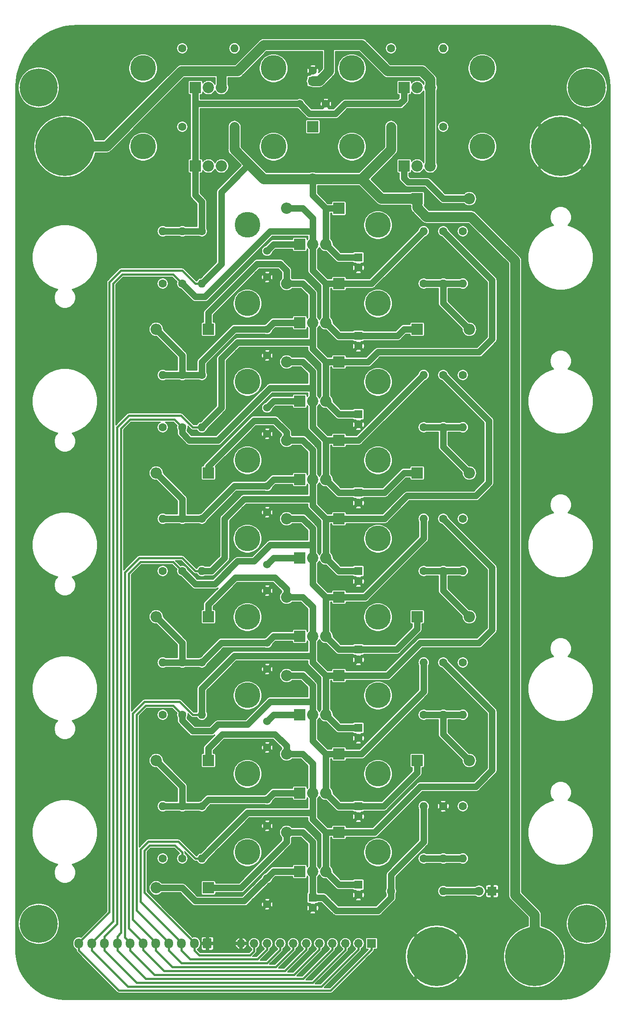
<source format=gbr>
G04 #@! TF.GenerationSoftware,KiCad,Pcbnew,(5.1.4)-1*
G04 #@! TF.CreationDate,2019-10-05T20:51:56-04:00*
G04 #@! TF.ProjectId,Fusion Cell Emulator,46757369-6f6e-4204-9365-6c6c20456d75,rev?*
G04 #@! TF.SameCoordinates,Original*
G04 #@! TF.FileFunction,Copper,L1,Top*
G04 #@! TF.FilePolarity,Positive*
%FSLAX46Y46*%
G04 Gerber Fmt 4.6, Leading zero omitted, Abs format (unit mm)*
G04 Created by KiCad (PCBNEW (5.1.4)-1) date 2019-10-05 20:51:56*
%MOMM*%
%LPD*%
G04 APERTURE LIST*
G04 #@! TA.AperFunction,ComponentPad*
%ADD10C,7.400000*%
G04 #@! TD*
G04 #@! TA.AperFunction,ComponentPad*
%ADD11C,11.500000*%
G04 #@! TD*
G04 #@! TA.AperFunction,ComponentPad*
%ADD12C,5.000000*%
G04 #@! TD*
G04 #@! TA.AperFunction,ComponentPad*
%ADD13C,2.200000*%
G04 #@! TD*
G04 #@! TA.AperFunction,ComponentPad*
%ADD14R,2.200000X2.200000*%
G04 #@! TD*
G04 #@! TA.AperFunction,ComponentPad*
%ADD15O,1.600000X1.600000*%
G04 #@! TD*
G04 #@! TA.AperFunction,ComponentPad*
%ADD16C,1.600000*%
G04 #@! TD*
G04 #@! TA.AperFunction,ComponentPad*
%ADD17O,1.700000X1.700000*%
G04 #@! TD*
G04 #@! TA.AperFunction,ComponentPad*
%ADD18R,1.700000X1.700000*%
G04 #@! TD*
G04 #@! TA.AperFunction,ComponentPad*
%ADD19O,1.700000X1.950000*%
G04 #@! TD*
G04 #@! TA.AperFunction,Conductor*
%ADD20C,0.100000*%
G04 #@! TD*
G04 #@! TA.AperFunction,ComponentPad*
%ADD21C,1.700000*%
G04 #@! TD*
G04 #@! TA.AperFunction,ComponentPad*
%ADD22O,2.200000X2.200000*%
G04 #@! TD*
G04 #@! TA.AperFunction,ComponentPad*
%ADD23C,1.800000*%
G04 #@! TD*
G04 #@! TA.AperFunction,ComponentPad*
%ADD24R,1.800000X1.800000*%
G04 #@! TD*
G04 #@! TA.AperFunction,ComponentPad*
%ADD25R,1.600000X1.600000*%
G04 #@! TD*
G04 #@! TA.AperFunction,ComponentPad*
%ADD26C,1.524000*%
G04 #@! TD*
G04 #@! TA.AperFunction,Conductor*
%ADD27C,1.905000*%
G04 #@! TD*
G04 #@! TA.AperFunction,Conductor*
%ADD28C,1.270000*%
G04 #@! TD*
G04 #@! TA.AperFunction,Conductor*
%ADD29C,0.381000*%
G04 #@! TD*
G04 #@! TA.AperFunction,Conductor*
%ADD30C,0.254000*%
G04 #@! TD*
G04 APERTURE END LIST*
D10*
G04 #@! TO.P,REF\002A\002A,1*
G04 #@! TO.N,N/C*
X99060000Y-121920000D03*
G04 #@! TD*
G04 #@! TO.P,REF\002A\002A,1*
G04 #@! TO.N,N/C*
X205740000Y-121920000D03*
G04 #@! TD*
G04 #@! TO.P,REF\002A\002A,1*
G04 #@! TO.N,N/C*
X99060000Y40640000D03*
G04 #@! TD*
G04 #@! TO.P,REF\002A\002A,1*
G04 #@! TO.N,N/C*
X205740000Y40640000D03*
G04 #@! TD*
D11*
G04 #@! TO.P,J7,1*
G04 #@! TO.N,GND*
X176530000Y-128270000D03*
G04 #@! TD*
G04 #@! TO.P,J6,1*
G04 #@! TO.N,/C10*
X195580000Y-128270000D03*
G04 #@! TD*
G04 #@! TO.P,J2,1*
G04 #@! TO.N,GND*
X200660000Y29210000D03*
G04 #@! TD*
G04 #@! TO.P,J1,1*
G04 #@! TO.N,VBUS*
X104140000Y29210000D03*
G04 #@! TD*
D12*
G04 #@! TO.P,U13,HS*
G04 #@! TO.N,N/C*
X165100000Y-108010000D03*
X139700000Y-108010000D03*
D13*
G04 #@! TO.P,U13,3*
G04 #@! TO.N,/C2*
X154940000Y-111760000D03*
G04 #@! TO.P,U13,2*
G04 #@! TO.N,/C1*
X152400000Y-111760000D03*
D14*
G04 #@! TO.P,U13,1*
G04 #@! TO.N,Net-(C16-Pad2)*
X149860000Y-111760000D03*
G04 #@! TD*
D12*
G04 #@! TO.P,U12,HS*
G04 #@! TO.N,N/C*
X165100000Y-92770000D03*
X139700000Y-92770000D03*
D13*
G04 #@! TO.P,U12,3*
G04 #@! TO.N,/C3*
X154940000Y-96520000D03*
G04 #@! TO.P,U12,2*
G04 #@! TO.N,/C2*
X152400000Y-96520000D03*
D14*
G04 #@! TO.P,U12,1*
G04 #@! TO.N,Net-(C15-Pad2)*
X149860000Y-96520000D03*
G04 #@! TD*
D12*
G04 #@! TO.P,U11,HS*
G04 #@! TO.N,N/C*
X165100000Y-77530000D03*
X139700000Y-77530000D03*
D13*
G04 #@! TO.P,U11,3*
G04 #@! TO.N,/C4*
X154940000Y-81280000D03*
G04 #@! TO.P,U11,2*
G04 #@! TO.N,/C3*
X152400000Y-81280000D03*
D14*
G04 #@! TO.P,U11,1*
G04 #@! TO.N,Net-(C14-Pad2)*
X149860000Y-81280000D03*
G04 #@! TD*
D12*
G04 #@! TO.P,U10,HS*
G04 #@! TO.N,N/C*
X165100000Y-62290000D03*
X139700000Y-62290000D03*
D13*
G04 #@! TO.P,U10,3*
G04 #@! TO.N,/C5*
X154940000Y-66040000D03*
G04 #@! TO.P,U10,2*
G04 #@! TO.N,/C4*
X152400000Y-66040000D03*
D14*
G04 #@! TO.P,U10,1*
G04 #@! TO.N,Net-(C13-Pad2)*
X149860000Y-66040000D03*
G04 #@! TD*
D12*
G04 #@! TO.P,U9,HS*
G04 #@! TO.N,N/C*
X165100000Y-47050000D03*
X139700000Y-47050000D03*
D13*
G04 #@! TO.P,U9,3*
G04 #@! TO.N,/C6*
X154940000Y-50800000D03*
G04 #@! TO.P,U9,2*
G04 #@! TO.N,/C5*
X152400000Y-50800000D03*
D14*
G04 #@! TO.P,U9,1*
G04 #@! TO.N,Net-(C12-Pad2)*
X149860000Y-50800000D03*
G04 #@! TD*
D12*
G04 #@! TO.P,U8,HS*
G04 #@! TO.N,N/C*
X165100000Y-31810000D03*
X139700000Y-31810000D03*
D13*
G04 #@! TO.P,U8,3*
G04 #@! TO.N,/C7*
X154940000Y-35560000D03*
G04 #@! TO.P,U8,2*
G04 #@! TO.N,/C6*
X152400000Y-35560000D03*
D14*
G04 #@! TO.P,U8,1*
G04 #@! TO.N,Net-(C11-Pad2)*
X149860000Y-35560000D03*
G04 #@! TD*
D12*
G04 #@! TO.P,U7,HS*
G04 #@! TO.N,N/C*
X165100000Y-16570000D03*
X139700000Y-16570000D03*
D13*
G04 #@! TO.P,U7,3*
G04 #@! TO.N,/C8*
X154940000Y-20320000D03*
G04 #@! TO.P,U7,2*
G04 #@! TO.N,/C7*
X152400000Y-20320000D03*
D14*
G04 #@! TO.P,U7,1*
G04 #@! TO.N,Net-(C10-Pad2)*
X149860000Y-20320000D03*
G04 #@! TD*
D12*
G04 #@! TO.P,U6,HS*
G04 #@! TO.N,N/C*
X165100000Y-1330000D03*
X139700000Y-1330000D03*
D13*
G04 #@! TO.P,U6,3*
G04 #@! TO.N,/C9*
X154940000Y-5080000D03*
G04 #@! TO.P,U6,2*
G04 #@! TO.N,/C8*
X152400000Y-5080000D03*
D14*
G04 #@! TO.P,U6,1*
G04 #@! TO.N,Net-(C9-Pad2)*
X149860000Y-5080000D03*
G04 #@! TD*
D12*
G04 #@! TO.P,U5,HS*
G04 #@! TO.N,N/C*
X165100000Y13910000D03*
X139700000Y13910000D03*
D13*
G04 #@! TO.P,U5,3*
G04 #@! TO.N,/C10*
X154940000Y10160000D03*
G04 #@! TO.P,U5,2*
G04 #@! TO.N,/C9*
X152400000Y10160000D03*
D14*
G04 #@! TO.P,U5,1*
G04 #@! TO.N,Net-(C8-Pad2)*
X149860000Y10160000D03*
G04 #@! TD*
D12*
G04 #@! TO.P,U4,HS*
G04 #@! TO.N,N/C*
X144780000Y44390000D03*
X119380000Y44390000D03*
D13*
G04 #@! TO.P,U4,3*
G04 #@! TO.N,VBUS*
X134620000Y40640000D03*
G04 #@! TO.P,U4,2*
G04 #@! TO.N,Net-(R4-Pad1)*
X132080000Y40640000D03*
D14*
G04 #@! TO.P,U4,1*
G04 #@! TO.N,Net-(C7-Pad2)*
X129540000Y40640000D03*
G04 #@! TD*
D12*
G04 #@! TO.P,U3,HS*
G04 #@! TO.N,N/C*
X144780000Y29150000D03*
X119380000Y29150000D03*
D13*
G04 #@! TO.P,U3,3*
G04 #@! TO.N,VBUS*
X134620000Y25400000D03*
G04 #@! TO.P,U3,2*
G04 #@! TO.N,Net-(R3-Pad1)*
X132080000Y25400000D03*
D14*
G04 #@! TO.P,U3,1*
G04 #@! TO.N,Net-(C7-Pad2)*
X129540000Y25400000D03*
G04 #@! TD*
D12*
G04 #@! TO.P,U2,HS*
G04 #@! TO.N,N/C*
X185420000Y44390000D03*
X160020000Y44390000D03*
D13*
G04 #@! TO.P,U2,3*
G04 #@! TO.N,VBUS*
X175260000Y40640000D03*
G04 #@! TO.P,U2,2*
G04 #@! TO.N,Net-(R2-Pad2)*
X172720000Y40640000D03*
D14*
G04 #@! TO.P,U2,1*
G04 #@! TO.N,Net-(C7-Pad2)*
X170180000Y40640000D03*
G04 #@! TD*
D12*
G04 #@! TO.P,U1,HS*
G04 #@! TO.N,N/C*
X185420000Y29150000D03*
X160020000Y29150000D03*
D13*
G04 #@! TO.P,U1,3*
G04 #@! TO.N,VBUS*
X175260000Y25400000D03*
G04 #@! TO.P,U1,2*
G04 #@! TO.N,Net-(R1-Pad1)*
X172720000Y25400000D03*
D14*
G04 #@! TO.P,U1,1*
G04 #@! TO.N,Net-(C7-Pad2)*
X170180000Y25400000D03*
G04 #@! TD*
D15*
G04 #@! TO.P,R35,2*
G04 #@! TO.N,/C1*
X173990000Y-99060000D03*
D16*
G04 #@! TO.P,R35,1*
G04 #@! TO.N,Net-(C16-Pad2)*
X173990000Y-109220000D03*
G04 #@! TD*
D15*
G04 #@! TO.P,R34,2*
G04 #@! TO.N,/C2*
X130810000Y-109220000D03*
D16*
G04 #@! TO.P,R34,1*
G04 #@! TO.N,Net-(C15-Pad2)*
X130810000Y-99060000D03*
G04 #@! TD*
D15*
G04 #@! TO.P,R33,2*
G04 #@! TO.N,/C3*
X173990000Y-71120000D03*
D16*
G04 #@! TO.P,R33,1*
G04 #@! TO.N,Net-(C14-Pad2)*
X173990000Y-81280000D03*
G04 #@! TD*
D15*
G04 #@! TO.P,R32,2*
G04 #@! TO.N,/C4*
X130810000Y-81280000D03*
D16*
G04 #@! TO.P,R32,1*
G04 #@! TO.N,Net-(C13-Pad2)*
X130810000Y-71120000D03*
G04 #@! TD*
D15*
G04 #@! TO.P,R31,2*
G04 #@! TO.N,/C5*
X173990000Y-43180000D03*
D16*
G04 #@! TO.P,R31,1*
G04 #@! TO.N,Net-(C12-Pad2)*
X173990000Y-53340000D03*
G04 #@! TD*
D15*
G04 #@! TO.P,R30,2*
G04 #@! TO.N,Net-(C16-Pad2)*
X181610000Y-109220000D03*
D16*
G04 #@! TO.P,R30,1*
G04 #@! TO.N,Net-(R30-Pad1)*
X181610000Y-99060000D03*
G04 #@! TD*
D15*
G04 #@! TO.P,R29,2*
G04 #@! TO.N,Net-(C15-Pad2)*
X123190000Y-99060000D03*
D16*
G04 #@! TO.P,R29,1*
G04 #@! TO.N,Net-(R29-Pad1)*
X123190000Y-109220000D03*
G04 #@! TD*
D15*
G04 #@! TO.P,R28,2*
G04 #@! TO.N,Net-(C14-Pad2)*
X181610000Y-81280000D03*
D16*
G04 #@! TO.P,R28,1*
G04 #@! TO.N,Net-(R28-Pad1)*
X181610000Y-71120000D03*
G04 #@! TD*
D15*
G04 #@! TO.P,R27,2*
G04 #@! TO.N,Net-(C13-Pad2)*
X123190000Y-71120000D03*
D16*
G04 #@! TO.P,R27,1*
G04 #@! TO.N,Net-(R27-Pad1)*
X123190000Y-81280000D03*
G04 #@! TD*
D15*
G04 #@! TO.P,R26,2*
G04 #@! TO.N,Net-(C12-Pad2)*
X181610000Y-53340000D03*
D16*
G04 #@! TO.P,R26,1*
G04 #@! TO.N,Net-(R26-Pad1)*
X181610000Y-43180000D03*
G04 #@! TD*
D15*
G04 #@! TO.P,R25,2*
G04 #@! TO.N,Net-(C16-Pad2)*
X177800000Y-109220000D03*
D16*
G04 #@! TO.P,R25,1*
G04 #@! TO.N,GND*
X177800000Y-99060000D03*
G04 #@! TD*
D15*
G04 #@! TO.P,R24,2*
G04 #@! TO.N,Net-(C15-Pad2)*
X127000000Y-99060000D03*
D16*
G04 #@! TO.P,R24,1*
G04 #@! TO.N,/C1*
X127000000Y-109220000D03*
G04 #@! TD*
D15*
G04 #@! TO.P,R23,2*
G04 #@! TO.N,Net-(C14-Pad2)*
X177800000Y-81280000D03*
D16*
G04 #@! TO.P,R23,1*
G04 #@! TO.N,/C2*
X177800000Y-71120000D03*
G04 #@! TD*
D15*
G04 #@! TO.P,R22,2*
G04 #@! TO.N,Net-(C13-Pad2)*
X127000000Y-71120000D03*
D16*
G04 #@! TO.P,R22,1*
G04 #@! TO.N,/C3*
X127000000Y-81280000D03*
G04 #@! TD*
D15*
G04 #@! TO.P,R21,2*
G04 #@! TO.N,Net-(C12-Pad2)*
X177800000Y-53340000D03*
D16*
G04 #@! TO.P,R21,1*
G04 #@! TO.N,/C4*
X177800000Y-43180000D03*
G04 #@! TD*
D15*
G04 #@! TO.P,R20,2*
G04 #@! TO.N,Net-(D11-Pad2)*
X177800000Y-115570000D03*
D16*
G04 #@! TO.P,R20,1*
G04 #@! TO.N,/C1*
X167640000Y-115570000D03*
G04 #@! TD*
D15*
G04 #@! TO.P,R19,2*
G04 #@! TO.N,Net-(C11-Pad2)*
X127000000Y-43180000D03*
D16*
G04 #@! TO.P,R19,1*
G04 #@! TO.N,/C5*
X127000000Y-53340000D03*
G04 #@! TD*
D15*
G04 #@! TO.P,R18,2*
G04 #@! TO.N,Net-(C10-Pad2)*
X177800000Y-25400000D03*
D16*
G04 #@! TO.P,R18,1*
G04 #@! TO.N,/C6*
X177800000Y-15240000D03*
G04 #@! TD*
D15*
G04 #@! TO.P,R17,2*
G04 #@! TO.N,Net-(C9-Pad2)*
X127000000Y-15240000D03*
D16*
G04 #@! TO.P,R17,1*
G04 #@! TO.N,/C7*
X127000000Y-25400000D03*
G04 #@! TD*
D15*
G04 #@! TO.P,R16,2*
G04 #@! TO.N,Net-(C8-Pad2)*
X177800000Y2540000D03*
D16*
G04 #@! TO.P,R16,1*
G04 #@! TO.N,/C8*
X177800000Y12700000D03*
G04 #@! TD*
D15*
G04 #@! TO.P,R15,2*
G04 #@! TO.N,Net-(C7-Pad2)*
X127000000Y12700000D03*
D16*
G04 #@! TO.P,R15,1*
G04 #@! TO.N,/C9*
X127000000Y2540000D03*
G04 #@! TD*
D15*
G04 #@! TO.P,R14,2*
G04 #@! TO.N,Net-(C11-Pad2)*
X123190000Y-43180000D03*
D16*
G04 #@! TO.P,R14,1*
G04 #@! TO.N,Net-(R14-Pad1)*
X123190000Y-53340000D03*
G04 #@! TD*
D15*
G04 #@! TO.P,R13,2*
G04 #@! TO.N,Net-(C10-Pad2)*
X181610000Y-25400000D03*
D16*
G04 #@! TO.P,R13,1*
G04 #@! TO.N,Net-(R13-Pad1)*
X181610000Y-15240000D03*
G04 #@! TD*
D15*
G04 #@! TO.P,R12,2*
G04 #@! TO.N,Net-(C9-Pad2)*
X123190000Y-15240000D03*
D16*
G04 #@! TO.P,R12,1*
G04 #@! TO.N,Net-(R12-Pad1)*
X123190000Y-25400000D03*
G04 #@! TD*
D15*
G04 #@! TO.P,R11,2*
G04 #@! TO.N,Net-(C8-Pad2)*
X181610000Y2540000D03*
D16*
G04 #@! TO.P,R11,1*
G04 #@! TO.N,Net-(R11-Pad1)*
X181610000Y12700000D03*
G04 #@! TD*
D15*
G04 #@! TO.P,R10,2*
G04 #@! TO.N,Net-(C7-Pad2)*
X123190000Y12700000D03*
D16*
G04 #@! TO.P,R10,1*
G04 #@! TO.N,Net-(R10-Pad1)*
X123190000Y2540000D03*
G04 #@! TD*
D15*
G04 #@! TO.P,R9,2*
G04 #@! TO.N,/C6*
X130810000Y-53340000D03*
D16*
G04 #@! TO.P,R9,1*
G04 #@! TO.N,Net-(C11-Pad2)*
X130810000Y-43180000D03*
G04 #@! TD*
D15*
G04 #@! TO.P,R8,2*
G04 #@! TO.N,/C7*
X173990000Y-15240000D03*
D16*
G04 #@! TO.P,R8,1*
G04 #@! TO.N,Net-(C10-Pad2)*
X173990000Y-25400000D03*
G04 #@! TD*
D15*
G04 #@! TO.P,R7,2*
G04 #@! TO.N,/C8*
X130810000Y-25400000D03*
D16*
G04 #@! TO.P,R7,1*
G04 #@! TO.N,Net-(C9-Pad2)*
X130810000Y-15240000D03*
G04 #@! TD*
D15*
G04 #@! TO.P,R6,2*
G04 #@! TO.N,/C9*
X173990000Y12700000D03*
D16*
G04 #@! TO.P,R6,1*
G04 #@! TO.N,Net-(C8-Pad2)*
X173990000Y2540000D03*
G04 #@! TD*
D15*
G04 #@! TO.P,R5,2*
G04 #@! TO.N,/C10*
X130810000Y2540000D03*
D16*
G04 #@! TO.P,R5,1*
G04 #@! TO.N,Net-(C7-Pad2)*
X130810000Y12700000D03*
G04 #@! TD*
D15*
G04 #@! TO.P,R4,2*
G04 #@! TO.N,/C10*
X137160000Y48260000D03*
D16*
G04 #@! TO.P,R4,1*
G04 #@! TO.N,Net-(R4-Pad1)*
X127000000Y48260000D03*
G04 #@! TD*
D15*
G04 #@! TO.P,R3,2*
G04 #@! TO.N,/C10*
X137160000Y33020000D03*
D16*
G04 #@! TO.P,R3,1*
G04 #@! TO.N,Net-(R3-Pad1)*
X127000000Y33020000D03*
G04 #@! TD*
D15*
G04 #@! TO.P,R2,2*
G04 #@! TO.N,Net-(R2-Pad2)*
X177800000Y48260000D03*
D16*
G04 #@! TO.P,R2,1*
G04 #@! TO.N,/C10*
X167640000Y48260000D03*
G04 #@! TD*
D15*
G04 #@! TO.P,R1,2*
G04 #@! TO.N,/C10*
X167640000Y33020000D03*
D16*
G04 #@! TO.P,R1,1*
G04 #@! TO.N,Net-(R1-Pad1)*
X177800000Y33020000D03*
G04 #@! TD*
D17*
G04 #@! TO.P,J4,11*
G04 #@! TO.N,GND*
X138430000Y-125730000D03*
G04 #@! TO.P,J4,10*
G04 #@! TO.N,/C1*
X140970000Y-125730000D03*
G04 #@! TO.P,J4,9*
G04 #@! TO.N,/C2*
X143510000Y-125730000D03*
G04 #@! TO.P,J4,8*
G04 #@! TO.N,/C3*
X146050000Y-125730000D03*
G04 #@! TO.P,J4,7*
G04 #@! TO.N,/C4*
X148590000Y-125730000D03*
G04 #@! TO.P,J4,6*
G04 #@! TO.N,/C5*
X151130000Y-125730000D03*
G04 #@! TO.P,J4,5*
G04 #@! TO.N,/C6*
X153670000Y-125730000D03*
G04 #@! TO.P,J4,4*
G04 #@! TO.N,/C7*
X156210000Y-125730000D03*
G04 #@! TO.P,J4,3*
G04 #@! TO.N,/C8*
X158750000Y-125730000D03*
G04 #@! TO.P,J4,2*
G04 #@! TO.N,/C9*
X161290000Y-125730000D03*
D18*
G04 #@! TO.P,J4,1*
G04 #@! TO.N,/C10*
X163830000Y-125730000D03*
G04 #@! TD*
D19*
G04 #@! TO.P,J3,11*
G04 #@! TO.N,/C10*
X106880000Y-125730000D03*
G04 #@! TO.P,J3,10*
G04 #@! TO.N,/C9*
X109380000Y-125730000D03*
G04 #@! TO.P,J3,9*
G04 #@! TO.N,/C8*
X111880000Y-125730000D03*
G04 #@! TO.P,J3,8*
G04 #@! TO.N,/C7*
X114380000Y-125730000D03*
G04 #@! TO.P,J3,7*
G04 #@! TO.N,/C6*
X116880000Y-125730000D03*
G04 #@! TO.P,J3,6*
G04 #@! TO.N,/C5*
X119380000Y-125730000D03*
G04 #@! TO.P,J3,5*
G04 #@! TO.N,/C4*
X121880000Y-125730000D03*
G04 #@! TO.P,J3,4*
G04 #@! TO.N,/C3*
X124380000Y-125730000D03*
G04 #@! TO.P,J3,3*
G04 #@! TO.N,/C2*
X126880000Y-125730000D03*
G04 #@! TO.P,J3,2*
G04 #@! TO.N,/C1*
X129380000Y-125730000D03*
D20*
G04 #@! TD*
G04 #@! TO.N,GND*
G04 #@! TO.C,J3*
G36*
X132504504Y-124756204D02*
G01*
X132528773Y-124759804D01*
X132552571Y-124765765D01*
X132575671Y-124774030D01*
X132597849Y-124784520D01*
X132618893Y-124797133D01*
X132638598Y-124811747D01*
X132656777Y-124828223D01*
X132673253Y-124846402D01*
X132687867Y-124866107D01*
X132700480Y-124887151D01*
X132710970Y-124909329D01*
X132719235Y-124932429D01*
X132725196Y-124956227D01*
X132728796Y-124980496D01*
X132730000Y-125005000D01*
X132730000Y-126455000D01*
X132728796Y-126479504D01*
X132725196Y-126503773D01*
X132719235Y-126527571D01*
X132710970Y-126550671D01*
X132700480Y-126572849D01*
X132687867Y-126593893D01*
X132673253Y-126613598D01*
X132656777Y-126631777D01*
X132638598Y-126648253D01*
X132618893Y-126662867D01*
X132597849Y-126675480D01*
X132575671Y-126685970D01*
X132552571Y-126694235D01*
X132528773Y-126700196D01*
X132504504Y-126703796D01*
X132480000Y-126705000D01*
X131280000Y-126705000D01*
X131255496Y-126703796D01*
X131231227Y-126700196D01*
X131207429Y-126694235D01*
X131184329Y-126685970D01*
X131162151Y-126675480D01*
X131141107Y-126662867D01*
X131121402Y-126648253D01*
X131103223Y-126631777D01*
X131086747Y-126613598D01*
X131072133Y-126593893D01*
X131059520Y-126572849D01*
X131049030Y-126550671D01*
X131040765Y-126527571D01*
X131034804Y-126503773D01*
X131031204Y-126479504D01*
X131030000Y-126455000D01*
X131030000Y-125005000D01*
X131031204Y-124980496D01*
X131034804Y-124956227D01*
X131040765Y-124932429D01*
X131049030Y-124909329D01*
X131059520Y-124887151D01*
X131072133Y-124866107D01*
X131086747Y-124846402D01*
X131103223Y-124828223D01*
X131121402Y-124811747D01*
X131141107Y-124797133D01*
X131162151Y-124784520D01*
X131184329Y-124774030D01*
X131207429Y-124765765D01*
X131231227Y-124759804D01*
X131255496Y-124756204D01*
X131280000Y-124755000D01*
X132480000Y-124755000D01*
X132504504Y-124756204D01*
X132504504Y-124756204D01*
G37*
D21*
G04 #@! TO.P,J3,1*
G04 #@! TO.N,GND*
X131880000Y-125730000D03*
G04 #@! TD*
D22*
G04 #@! TO.P,D21,2*
G04 #@! TO.N,Net-(C16-Pad2)*
X121920000Y-114935000D03*
D14*
G04 #@! TO.P,D21,1*
G04 #@! TO.N,/C1*
X132080000Y-114935000D03*
G04 #@! TD*
D22*
G04 #@! TO.P,D20,2*
G04 #@! TO.N,Net-(C15-Pad2)*
X121920000Y-90170000D03*
D14*
G04 #@! TO.P,D20,1*
G04 #@! TO.N,/C2*
X132080000Y-90170000D03*
G04 #@! TD*
D22*
G04 #@! TO.P,D19,2*
G04 #@! TO.N,Net-(C14-Pad2)*
X182880000Y-90170000D03*
D14*
G04 #@! TO.P,D19,1*
G04 #@! TO.N,/C3*
X172720000Y-90170000D03*
G04 #@! TD*
D22*
G04 #@! TO.P,D18,2*
G04 #@! TO.N,Net-(C13-Pad2)*
X121920000Y-62230000D03*
D14*
G04 #@! TO.P,D18,1*
G04 #@! TO.N,/C4*
X132080000Y-62230000D03*
G04 #@! TD*
D22*
G04 #@! TO.P,D17,2*
G04 #@! TO.N,Net-(C12-Pad2)*
X182880000Y-62230000D03*
D14*
G04 #@! TO.P,D17,1*
G04 #@! TO.N,/C5*
X172720000Y-62230000D03*
G04 #@! TD*
D22*
G04 #@! TO.P,D16,2*
G04 #@! TO.N,/C1*
X147320000Y-104140000D03*
D14*
G04 #@! TO.P,D16,1*
G04 #@! TO.N,/C2*
X157480000Y-104140000D03*
G04 #@! TD*
D22*
G04 #@! TO.P,D15,2*
G04 #@! TO.N,/C2*
X147320000Y-88900000D03*
D14*
G04 #@! TO.P,D15,1*
G04 #@! TO.N,/C3*
X157480000Y-88900000D03*
G04 #@! TD*
D22*
G04 #@! TO.P,D14,2*
G04 #@! TO.N,/C3*
X147320000Y-73660000D03*
D14*
G04 #@! TO.P,D14,1*
G04 #@! TO.N,/C4*
X157480000Y-73660000D03*
G04 #@! TD*
D22*
G04 #@! TO.P,D13,2*
G04 #@! TO.N,/C4*
X147320000Y-58420000D03*
D14*
G04 #@! TO.P,D13,1*
G04 #@! TO.N,/C5*
X157480000Y-58420000D03*
G04 #@! TD*
D22*
G04 #@! TO.P,D12,2*
G04 #@! TO.N,/C5*
X147320000Y-43180000D03*
D14*
G04 #@! TO.P,D12,1*
G04 #@! TO.N,/C6*
X157480000Y-43180000D03*
G04 #@! TD*
D23*
G04 #@! TO.P,D11,2*
G04 #@! TO.N,Net-(D11-Pad2)*
X184785000Y-115570000D03*
D24*
G04 #@! TO.P,D11,1*
G04 #@! TO.N,GND*
X187325000Y-115570000D03*
G04 #@! TD*
D22*
G04 #@! TO.P,D10,2*
G04 #@! TO.N,/C6*
X147320000Y-27940000D03*
D14*
G04 #@! TO.P,D10,1*
G04 #@! TO.N,/C7*
X157480000Y-27940000D03*
G04 #@! TD*
D22*
G04 #@! TO.P,D9,2*
G04 #@! TO.N,/C7*
X147320000Y-12700000D03*
D14*
G04 #@! TO.P,D9,1*
G04 #@! TO.N,/C8*
X157480000Y-12700000D03*
G04 #@! TD*
D22*
G04 #@! TO.P,D8,2*
G04 #@! TO.N,/C8*
X147320000Y2540000D03*
D14*
G04 #@! TO.P,D8,1*
G04 #@! TO.N,/C9*
X157480000Y2540000D03*
G04 #@! TD*
D22*
G04 #@! TO.P,D7,2*
G04 #@! TO.N,/C9*
X147320000Y17145000D03*
D14*
G04 #@! TO.P,D7,1*
G04 #@! TO.N,/C10*
X157480000Y17145000D03*
G04 #@! TD*
D22*
G04 #@! TO.P,D6,2*
G04 #@! TO.N,Net-(C11-Pad2)*
X121920000Y-34290000D03*
D14*
G04 #@! TO.P,D6,1*
G04 #@! TO.N,/C6*
X132080000Y-34290000D03*
G04 #@! TD*
D22*
G04 #@! TO.P,D5,2*
G04 #@! TO.N,Net-(C10-Pad2)*
X182880000Y-34290000D03*
D14*
G04 #@! TO.P,D5,1*
G04 #@! TO.N,/C7*
X172720000Y-34290000D03*
G04 #@! TD*
D22*
G04 #@! TO.P,D4,2*
G04 #@! TO.N,Net-(C9-Pad2)*
X121920000Y-6350000D03*
D14*
G04 #@! TO.P,D4,1*
G04 #@! TO.N,/C8*
X132080000Y-6350000D03*
G04 #@! TD*
D22*
G04 #@! TO.P,D3,2*
G04 #@! TO.N,Net-(C8-Pad2)*
X182880000Y-6350000D03*
D14*
G04 #@! TO.P,D3,1*
G04 #@! TO.N,/C9*
X172720000Y-6350000D03*
G04 #@! TD*
D22*
G04 #@! TO.P,D2,2*
G04 #@! TO.N,Net-(C7-Pad2)*
X182880000Y19050000D03*
D14*
G04 #@! TO.P,D2,1*
G04 #@! TO.N,/C10*
X172720000Y19050000D03*
G04 #@! TD*
D22*
G04 #@! TO.P,D1,2*
G04 #@! TO.N,/C10*
X152400000Y22860000D03*
D14*
G04 #@! TO.P,D1,1*
G04 #@! TO.N,VBUS*
X152400000Y33020000D03*
G04 #@! TD*
D16*
G04 #@! TO.P,C21,2*
G04 #@! TO.N,GND*
X152400000Y-118840000D03*
D25*
G04 #@! TO.P,C21,1*
G04 #@! TO.N,/C1*
X152400000Y-116840000D03*
G04 #@! TD*
D16*
G04 #@! TO.P,C20,2*
G04 #@! TO.N,GND*
X161290000Y-116300000D03*
D25*
G04 #@! TO.P,C20,1*
G04 #@! TO.N,/C2*
X161290000Y-114300000D03*
G04 #@! TD*
D16*
G04 #@! TO.P,C19,2*
G04 #@! TO.N,GND*
X161290000Y-101060000D03*
D25*
G04 #@! TO.P,C19,1*
G04 #@! TO.N,/C3*
X161290000Y-99060000D03*
G04 #@! TD*
D16*
G04 #@! TO.P,C18,2*
G04 #@! TO.N,GND*
X161290000Y-85820000D03*
D25*
G04 #@! TO.P,C18,1*
G04 #@! TO.N,/C4*
X161290000Y-83820000D03*
G04 #@! TD*
D16*
G04 #@! TO.P,C17,2*
G04 #@! TO.N,GND*
X161290000Y-70580000D03*
D25*
G04 #@! TO.P,C17,1*
G04 #@! TO.N,/C5*
X161290000Y-68580000D03*
G04 #@! TD*
D26*
G04 #@! TO.P,C16,2*
G04 #@! TO.N,Net-(C16-Pad2)*
X143510000Y-113030000D03*
G04 #@! TO.P,C16,1*
G04 #@! TO.N,GND*
X143510000Y-118110000D03*
G04 #@! TD*
G04 #@! TO.P,C15,2*
G04 #@! TO.N,Net-(C15-Pad2)*
X143510000Y-97790000D03*
G04 #@! TO.P,C15,1*
G04 #@! TO.N,GND*
X143510000Y-102870000D03*
G04 #@! TD*
G04 #@! TO.P,C14,2*
G04 #@! TO.N,Net-(C14-Pad2)*
X143510000Y-82550000D03*
G04 #@! TO.P,C14,1*
G04 #@! TO.N,GND*
X143510000Y-87630000D03*
G04 #@! TD*
G04 #@! TO.P,C13,2*
G04 #@! TO.N,Net-(C13-Pad2)*
X143510000Y-67310000D03*
G04 #@! TO.P,C13,1*
G04 #@! TO.N,GND*
X143510000Y-72390000D03*
G04 #@! TD*
G04 #@! TO.P,C12,2*
G04 #@! TO.N,Net-(C12-Pad2)*
X143510000Y-52070000D03*
G04 #@! TO.P,C12,1*
G04 #@! TO.N,GND*
X143510000Y-57150000D03*
G04 #@! TD*
G04 #@! TO.P,C11,2*
G04 #@! TO.N,Net-(C11-Pad2)*
X143510000Y-36830000D03*
G04 #@! TO.P,C11,1*
G04 #@! TO.N,GND*
X143510000Y-41910000D03*
G04 #@! TD*
G04 #@! TO.P,C10,2*
G04 #@! TO.N,Net-(C10-Pad2)*
X143510000Y-21590000D03*
G04 #@! TO.P,C10,1*
G04 #@! TO.N,GND*
X143510000Y-26670000D03*
G04 #@! TD*
G04 #@! TO.P,C9,2*
G04 #@! TO.N,Net-(C9-Pad2)*
X143510000Y-6350000D03*
G04 #@! TO.P,C9,1*
G04 #@! TO.N,GND*
X143510000Y-11430000D03*
G04 #@! TD*
G04 #@! TO.P,C8,2*
G04 #@! TO.N,Net-(C8-Pad2)*
X143510000Y8890000D03*
G04 #@! TO.P,C8,1*
G04 #@! TO.N,GND*
X143510000Y3810000D03*
G04 #@! TD*
G04 #@! TO.P,C7,2*
G04 #@! TO.N,Net-(C7-Pad2)*
X149860000Y37465000D03*
G04 #@! TO.P,C7,1*
G04 #@! TO.N,GND*
X154940000Y37465000D03*
G04 #@! TD*
D16*
G04 #@! TO.P,C6,2*
G04 #@! TO.N,GND*
X161290000Y-55340000D03*
D25*
G04 #@! TO.P,C6,1*
G04 #@! TO.N,/C6*
X161290000Y-53340000D03*
G04 #@! TD*
D16*
G04 #@! TO.P,C5,2*
G04 #@! TO.N,GND*
X161290000Y-40100000D03*
D25*
G04 #@! TO.P,C5,1*
G04 #@! TO.N,/C7*
X161290000Y-38100000D03*
G04 #@! TD*
D16*
G04 #@! TO.P,C4,2*
G04 #@! TO.N,GND*
X161290000Y-24860000D03*
D25*
G04 #@! TO.P,C4,1*
G04 #@! TO.N,/C8*
X161290000Y-22860000D03*
G04 #@! TD*
D16*
G04 #@! TO.P,C3,2*
G04 #@! TO.N,GND*
X161290000Y-9620000D03*
D25*
G04 #@! TO.P,C3,1*
G04 #@! TO.N,/C9*
X161290000Y-7620000D03*
G04 #@! TD*
D16*
G04 #@! TO.P,C2,2*
G04 #@! TO.N,GND*
X161290000Y5620000D03*
D25*
G04 #@! TO.P,C2,1*
G04 #@! TO.N,/C10*
X161290000Y7620000D03*
G04 #@! TD*
D16*
G04 #@! TO.P,C1,2*
G04 #@! TO.N,GND*
X152400000Y43910000D03*
D25*
G04 #@! TO.P,C1,1*
G04 #@! TO.N,VBUS*
X152400000Y41910000D03*
G04 #@! TD*
D27*
G04 #@! TO.N,VBUS*
X175260000Y42195634D02*
X175260000Y40640000D01*
X173640634Y43815000D02*
X175260000Y42195634D01*
X167005000Y43815000D02*
X173640634Y43815000D01*
X104140000Y29210000D02*
X112271727Y29210000D01*
X112271727Y29210000D02*
X126876727Y43815000D01*
X137795000Y43815000D02*
X142875000Y48895000D01*
X161925000Y48895000D02*
X167005000Y43815000D01*
X134620000Y40640000D02*
X134620000Y43815000D01*
X126876727Y43815000D02*
X134620000Y43815000D01*
X134620000Y43815000D02*
X137795000Y43815000D01*
X152400000Y41910000D02*
X153670000Y41910000D01*
X155575000Y43815000D02*
X155575000Y48895000D01*
X153670000Y41910000D02*
X155575000Y43815000D01*
X155575000Y48895000D02*
X161925000Y48895000D01*
X142875000Y48895000D02*
X155575000Y48895000D01*
X175260000Y40640000D02*
X175260000Y25400000D01*
D28*
G04 #@! TO.N,/C10*
X154940000Y10160000D02*
X157480000Y7620000D01*
X157480000Y7620000D02*
X161290000Y7620000D01*
X154940000Y17145000D02*
X154940000Y10160000D01*
X152400000Y22860000D02*
X152400000Y19685000D01*
X152400000Y19685000D02*
X154940000Y17145000D01*
X157480000Y17145000D02*
X154940000Y17145000D01*
D29*
X163830000Y-126961000D02*
X163830000Y-125730000D01*
X155917000Y-134874000D02*
X163830000Y-126961000D01*
X114668000Y-134874000D02*
X155917000Y-134874000D01*
X106880000Y-125730000D02*
X106880000Y-127086000D01*
X106880000Y-127086000D02*
X114668000Y-134874000D01*
D27*
X137160000Y33020000D02*
X137160000Y28575000D01*
X142875000Y22860000D02*
X152400000Y22860000D01*
X167640000Y33020000D02*
X167640000Y28575000D01*
X161925000Y22860000D02*
X152400000Y22860000D01*
X167640000Y28575000D02*
X161925000Y22860000D01*
X165735000Y19050000D02*
X161925000Y22860000D01*
X172720000Y19050000D02*
X165735000Y19050000D01*
D28*
X130810000Y2540000D02*
X134620000Y6350000D01*
X134620000Y20320000D02*
X140017500Y25717500D01*
X134620000Y6350000D02*
X134620000Y20320000D01*
D27*
X137160000Y28575000D02*
X140017500Y25717500D01*
X140017500Y25717500D02*
X142875000Y22860000D01*
X172720000Y17315000D02*
X172720000Y19050000D01*
X195580000Y-120138273D02*
X191770000Y-116328273D01*
X195580000Y-128270000D02*
X195580000Y-120138273D01*
X191770000Y6985000D02*
X183261000Y15494000D01*
X191770000Y-116328273D02*
X191770000Y6985000D01*
X183261000Y15494000D02*
X174541000Y15494000D01*
X174541000Y15494000D02*
X172720000Y17315000D01*
D29*
X129540000Y2540000D02*
X130810000Y2540000D01*
X106880000Y-125730000D02*
X106880000Y-125605000D01*
X106880000Y-125605000D02*
X112776000Y-119709000D01*
X112776000Y-119709000D02*
X112776000Y2794000D01*
X112776000Y2794000D02*
X115062000Y5080000D01*
X115062000Y5080000D02*
X127000000Y5080000D01*
X127000000Y5080000D02*
X129540000Y2540000D01*
D28*
G04 #@! TO.N,/C9*
X152400000Y10160000D02*
X152400000Y5080000D01*
X154940000Y2540000D02*
X154940000Y-5080000D01*
X152400000Y5080000D02*
X154940000Y2540000D01*
X157480000Y2540000D02*
X154940000Y2540000D01*
X154940000Y-5080000D02*
X157480000Y-7620000D01*
X157480000Y-7620000D02*
X161290000Y-7620000D01*
X163830000Y2540000D02*
X173990000Y12700000D01*
X157480000Y2540000D02*
X163830000Y2540000D01*
X150495000Y17145000D02*
X147320000Y17145000D01*
X152400000Y15240000D02*
X150495000Y17145000D01*
X161290000Y-7620000D02*
X168910000Y-7620000D01*
X170180000Y-6350000D02*
X172720000Y-6350000D01*
X168910000Y-7620000D02*
X170180000Y-6350000D01*
X127000000Y2540000D02*
X129540000Y0D01*
X129540000Y0D02*
X131445000Y0D01*
X144145000Y12700000D02*
X152400000Y12700000D01*
X131445000Y0D02*
X144145000Y12700000D01*
X152400000Y10160000D02*
X152400000Y12700000D01*
X152400000Y12700000D02*
X152400000Y15240000D01*
D29*
X109380000Y-127086000D02*
X109380000Y-125730000D01*
X116406000Y-134112000D02*
X109380000Y-127086000D01*
X154110081Y-134112000D02*
X116406000Y-134112000D01*
X161290000Y-126932081D02*
X154110081Y-134112000D01*
X161290000Y-125730000D02*
X161290000Y-126932081D01*
X109380000Y-125605000D02*
X113538000Y-121447000D01*
X109380000Y-125730000D02*
X109380000Y-125605000D01*
X113538000Y-121447000D02*
X113538000Y2540000D01*
X113538000Y2540000D02*
X115316000Y4318000D01*
X115316000Y4318000D02*
X125222000Y4318000D01*
X125222000Y4318000D02*
X127000000Y2540000D01*
D28*
G04 #@! TO.N,/C8*
X154940000Y-12700000D02*
X154940000Y-20320000D01*
X152400000Y-10160000D02*
X154940000Y-12700000D01*
X157480000Y-12700000D02*
X154940000Y-12700000D01*
X154940000Y-20320000D02*
X157480000Y-22860000D01*
X157480000Y-22860000D02*
X161290000Y-22860000D01*
X147320000Y2540000D02*
X150495000Y2540000D01*
X152400000Y635000D02*
X152400000Y-5080000D01*
X150495000Y2540000D02*
X152400000Y635000D01*
X130810000Y-25400000D02*
X134620000Y-21590000D01*
X134620000Y-21590000D02*
X134620000Y-12065000D01*
X137795000Y-8890000D02*
X152400000Y-8890000D01*
X134620000Y-12065000D02*
X137795000Y-8890000D01*
X152400000Y-5080000D02*
X152400000Y-8890000D01*
X152400000Y-8890000D02*
X152400000Y-10160000D01*
X132080000Y-3175000D02*
X132080000Y-6350000D01*
X141605000Y6350000D02*
X132080000Y-3175000D01*
X146050000Y6350000D02*
X141605000Y6350000D01*
X147320000Y2540000D02*
X147320000Y5080000D01*
X147320000Y5080000D02*
X146050000Y6350000D01*
X187325000Y3175000D02*
X177800000Y12700000D01*
X187325000Y-8255000D02*
X187325000Y3175000D01*
X184785000Y-10795000D02*
X187325000Y-8255000D01*
X165100000Y-10795000D02*
X184785000Y-10795000D01*
X157480000Y-12700000D02*
X163195000Y-12700000D01*
X163195000Y-12700000D02*
X165100000Y-10795000D01*
D29*
X111880000Y-127120000D02*
X111880000Y-125730000D01*
X118110000Y-133350000D02*
X111880000Y-127120000D01*
X152400000Y-133350000D02*
X118110000Y-133350000D01*
X158750000Y-125730000D02*
X158750000Y-127000000D01*
X158750000Y-127000000D02*
X152400000Y-133350000D01*
X126746000Y-23114000D02*
X129032000Y-25400000D01*
X116586000Y-23114000D02*
X126746000Y-23114000D01*
X114300000Y-25400000D02*
X116586000Y-23114000D01*
X114300000Y-121954000D02*
X114300000Y-25400000D01*
X111880000Y-125730000D02*
X111880000Y-124374000D01*
X111880000Y-124374000D02*
X114300000Y-121954000D01*
X129032000Y-25400000D02*
X130810000Y-25400000D01*
D28*
G04 #@! TO.N,/C7*
X152400000Y-20320000D02*
X152400000Y-25400000D01*
X154940000Y-27940000D02*
X154940000Y-35560000D01*
X152400000Y-25400000D02*
X154940000Y-27940000D01*
X155110000Y-27940000D02*
X154940000Y-27940000D01*
X157480000Y-27940000D02*
X155110000Y-27940000D01*
X154940000Y-35560000D02*
X157480000Y-38100000D01*
X157480000Y-38100000D02*
X161290000Y-38100000D01*
X147320000Y-12700000D02*
X150495000Y-12700000D01*
X150495000Y-12700000D02*
X152400000Y-14605000D01*
X161290000Y-27940000D02*
X157480000Y-27940000D01*
X173990000Y-15240000D02*
X161290000Y-27940000D01*
X161290000Y-38100000D02*
X166370000Y-38100000D01*
X170180000Y-34290000D02*
X172720000Y-34290000D01*
X166370000Y-38100000D02*
X170180000Y-34290000D01*
X152400000Y-17780000D02*
X152400000Y-20320000D01*
X152400000Y-14605000D02*
X152400000Y-17780000D01*
X144145000Y-17780000D02*
X152400000Y-17780000D01*
X133985000Y-27940000D02*
X144145000Y-17780000D01*
X128408630Y-27940000D02*
X133985000Y-27940000D01*
X127000000Y-25400000D02*
X127000000Y-26531370D01*
X127000000Y-26531370D02*
X128408630Y-27940000D01*
D29*
X114380000Y-127086000D02*
X114380000Y-125730000D01*
X119882000Y-132588000D02*
X114380000Y-127086000D01*
X150554081Y-132588000D02*
X119882000Y-132588000D01*
X156210000Y-126932081D02*
X150554081Y-132588000D01*
X156210000Y-125730000D02*
X156210000Y-126932081D01*
X114380000Y-124374000D02*
X115062000Y-123692000D01*
X114380000Y-125730000D02*
X114380000Y-124374000D01*
X115062000Y-123692000D02*
X115062000Y-25654000D01*
X115062000Y-25654000D02*
X116840000Y-23876000D01*
X116840000Y-23876000D02*
X125476000Y-23876000D01*
X125476000Y-23876000D02*
X127000000Y-25400000D01*
D28*
G04 #@! TO.N,/C6*
X154940000Y-43180000D02*
X154940000Y-50800000D01*
X157480000Y-43180000D02*
X154940000Y-43180000D01*
X154940000Y-50800000D02*
X157480000Y-53340000D01*
X157480000Y-53340000D02*
X161290000Y-53340000D01*
X147320000Y-27940000D02*
X150495000Y-27940000D01*
X152400000Y-29845000D02*
X152400000Y-35560000D01*
X150495000Y-27940000D02*
X152400000Y-29845000D01*
X152400000Y-40640000D02*
X154940000Y-43180000D01*
X130810000Y-53340000D02*
X132715000Y-53340000D01*
X132715000Y-53340000D02*
X135255000Y-50800000D01*
X135255000Y-50800000D02*
X135255000Y-43180000D01*
X135255000Y-43180000D02*
X139065000Y-39370000D01*
X139065000Y-39370000D02*
X152400000Y-39370000D01*
X152400000Y-35560000D02*
X152400000Y-39370000D01*
X152400000Y-39370000D02*
X152400000Y-40640000D01*
X147320000Y-26384366D02*
X147320000Y-27940000D01*
X145065634Y-24130000D02*
X147320000Y-26384366D01*
X140970000Y-24130000D02*
X145065634Y-24130000D01*
X132080000Y-34290000D02*
X132080000Y-33020000D01*
X132080000Y-33020000D02*
X140970000Y-24130000D01*
X186690000Y-24130000D02*
X177800000Y-15240000D01*
X186690000Y-36195000D02*
X186690000Y-24130000D01*
X184150000Y-38735000D02*
X186690000Y-36195000D01*
X170815000Y-38735000D02*
X184150000Y-38735000D01*
X157480000Y-43180000D02*
X166370000Y-43180000D01*
X166370000Y-43180000D02*
X170815000Y-38735000D01*
D29*
X130810000Y-53340000D02*
X129540000Y-53340000D01*
X129540000Y-53340000D02*
X127000000Y-50800000D01*
X127000000Y-50800000D02*
X118618000Y-50800000D01*
X118618000Y-50800000D02*
X115824000Y-53594000D01*
X116880000Y-127086000D02*
X116880000Y-125730000D01*
X121620000Y-131826000D02*
X116880000Y-127086000D01*
X148776081Y-131826000D02*
X121620000Y-131826000D01*
X153670000Y-126932081D02*
X148776081Y-131826000D01*
X153670000Y-125730000D02*
X153670000Y-126932081D01*
X115824000Y-112776000D02*
X115824000Y-113030000D01*
X115824000Y-53594000D02*
X115824000Y-112776000D01*
X115824000Y-114046000D02*
X115824000Y-112776000D01*
X115824000Y-124549000D02*
X115824000Y-114046000D01*
X116880000Y-125730000D02*
X116880000Y-125605000D01*
X116880000Y-125605000D02*
X115824000Y-124549000D01*
D28*
G04 #@! TO.N,Net-(C7-Pad2)*
X123190000Y12700000D02*
X127000000Y12700000D01*
X127000000Y12700000D02*
X130810000Y12700000D01*
X129540000Y25400000D02*
X129540000Y19685000D01*
X129540000Y19685000D02*
X130810000Y18415000D01*
X130810000Y18415000D02*
X130810000Y12700000D01*
X182880000Y19050000D02*
X177800000Y19050000D01*
X177800000Y19050000D02*
X174625000Y22225000D01*
X170180000Y23030000D02*
X170180000Y25400000D01*
X170985000Y22225000D02*
X170180000Y23030000D01*
X174625000Y22225000D02*
X170985000Y22225000D01*
X129540000Y37465000D02*
X149860000Y37465000D01*
X129540000Y37465000D02*
X129540000Y25400000D01*
X129540000Y40640000D02*
X129540000Y37465000D01*
X170180000Y38270000D02*
X169375000Y37465000D01*
X170180000Y40640000D02*
X170180000Y38270000D01*
X169375000Y37465000D02*
X158750000Y37465000D01*
X158750000Y37465000D02*
X156845000Y35560000D01*
X151765000Y35560000D02*
X149860000Y37465000D01*
X156845000Y35560000D02*
X151765000Y35560000D01*
G04 #@! TO.N,Net-(C8-Pad2)*
X173990000Y2540000D02*
X177800000Y2540000D01*
X177800000Y2540000D02*
X181610000Y2540000D01*
X144780000Y10160000D02*
X143510000Y8890000D01*
X149860000Y10160000D02*
X144780000Y10160000D01*
X177800000Y-1270000D02*
X182880000Y-6350000D01*
X177800000Y2540000D02*
X177800000Y-1270000D01*
G04 #@! TO.N,Net-(C9-Pad2)*
X123190000Y-15240000D02*
X127000000Y-15240000D01*
X127000000Y-15240000D02*
X130810000Y-15240000D01*
X144780000Y-5080000D02*
X143510000Y-6350000D01*
X149860000Y-5080000D02*
X144780000Y-5080000D01*
X130810000Y-15240000D02*
X130810000Y-12700000D01*
X137160000Y-6350000D02*
X143510000Y-6350000D01*
X130810000Y-12700000D02*
X137160000Y-6350000D01*
X127000000Y-11430000D02*
X121920000Y-6350000D01*
X127000000Y-15240000D02*
X127000000Y-11430000D01*
G04 #@! TO.N,Net-(C10-Pad2)*
X173990000Y-25400000D02*
X177800000Y-25400000D01*
X177800000Y-25400000D02*
X181610000Y-25400000D01*
X144780000Y-20320000D02*
X143510000Y-21590000D01*
X149860000Y-20320000D02*
X144780000Y-20320000D01*
X177800000Y-29210000D02*
X182880000Y-34290000D01*
X177800000Y-25400000D02*
X177800000Y-29210000D01*
G04 #@! TO.N,Net-(C11-Pad2)*
X123190000Y-43180000D02*
X126365000Y-43180000D01*
X126365000Y-43180000D02*
X127000000Y-43180000D01*
X127000000Y-43180000D02*
X130810000Y-43180000D01*
X144780000Y-35560000D02*
X143510000Y-36830000D01*
X149860000Y-35560000D02*
X144780000Y-35560000D01*
X137160000Y-36830000D02*
X143510000Y-36830000D01*
X130810000Y-43180000D02*
X137160000Y-36830000D01*
X127000000Y-39370000D02*
X121920000Y-34290000D01*
X127000000Y-43180000D02*
X127000000Y-39370000D01*
G04 #@! TO.N,Net-(C12-Pad2)*
X173990000Y-53340000D02*
X177800000Y-53340000D01*
X177800000Y-53340000D02*
X181610000Y-53340000D01*
X144780000Y-50800000D02*
X143510000Y-52070000D01*
X149860000Y-50800000D02*
X144780000Y-50800000D01*
X177800000Y-57150000D02*
X182880000Y-62230000D01*
X177800000Y-53340000D02*
X177800000Y-57150000D01*
G04 #@! TO.N,Net-(C13-Pad2)*
X123190000Y-71120000D02*
X127000000Y-71120000D01*
X127000000Y-71120000D02*
X130810000Y-71120000D01*
X144780000Y-66040000D02*
X143510000Y-67310000D01*
X149860000Y-66040000D02*
X144780000Y-66040000D01*
X134620000Y-67310000D02*
X143510000Y-67310000D01*
X130810000Y-71120000D02*
X134620000Y-67310000D01*
X127000000Y-67310000D02*
X121920000Y-62230000D01*
X127000000Y-71120000D02*
X127000000Y-67310000D01*
G04 #@! TO.N,Net-(C14-Pad2)*
X173990000Y-81280000D02*
X177800000Y-81280000D01*
X177800000Y-81280000D02*
X181610000Y-81280000D01*
X144780000Y-81280000D02*
X143510000Y-82550000D01*
X149860000Y-81280000D02*
X144780000Y-81280000D01*
X177800000Y-85090000D02*
X182880000Y-90170000D01*
X177800000Y-81280000D02*
X177800000Y-85090000D01*
G04 #@! TO.N,Net-(C15-Pad2)*
X123190000Y-99060000D02*
X127000000Y-99060000D01*
X130810000Y-99060000D02*
X127000000Y-99060000D01*
X144780000Y-96520000D02*
X143510000Y-97790000D01*
X149860000Y-96520000D02*
X144780000Y-96520000D01*
X132080000Y-97790000D02*
X143510000Y-97790000D01*
X130810000Y-99060000D02*
X132080000Y-97790000D01*
X127000000Y-95250000D02*
X121920000Y-90170000D01*
X127000000Y-99060000D02*
X127000000Y-95250000D01*
G04 #@! TO.N,Net-(C16-Pad2)*
X173990000Y-109220000D02*
X177800000Y-109220000D01*
X177800000Y-109220000D02*
X181610000Y-109220000D01*
X144780000Y-111760000D02*
X143510000Y-113030000D01*
X149860000Y-111760000D02*
X144780000Y-111760000D01*
X141605000Y-114935000D02*
X143510000Y-113030000D01*
X121920000Y-114935000D02*
X127000000Y-114935000D01*
X127000000Y-114935000D02*
X129540000Y-117475000D01*
X139065000Y-117475000D02*
X141605000Y-114935000D01*
X129540000Y-117475000D02*
X139065000Y-117475000D01*
G04 #@! TO.N,/C5*
X152400000Y-50800000D02*
X152400000Y-55880000D01*
X154940000Y-58420000D02*
X154940000Y-66040000D01*
X152400000Y-55880000D02*
X154940000Y-58420000D01*
X157480000Y-58420000D02*
X154940000Y-58420000D01*
X154940000Y-66040000D02*
X157480000Y-68580000D01*
X157480000Y-68580000D02*
X161290000Y-68580000D01*
X147320000Y-43180000D02*
X150495000Y-43180000D01*
X150495000Y-43180000D02*
X152400000Y-45085000D01*
X173990000Y-43180000D02*
X173990000Y-46990000D01*
X162560000Y-58420000D02*
X157480000Y-58420000D01*
X173990000Y-46990000D02*
X162560000Y-58420000D01*
X172720000Y-64600000D02*
X172720000Y-62230000D01*
X168740000Y-68580000D02*
X172720000Y-64600000D01*
X161290000Y-68580000D02*
X168740000Y-68580000D01*
X127000000Y-53340000D02*
X129540000Y-55880000D01*
X129540000Y-55880000D02*
X133350000Y-55880000D01*
X133350000Y-55880000D02*
X137795000Y-51435000D01*
X137795000Y-51435000D02*
X140970000Y-51435000D01*
X144145000Y-48260000D02*
X152400000Y-48260000D01*
X140970000Y-51435000D02*
X144145000Y-48260000D01*
X152400000Y-45085000D02*
X152400000Y-48260000D01*
X152400000Y-48260000D02*
X152400000Y-50800000D01*
D29*
X119380000Y-127000000D02*
X119380000Y-125730000D01*
X123444000Y-131064000D02*
X119380000Y-127000000D01*
X146998081Y-131064000D02*
X123444000Y-131064000D01*
X151130000Y-125730000D02*
X151130000Y-126932081D01*
X151130000Y-126932081D02*
X146998081Y-131064000D01*
X125222000Y-51562000D02*
X127000000Y-53340000D01*
X118872000Y-51562000D02*
X125222000Y-51562000D01*
X116586000Y-53848000D02*
X118872000Y-51562000D01*
X116586000Y-122811000D02*
X116586000Y-53848000D01*
X119380000Y-125730000D02*
X119380000Y-125605000D01*
X119380000Y-125605000D02*
X116586000Y-122811000D01*
D28*
G04 #@! TO.N,/C4*
X154940000Y-73660000D02*
X154940000Y-81280000D01*
X152400000Y-71120000D02*
X154940000Y-73660000D01*
X154940000Y-81280000D02*
X157480000Y-83820000D01*
X157480000Y-83820000D02*
X161290000Y-83820000D01*
X147320000Y-58420000D02*
X150495000Y-58420000D01*
X152400000Y-60325000D02*
X152400000Y-66040000D01*
X150495000Y-58420000D02*
X152400000Y-60325000D01*
X130810000Y-81280000D02*
X130810000Y-76200000D01*
X130810000Y-76200000D02*
X137160000Y-69850000D01*
X137160000Y-69850000D02*
X152400000Y-69850000D01*
X152400000Y-66040000D02*
X152400000Y-69850000D01*
X152400000Y-69850000D02*
X152400000Y-71120000D01*
X154940000Y-73660000D02*
X157480000Y-73660000D01*
X147320000Y-56864366D02*
X145065634Y-54610000D01*
X147320000Y-58420000D02*
X147320000Y-56864366D01*
X137330000Y-54610000D02*
X145065634Y-54610000D01*
X132080000Y-59860000D02*
X137330000Y-54610000D01*
X132080000Y-62230000D02*
X132080000Y-59860000D01*
X157480000Y-73660000D02*
X167005000Y-73660000D01*
X167005000Y-73660000D02*
X173355000Y-67310000D01*
X173355000Y-67310000D02*
X184785000Y-67310000D01*
X184785000Y-67310000D02*
X187325000Y-64770000D01*
X187325000Y-52705000D02*
X177800000Y-43180000D01*
X187325000Y-64770000D02*
X187325000Y-52705000D01*
D29*
X121880000Y-127086000D02*
X125096000Y-130302000D01*
X121880000Y-125730000D02*
X121880000Y-127086000D01*
X145220081Y-130302000D02*
X125096000Y-130302000D01*
X148590000Y-126932081D02*
X145220081Y-130302000D01*
X148590000Y-125730000D02*
X148590000Y-126932081D01*
X129032000Y-81280000D02*
X130810000Y-81280000D01*
X121880000Y-125730000D02*
X121880000Y-125605000D01*
X121880000Y-125605000D02*
X117348000Y-121073000D01*
X117348000Y-121073000D02*
X117348000Y-81026000D01*
X117348000Y-81026000D02*
X119634000Y-78740000D01*
X119634000Y-78740000D02*
X126492000Y-78740000D01*
X126492000Y-78740000D02*
X129032000Y-81280000D01*
D28*
G04 #@! TO.N,/C3*
X152400000Y-81280000D02*
X152400000Y-86360000D01*
X154940000Y-88900000D02*
X154940000Y-96520000D01*
X152400000Y-86360000D02*
X154940000Y-88900000D01*
X157480000Y-88900000D02*
X154940000Y-88900000D01*
X154940000Y-96520000D02*
X157480000Y-99060000D01*
X157480000Y-99060000D02*
X161290000Y-99060000D01*
X147320000Y-73660000D02*
X150495000Y-73660000D01*
X150495000Y-73660000D02*
X152400000Y-75565000D01*
X173990000Y-71120000D02*
X173990000Y-76835000D01*
X161925000Y-88900000D02*
X157480000Y-88900000D01*
X173990000Y-76835000D02*
X161925000Y-88900000D01*
X172720000Y-92540000D02*
X172720000Y-90170000D01*
X161290000Y-99060000D02*
X166200000Y-99060000D01*
X166200000Y-99060000D02*
X172720000Y-92540000D01*
X127000000Y-82411370D02*
X129043630Y-84455000D01*
X127000000Y-81280000D02*
X127000000Y-82411370D01*
X129043630Y-84455000D02*
X132715000Y-84455000D01*
X132715000Y-84455000D02*
X133985000Y-83185000D01*
X133985000Y-83185000D02*
X139700000Y-83185000D01*
X144145000Y-78740000D02*
X152400000Y-78740000D01*
X139700000Y-83185000D02*
X144145000Y-78740000D01*
X152400000Y-75565000D02*
X152400000Y-78740000D01*
X152400000Y-78740000D02*
X152400000Y-81280000D01*
D29*
X124380000Y-127086000D02*
X124380000Y-125730000D01*
X126834000Y-129540000D02*
X124380000Y-127086000D01*
X143510000Y-129540000D02*
X126834000Y-129540000D01*
X146050000Y-125730000D02*
X146050000Y-127000000D01*
X146050000Y-127000000D02*
X143510000Y-129540000D01*
X125222000Y-79502000D02*
X127000000Y-81280000D01*
X119888000Y-79502000D02*
X125222000Y-79502000D01*
X118110000Y-81280000D02*
X119888000Y-79502000D01*
X118110000Y-119335000D02*
X118110000Y-81280000D01*
X124380000Y-125605000D02*
X118110000Y-119335000D01*
X124380000Y-125730000D02*
X124380000Y-125605000D01*
D28*
G04 #@! TO.N,/C2*
X154940000Y-104140000D02*
X154940000Y-111760000D01*
X152400000Y-101600000D02*
X154940000Y-104140000D01*
X157480000Y-104140000D02*
X154940000Y-104140000D01*
X154940000Y-111760000D02*
X157480000Y-114300000D01*
X157480000Y-114300000D02*
X161290000Y-114300000D01*
X147320000Y-88900000D02*
X150495000Y-88900000D01*
X152400000Y-90805000D02*
X152400000Y-96520000D01*
X150495000Y-88900000D02*
X152400000Y-90805000D01*
X139700000Y-100330000D02*
X152400000Y-100330000D01*
X130810000Y-109220000D02*
X139700000Y-100330000D01*
X152400000Y-96520000D02*
X152400000Y-100330000D01*
X152400000Y-100330000D02*
X152400000Y-101600000D01*
X132080000Y-87800000D02*
X134790000Y-85090000D01*
X132080000Y-90170000D02*
X132080000Y-87800000D01*
X147320000Y-87344366D02*
X145065634Y-85090000D01*
X147320000Y-88900000D02*
X147320000Y-87344366D01*
X145065634Y-85090000D02*
X134790000Y-85090000D01*
X178599999Y-71919999D02*
X177800000Y-71120000D01*
X164465000Y-104140000D02*
X173355000Y-95250000D01*
X157480000Y-104140000D02*
X164465000Y-104140000D01*
X173355000Y-95250000D02*
X184150000Y-95250000D01*
X184150000Y-95250000D02*
X187325000Y-92075000D01*
X187325000Y-92075000D02*
X187325000Y-80645000D01*
X187325000Y-80645000D02*
X178599999Y-71919999D01*
D29*
X126880000Y-127086000D02*
X128572000Y-128778000D01*
X126880000Y-125730000D02*
X126880000Y-127086000D01*
X141664081Y-128778000D02*
X128572000Y-128778000D01*
X143510000Y-126932081D02*
X141664081Y-128778000D01*
X143510000Y-125730000D02*
X143510000Y-126932081D01*
X129540000Y-109220000D02*
X126238000Y-105918000D01*
X126238000Y-105918000D02*
X120396000Y-105918000D01*
X120396000Y-105918000D02*
X118872000Y-107442000D01*
X130810000Y-109220000D02*
X129540000Y-109220000D01*
X118872000Y-117597000D02*
X118872000Y-115570000D01*
X126880000Y-125605000D02*
X118872000Y-117597000D01*
X126880000Y-125730000D02*
X126880000Y-125605000D01*
X118872000Y-107442000D02*
X118872000Y-115570000D01*
X118872000Y-115570000D02*
X118872000Y-115824000D01*
D28*
G04 #@! TO.N,/C1*
X147320000Y-104140000D02*
X150495000Y-104140000D01*
X152400000Y-106045000D02*
X152400000Y-111760000D01*
X150495000Y-104140000D02*
X152400000Y-106045000D01*
X152400000Y-111760000D02*
X152400000Y-116840000D01*
X173990000Y-99060000D02*
X173990000Y-106045000D01*
X147320000Y-106045000D02*
X147320000Y-104140000D01*
X132080000Y-114935000D02*
X138430000Y-114935000D01*
X138430000Y-114935000D02*
X147320000Y-106045000D01*
D29*
X129380000Y-127086000D02*
X130310000Y-128016000D01*
X129380000Y-125730000D02*
X129380000Y-127086000D01*
X130310000Y-128016000D02*
X140208000Y-128016000D01*
X140970000Y-127254000D02*
X140970000Y-125730000D01*
X140208000Y-128016000D02*
X140970000Y-127254000D01*
X127000000Y-108088630D02*
X127000000Y-109220000D01*
X129380000Y-125730000D02*
X129380000Y-125605000D01*
X129380000Y-125605000D02*
X119634000Y-115859000D01*
X119634000Y-115859000D02*
X119634000Y-107696000D01*
X119634000Y-107696000D02*
X120650000Y-106680000D01*
X120650000Y-106680000D02*
X125591370Y-106680000D01*
X125591370Y-106680000D02*
X127000000Y-108088630D01*
D28*
X167640000Y-116840000D02*
X167640000Y-115570000D01*
X165100000Y-119380000D02*
X167640000Y-116840000D01*
X157010000Y-119380000D02*
X165100000Y-119380000D01*
X152400000Y-116840000D02*
X154470000Y-116840000D01*
X154470000Y-116840000D02*
X157010000Y-119380000D01*
X167640000Y-112395000D02*
X173990000Y-106045000D01*
X167640000Y-115570000D02*
X167640000Y-112395000D01*
G04 #@! TO.N,Net-(D11-Pad2)*
X177800000Y-115570000D02*
X184785000Y-115570000D01*
G04 #@! TD*
D30*
G04 #@! TO.N,GND*
G36*
X199469013Y52666747D02*
G01*
X200801217Y52441421D01*
X202099994Y52069003D01*
X203349173Y51554128D01*
X204533166Y50903224D01*
X205637240Y50124386D01*
X206647601Y49227344D01*
X207551678Y48223265D01*
X208338201Y47124663D01*
X208997355Y45945244D01*
X209520936Y44699695D01*
X209902415Y43403541D01*
X210137036Y42072940D01*
X210222857Y40708860D01*
X210223101Y40638780D01*
X210223100Y-126981244D01*
X210146521Y-128198428D01*
X209921516Y-129377949D01*
X209550446Y-130519983D01*
X209039177Y-131606485D01*
X208395755Y-132620357D01*
X207630340Y-133545585D01*
X206755003Y-134367581D01*
X205783538Y-135073393D01*
X204731274Y-135651881D01*
X203614793Y-136093927D01*
X202451726Y-136392552D01*
X201251065Y-136544231D01*
X200650638Y-136563100D01*
X104158756Y-136563100D01*
X102941572Y-136486521D01*
X101762051Y-136261516D01*
X100620017Y-135890446D01*
X99533515Y-135379177D01*
X98519643Y-134735755D01*
X97594415Y-133970340D01*
X96772419Y-133095003D01*
X96066607Y-132123538D01*
X95488119Y-131071274D01*
X95046073Y-129954793D01*
X94747448Y-128791726D01*
X94595769Y-127591065D01*
X94576900Y-126990638D01*
X94576900Y-121523375D01*
X95033000Y-121523375D01*
X95033000Y-122316625D01*
X95187755Y-123094633D01*
X95491319Y-123827500D01*
X95932025Y-124487063D01*
X96492937Y-125047975D01*
X97152500Y-125488681D01*
X97885367Y-125792245D01*
X98663375Y-125947000D01*
X99456625Y-125947000D01*
X100234633Y-125792245D01*
X100826251Y-125547188D01*
X105703000Y-125547188D01*
X105703000Y-125912811D01*
X105720031Y-126085731D01*
X105787333Y-126307596D01*
X105896626Y-126512069D01*
X106043709Y-126691291D01*
X106222930Y-126838374D01*
X106362501Y-126912976D01*
X106362501Y-127060578D01*
X106359997Y-127086000D01*
X106369989Y-127187447D01*
X106399580Y-127284996D01*
X106401666Y-127288898D01*
X106447634Y-127374898D01*
X106512303Y-127453698D01*
X106532043Y-127469898D01*
X114284102Y-135221958D01*
X114300302Y-135241698D01*
X114379102Y-135306367D01*
X114463506Y-135351482D01*
X114469003Y-135354420D01*
X114566551Y-135384011D01*
X114667999Y-135394003D01*
X114693412Y-135391500D01*
X155891587Y-135391500D01*
X155917000Y-135394003D01*
X155942413Y-135391500D01*
X156018448Y-135384011D01*
X156115997Y-135354420D01*
X156205898Y-135306367D01*
X156284698Y-135241698D01*
X156300903Y-135221952D01*
X158831371Y-132691484D01*
X172377923Y-132691484D01*
X173064702Y-133363672D01*
X174125012Y-133941845D01*
X175277746Y-134302051D01*
X176478602Y-134430450D01*
X177681434Y-134322106D01*
X178840017Y-133981183D01*
X179909827Y-133420783D01*
X179995298Y-133363672D01*
X180682077Y-132691484D01*
X176530000Y-128539408D01*
X172377923Y-132691484D01*
X158831371Y-132691484D01*
X163304253Y-128218602D01*
X170369550Y-128218602D01*
X170477894Y-129421434D01*
X170818817Y-130580017D01*
X171379217Y-131649827D01*
X171436328Y-131735298D01*
X172108516Y-132422077D01*
X176260592Y-128270000D01*
X176799408Y-128270000D01*
X180951484Y-132422077D01*
X181623672Y-131735298D01*
X182201845Y-130674988D01*
X182562051Y-129522254D01*
X182690450Y-128321398D01*
X182582106Y-127118566D01*
X182241183Y-125959983D01*
X181680783Y-124890173D01*
X181623672Y-124804702D01*
X180951484Y-124117923D01*
X176799408Y-128270000D01*
X176260592Y-128270000D01*
X172108516Y-124117923D01*
X171436328Y-124804702D01*
X170858155Y-125865012D01*
X170497949Y-127017746D01*
X170369550Y-128218602D01*
X163304253Y-128218602D01*
X164177952Y-127344903D01*
X164197698Y-127328698D01*
X164262367Y-127249898D01*
X164310420Y-127159997D01*
X164340011Y-127062448D01*
X164347500Y-126986413D01*
X164347500Y-126986412D01*
X164350003Y-126961000D01*
X164347500Y-126935587D01*
X164347500Y-126908582D01*
X164680000Y-126908582D01*
X164744103Y-126902268D01*
X164805743Y-126883570D01*
X164862550Y-126853206D01*
X164912343Y-126812343D01*
X164953206Y-126762550D01*
X164983570Y-126705743D01*
X165002268Y-126644103D01*
X165008582Y-126580000D01*
X165008582Y-124880000D01*
X165002268Y-124815897D01*
X164983570Y-124754257D01*
X164953206Y-124697450D01*
X164912343Y-124647657D01*
X164862550Y-124606794D01*
X164805743Y-124576430D01*
X164744103Y-124557732D01*
X164680000Y-124551418D01*
X162980000Y-124551418D01*
X162915897Y-124557732D01*
X162854257Y-124576430D01*
X162797450Y-124606794D01*
X162747657Y-124647657D01*
X162706794Y-124697450D01*
X162676430Y-124754257D01*
X162657732Y-124815897D01*
X162651418Y-124880000D01*
X162651418Y-126580000D01*
X162657732Y-126644103D01*
X162676430Y-126705743D01*
X162706794Y-126762550D01*
X162747657Y-126812343D01*
X162797450Y-126853206D01*
X162854257Y-126883570D01*
X162915897Y-126902268D01*
X162980000Y-126908582D01*
X163150563Y-126908582D01*
X155702645Y-134356500D01*
X154597436Y-134356500D01*
X161637952Y-127315984D01*
X161657698Y-127299779D01*
X161722367Y-127220979D01*
X161770420Y-127131078D01*
X161800011Y-127033529D01*
X161807500Y-126957494D01*
X161810003Y-126932081D01*
X161807500Y-126906668D01*
X161807500Y-126787976D01*
X161947070Y-126713374D01*
X162126291Y-126566291D01*
X162273374Y-126387070D01*
X162382667Y-126182597D01*
X162449969Y-125960732D01*
X162472694Y-125730000D01*
X162449969Y-125499268D01*
X162382667Y-125277403D01*
X162273374Y-125072930D01*
X162126291Y-124893709D01*
X161947070Y-124746626D01*
X161742597Y-124637333D01*
X161520732Y-124570031D01*
X161347812Y-124553000D01*
X161232188Y-124553000D01*
X161059268Y-124570031D01*
X160837403Y-124637333D01*
X160632930Y-124746626D01*
X160453709Y-124893709D01*
X160306626Y-125072930D01*
X160197333Y-125277403D01*
X160130031Y-125499268D01*
X160107306Y-125730000D01*
X160130031Y-125960732D01*
X160197333Y-126182597D01*
X160306626Y-126387070D01*
X160453709Y-126566291D01*
X160632930Y-126713374D01*
X160726720Y-126763506D01*
X153895726Y-133594500D01*
X152887355Y-133594500D01*
X159097958Y-127383898D01*
X159117698Y-127367698D01*
X159182367Y-127288898D01*
X159230420Y-127198997D01*
X159260011Y-127101448D01*
X159266290Y-127037694D01*
X159270003Y-127000001D01*
X159267500Y-126974588D01*
X159267500Y-126787976D01*
X159407070Y-126713374D01*
X159586291Y-126566291D01*
X159733374Y-126387070D01*
X159842667Y-126182597D01*
X159909969Y-125960732D01*
X159932694Y-125730000D01*
X159909969Y-125499268D01*
X159842667Y-125277403D01*
X159733374Y-125072930D01*
X159586291Y-124893709D01*
X159407070Y-124746626D01*
X159202597Y-124637333D01*
X158980732Y-124570031D01*
X158807812Y-124553000D01*
X158692188Y-124553000D01*
X158519268Y-124570031D01*
X158297403Y-124637333D01*
X158092930Y-124746626D01*
X157913709Y-124893709D01*
X157766626Y-125072930D01*
X157657333Y-125277403D01*
X157590031Y-125499268D01*
X157567306Y-125730000D01*
X157590031Y-125960732D01*
X157657333Y-126182597D01*
X157766626Y-126387070D01*
X157913709Y-126566291D01*
X158092930Y-126713374D01*
X158230981Y-126787163D01*
X152185645Y-132832500D01*
X151041436Y-132832500D01*
X156557958Y-127315979D01*
X156577698Y-127299779D01*
X156642367Y-127220979D01*
X156690420Y-127131078D01*
X156699408Y-127101448D01*
X156720011Y-127033530D01*
X156730003Y-126932082D01*
X156727500Y-126906669D01*
X156727500Y-126787976D01*
X156867070Y-126713374D01*
X157046291Y-126566291D01*
X157193374Y-126387070D01*
X157302667Y-126182597D01*
X157369969Y-125960732D01*
X157392694Y-125730000D01*
X157369969Y-125499268D01*
X157302667Y-125277403D01*
X157193374Y-125072930D01*
X157046291Y-124893709D01*
X156867070Y-124746626D01*
X156662597Y-124637333D01*
X156440732Y-124570031D01*
X156267812Y-124553000D01*
X156152188Y-124553000D01*
X155979268Y-124570031D01*
X155757403Y-124637333D01*
X155552930Y-124746626D01*
X155373709Y-124893709D01*
X155226626Y-125072930D01*
X155117333Y-125277403D01*
X155050031Y-125499268D01*
X155027306Y-125730000D01*
X155050031Y-125960732D01*
X155117333Y-126182597D01*
X155226626Y-126387070D01*
X155373709Y-126566291D01*
X155552930Y-126713374D01*
X155646720Y-126763506D01*
X150339726Y-132070500D01*
X149263436Y-132070500D01*
X154017952Y-127315984D01*
X154037698Y-127299779D01*
X154102367Y-127220979D01*
X154150420Y-127131078D01*
X154180011Y-127033529D01*
X154187500Y-126957494D01*
X154190003Y-126932081D01*
X154187500Y-126906668D01*
X154187500Y-126787976D01*
X154327070Y-126713374D01*
X154506291Y-126566291D01*
X154653374Y-126387070D01*
X154762667Y-126182597D01*
X154829969Y-125960732D01*
X154852694Y-125730000D01*
X154829969Y-125499268D01*
X154762667Y-125277403D01*
X154653374Y-125072930D01*
X154506291Y-124893709D01*
X154327070Y-124746626D01*
X154122597Y-124637333D01*
X153900732Y-124570031D01*
X153727812Y-124553000D01*
X153612188Y-124553000D01*
X153439268Y-124570031D01*
X153217403Y-124637333D01*
X153012930Y-124746626D01*
X152833709Y-124893709D01*
X152686626Y-125072930D01*
X152577333Y-125277403D01*
X152510031Y-125499268D01*
X152487306Y-125730000D01*
X152510031Y-125960732D01*
X152577333Y-126182597D01*
X152686626Y-126387070D01*
X152833709Y-126566291D01*
X153012930Y-126713374D01*
X153106720Y-126763506D01*
X148561726Y-131308500D01*
X147485436Y-131308500D01*
X151477952Y-127315984D01*
X151497698Y-127299779D01*
X151562367Y-127220979D01*
X151610420Y-127131078D01*
X151640011Y-127033529D01*
X151647500Y-126957494D01*
X151650003Y-126932081D01*
X151647500Y-126906668D01*
X151647500Y-126787976D01*
X151787070Y-126713374D01*
X151966291Y-126566291D01*
X152113374Y-126387070D01*
X152222667Y-126182597D01*
X152289969Y-125960732D01*
X152312694Y-125730000D01*
X152289969Y-125499268D01*
X152222667Y-125277403D01*
X152113374Y-125072930D01*
X151966291Y-124893709D01*
X151787070Y-124746626D01*
X151582597Y-124637333D01*
X151360732Y-124570031D01*
X151187812Y-124553000D01*
X151072188Y-124553000D01*
X150899268Y-124570031D01*
X150677403Y-124637333D01*
X150472930Y-124746626D01*
X150293709Y-124893709D01*
X150146626Y-125072930D01*
X150037333Y-125277403D01*
X149970031Y-125499268D01*
X149947306Y-125730000D01*
X149970031Y-125960732D01*
X150037333Y-126182597D01*
X150146626Y-126387070D01*
X150293709Y-126566291D01*
X150472930Y-126713374D01*
X150566720Y-126763506D01*
X146783726Y-130546500D01*
X145707436Y-130546500D01*
X148937958Y-127315979D01*
X148957698Y-127299779D01*
X149022367Y-127220979D01*
X149070420Y-127131078D01*
X149079408Y-127101448D01*
X149100011Y-127033530D01*
X149110003Y-126932082D01*
X149107500Y-126906669D01*
X149107500Y-126787976D01*
X149247070Y-126713374D01*
X149426291Y-126566291D01*
X149573374Y-126387070D01*
X149682667Y-126182597D01*
X149749969Y-125960732D01*
X149772694Y-125730000D01*
X149749969Y-125499268D01*
X149682667Y-125277403D01*
X149573374Y-125072930D01*
X149426291Y-124893709D01*
X149247070Y-124746626D01*
X149042597Y-124637333D01*
X148820732Y-124570031D01*
X148647812Y-124553000D01*
X148532188Y-124553000D01*
X148359268Y-124570031D01*
X148137403Y-124637333D01*
X147932930Y-124746626D01*
X147753709Y-124893709D01*
X147606626Y-125072930D01*
X147497333Y-125277403D01*
X147430031Y-125499268D01*
X147407306Y-125730000D01*
X147430031Y-125960732D01*
X147497333Y-126182597D01*
X147606626Y-126387070D01*
X147753709Y-126566291D01*
X147932930Y-126713374D01*
X148026720Y-126763506D01*
X145005726Y-129784500D01*
X143997355Y-129784500D01*
X146397957Y-127383898D01*
X146417698Y-127367698D01*
X146482367Y-127288898D01*
X146530420Y-127198997D01*
X146536779Y-127178033D01*
X146560011Y-127101449D01*
X146570003Y-127000001D01*
X146567500Y-126974588D01*
X146567500Y-126787976D01*
X146707070Y-126713374D01*
X146886291Y-126566291D01*
X147033374Y-126387070D01*
X147142667Y-126182597D01*
X147209969Y-125960732D01*
X147232694Y-125730000D01*
X147209969Y-125499268D01*
X147142667Y-125277403D01*
X147033374Y-125072930D01*
X146886291Y-124893709D01*
X146707070Y-124746626D01*
X146502597Y-124637333D01*
X146280732Y-124570031D01*
X146107812Y-124553000D01*
X145992188Y-124553000D01*
X145819268Y-124570031D01*
X145597403Y-124637333D01*
X145392930Y-124746626D01*
X145213709Y-124893709D01*
X145066626Y-125072930D01*
X144957333Y-125277403D01*
X144890031Y-125499268D01*
X144867306Y-125730000D01*
X144890031Y-125960732D01*
X144957333Y-126182597D01*
X145066626Y-126387070D01*
X145213709Y-126566291D01*
X145392930Y-126713374D01*
X145530981Y-126787164D01*
X143295645Y-129022500D01*
X142151436Y-129022500D01*
X143857952Y-127315984D01*
X143877698Y-127299779D01*
X143942367Y-127220979D01*
X143990420Y-127131078D01*
X144020011Y-127033529D01*
X144027500Y-126957494D01*
X144030003Y-126932081D01*
X144027500Y-126906668D01*
X144027500Y-126787976D01*
X144167070Y-126713374D01*
X144346291Y-126566291D01*
X144493374Y-126387070D01*
X144602667Y-126182597D01*
X144669969Y-125960732D01*
X144692694Y-125730000D01*
X144669969Y-125499268D01*
X144602667Y-125277403D01*
X144493374Y-125072930D01*
X144346291Y-124893709D01*
X144167070Y-124746626D01*
X143962597Y-124637333D01*
X143740732Y-124570031D01*
X143567812Y-124553000D01*
X143452188Y-124553000D01*
X143279268Y-124570031D01*
X143057403Y-124637333D01*
X142852930Y-124746626D01*
X142673709Y-124893709D01*
X142526626Y-125072930D01*
X142417333Y-125277403D01*
X142350031Y-125499268D01*
X142327306Y-125730000D01*
X142350031Y-125960732D01*
X142417333Y-126182597D01*
X142526626Y-126387070D01*
X142673709Y-126566291D01*
X142852930Y-126713374D01*
X142946720Y-126763506D01*
X141449726Y-128260500D01*
X140695355Y-128260500D01*
X141317952Y-127637903D01*
X141337698Y-127621698D01*
X141402367Y-127542898D01*
X141450420Y-127452997D01*
X141480011Y-127355448D01*
X141487500Y-127279413D01*
X141487500Y-127279412D01*
X141490003Y-127254000D01*
X141487500Y-127228587D01*
X141487500Y-126787976D01*
X141627070Y-126713374D01*
X141806291Y-126566291D01*
X141953374Y-126387070D01*
X142062667Y-126182597D01*
X142129969Y-125960732D01*
X142152694Y-125730000D01*
X142129969Y-125499268D01*
X142062667Y-125277403D01*
X141953374Y-125072930D01*
X141806291Y-124893709D01*
X141627070Y-124746626D01*
X141422597Y-124637333D01*
X141200732Y-124570031D01*
X141027812Y-124553000D01*
X140912188Y-124553000D01*
X140739268Y-124570031D01*
X140517403Y-124637333D01*
X140312930Y-124746626D01*
X140133709Y-124893709D01*
X139986626Y-125072930D01*
X139877333Y-125277403D01*
X139810031Y-125499268D01*
X139787306Y-125730000D01*
X139810031Y-125960732D01*
X139877333Y-126182597D01*
X139986626Y-126387070D01*
X140133709Y-126566291D01*
X140312930Y-126713374D01*
X140452500Y-126787976D01*
X140452500Y-127039645D01*
X139993645Y-127498500D01*
X130524355Y-127498500D01*
X129924434Y-126898579D01*
X130037069Y-126838374D01*
X130199586Y-126705000D01*
X130647157Y-126705000D01*
X130654513Y-126779689D01*
X130676299Y-126851508D01*
X130711678Y-126917696D01*
X130759289Y-126975711D01*
X130817304Y-127023322D01*
X130883492Y-127058701D01*
X130955311Y-127080487D01*
X131030000Y-127087843D01*
X131594250Y-127086000D01*
X131689500Y-126990750D01*
X131689500Y-125920500D01*
X132070500Y-125920500D01*
X132070500Y-126990750D01*
X132165750Y-127086000D01*
X132730000Y-127087843D01*
X132804689Y-127080487D01*
X132876508Y-127058701D01*
X132942696Y-127023322D01*
X133000711Y-126975711D01*
X133048322Y-126917696D01*
X133083701Y-126851508D01*
X133105487Y-126779689D01*
X133112843Y-126705000D01*
X133111248Y-126108407D01*
X137258595Y-126108407D01*
X137354927Y-126329666D01*
X137492573Y-126527880D01*
X137666244Y-126695432D01*
X137869266Y-126825883D01*
X138051594Y-126901397D01*
X138239500Y-126849660D01*
X138239500Y-125920500D01*
X138620500Y-125920500D01*
X138620500Y-126849660D01*
X138808406Y-126901397D01*
X138990734Y-126825883D01*
X139193756Y-126695432D01*
X139367427Y-126527880D01*
X139505073Y-126329666D01*
X139601405Y-126108407D01*
X139550929Y-125920500D01*
X138620500Y-125920500D01*
X138239500Y-125920500D01*
X137309071Y-125920500D01*
X137258595Y-126108407D01*
X133111248Y-126108407D01*
X133111000Y-126015750D01*
X133015750Y-125920500D01*
X132070500Y-125920500D01*
X131689500Y-125920500D01*
X130744250Y-125920500D01*
X130649000Y-126015750D01*
X130647157Y-126705000D01*
X130199586Y-126705000D01*
X130216291Y-126691291D01*
X130363374Y-126512070D01*
X130472667Y-126307597D01*
X130539969Y-126085732D01*
X130557000Y-125912812D01*
X130557000Y-125547189D01*
X130539969Y-125374269D01*
X130472667Y-125152404D01*
X130363374Y-124947931D01*
X130216291Y-124768709D01*
X130199587Y-124755000D01*
X130647157Y-124755000D01*
X130649000Y-125444250D01*
X130744250Y-125539500D01*
X131689500Y-125539500D01*
X131689500Y-124469250D01*
X132070500Y-124469250D01*
X132070500Y-125539500D01*
X133015750Y-125539500D01*
X133111000Y-125444250D01*
X133111247Y-125351593D01*
X137258595Y-125351593D01*
X137309071Y-125539500D01*
X138239500Y-125539500D01*
X138239500Y-124610340D01*
X138620500Y-124610340D01*
X138620500Y-125539500D01*
X139550929Y-125539500D01*
X139601405Y-125351593D01*
X139505073Y-125130334D01*
X139367427Y-124932120D01*
X139193756Y-124764568D01*
X138990734Y-124634117D01*
X138808406Y-124558603D01*
X138620500Y-124610340D01*
X138239500Y-124610340D01*
X138051594Y-124558603D01*
X137869266Y-124634117D01*
X137666244Y-124764568D01*
X137492573Y-124932120D01*
X137354927Y-125130334D01*
X137258595Y-125351593D01*
X133111247Y-125351593D01*
X133112843Y-124755000D01*
X133105487Y-124680311D01*
X133083701Y-124608492D01*
X133048322Y-124542304D01*
X133000711Y-124484289D01*
X132942696Y-124436678D01*
X132876508Y-124401299D01*
X132804689Y-124379513D01*
X132730000Y-124372157D01*
X132165750Y-124374000D01*
X132070500Y-124469250D01*
X131689500Y-124469250D01*
X131594250Y-124374000D01*
X131030000Y-124372157D01*
X130955311Y-124379513D01*
X130883492Y-124401299D01*
X130817304Y-124436678D01*
X130759289Y-124484289D01*
X130711678Y-124542304D01*
X130676299Y-124608492D01*
X130654513Y-124680311D01*
X130647157Y-124755000D01*
X130199587Y-124755000D01*
X130037070Y-124621626D01*
X129832597Y-124512333D01*
X129610732Y-124445031D01*
X129380000Y-124422306D01*
X129149269Y-124445031D01*
X128997826Y-124490971D01*
X128355371Y-123848516D01*
X172377923Y-123848516D01*
X176530000Y-128000592D01*
X180682077Y-123848516D01*
X179995298Y-123176328D01*
X178934988Y-122598155D01*
X177782254Y-122237949D01*
X176581398Y-122109550D01*
X175378566Y-122217894D01*
X174219983Y-122558817D01*
X173150173Y-123119217D01*
X173064702Y-123176328D01*
X172377923Y-123848516D01*
X128355371Y-123848516D01*
X124241494Y-119734639D01*
X151774768Y-119734639D01*
X151865631Y-119899594D01*
X152082616Y-119983484D01*
X152311797Y-120023431D01*
X152544368Y-120017899D01*
X152771391Y-119967101D01*
X152934369Y-119899594D01*
X153025232Y-119734639D01*
X152400000Y-119109408D01*
X151774768Y-119734639D01*
X124241494Y-119734639D01*
X123484058Y-118977203D01*
X142912205Y-118977203D01*
X142998380Y-119138283D01*
X143208818Y-119218337D01*
X143430832Y-119255798D01*
X143655887Y-119249227D01*
X143875336Y-119198876D01*
X144021620Y-119138283D01*
X144107795Y-118977203D01*
X143882389Y-118751797D01*
X151216569Y-118751797D01*
X151222101Y-118984368D01*
X151272899Y-119211391D01*
X151340406Y-119374369D01*
X151505361Y-119465232D01*
X152130592Y-118840000D01*
X152669408Y-118840000D01*
X153294639Y-119465232D01*
X153459594Y-119374369D01*
X153543484Y-119157384D01*
X153583431Y-118928203D01*
X153577899Y-118695632D01*
X153527101Y-118468609D01*
X153459594Y-118305631D01*
X153294639Y-118214768D01*
X152669408Y-118840000D01*
X152130592Y-118840000D01*
X151505361Y-118214768D01*
X151340406Y-118305631D01*
X151256516Y-118522616D01*
X151216569Y-118751797D01*
X143882389Y-118751797D01*
X143510000Y-118379408D01*
X142912205Y-118977203D01*
X123484058Y-118977203D01*
X120151500Y-115644645D01*
X120151500Y-109109000D01*
X122063000Y-109109000D01*
X122063000Y-109331000D01*
X122106310Y-109548734D01*
X122191266Y-109753835D01*
X122314602Y-109938421D01*
X122471579Y-110095398D01*
X122656165Y-110218734D01*
X122861266Y-110303690D01*
X123079000Y-110347000D01*
X123301000Y-110347000D01*
X123518734Y-110303690D01*
X123723835Y-110218734D01*
X123908421Y-110095398D01*
X124065398Y-109938421D01*
X124188734Y-109753835D01*
X124273690Y-109548734D01*
X124317000Y-109331000D01*
X124317000Y-109109000D01*
X124273690Y-108891266D01*
X124188734Y-108686165D01*
X124065398Y-108501579D01*
X123908421Y-108344602D01*
X123723835Y-108221266D01*
X123518734Y-108136310D01*
X123301000Y-108093000D01*
X123079000Y-108093000D01*
X122861266Y-108136310D01*
X122656165Y-108221266D01*
X122471579Y-108344602D01*
X122314602Y-108501579D01*
X122191266Y-108686165D01*
X122106310Y-108891266D01*
X122063000Y-109109000D01*
X120151500Y-109109000D01*
X120151500Y-107910355D01*
X120864356Y-107197500D01*
X125377015Y-107197500D01*
X126426970Y-108247455D01*
X126281579Y-108344602D01*
X126124602Y-108501579D01*
X126001266Y-108686165D01*
X125916310Y-108891266D01*
X125873000Y-109109000D01*
X125873000Y-109331000D01*
X125916310Y-109548734D01*
X126001266Y-109753835D01*
X126124602Y-109938421D01*
X126281579Y-110095398D01*
X126466165Y-110218734D01*
X126671266Y-110303690D01*
X126889000Y-110347000D01*
X127111000Y-110347000D01*
X127328734Y-110303690D01*
X127533835Y-110218734D01*
X127718421Y-110095398D01*
X127875398Y-109938421D01*
X127998734Y-109753835D01*
X128083690Y-109548734D01*
X128127000Y-109331000D01*
X128127000Y-109109000D01*
X128083690Y-108891266D01*
X127998734Y-108686165D01*
X127875398Y-108501579D01*
X127718421Y-108344602D01*
X127533835Y-108221266D01*
X127517500Y-108214500D01*
X127517500Y-108114043D01*
X127520003Y-108088630D01*
X127510011Y-107987182D01*
X127481570Y-107893426D01*
X129156102Y-109567958D01*
X129172302Y-109587698D01*
X129251102Y-109652367D01*
X129341003Y-109700420D01*
X129438551Y-109730011D01*
X129539999Y-109740003D01*
X129565412Y-109737500D01*
X129808718Y-109737500D01*
X129868400Y-109849157D01*
X130009235Y-110020765D01*
X130180843Y-110161600D01*
X130376629Y-110266250D01*
X130589069Y-110330693D01*
X130754635Y-110347000D01*
X130865365Y-110347000D01*
X131030931Y-110330693D01*
X131243371Y-110266250D01*
X131439157Y-110161600D01*
X131610765Y-110020765D01*
X131751600Y-109849157D01*
X131856250Y-109653371D01*
X131908132Y-109482340D01*
X133658907Y-107731565D01*
X136873000Y-107731565D01*
X136873000Y-108288435D01*
X136981640Y-108834606D01*
X137194745Y-109349087D01*
X137504125Y-109812108D01*
X137897892Y-110205875D01*
X138360913Y-110515255D01*
X138875394Y-110728360D01*
X139421565Y-110837000D01*
X139978435Y-110837000D01*
X140524606Y-110728360D01*
X141039087Y-110515255D01*
X141502108Y-110205875D01*
X141895875Y-109812108D01*
X142205255Y-109349087D01*
X142418360Y-108834606D01*
X142527000Y-108288435D01*
X142527000Y-107731565D01*
X142418360Y-107185394D01*
X142205255Y-106670913D01*
X141895875Y-106207892D01*
X141502108Y-105814125D01*
X141039087Y-105504745D01*
X140524606Y-105291640D01*
X139978435Y-105183000D01*
X139421565Y-105183000D01*
X138875394Y-105291640D01*
X138360913Y-105504745D01*
X137897892Y-105814125D01*
X137504125Y-106207892D01*
X137194745Y-106670913D01*
X136981640Y-107185394D01*
X136873000Y-107731565D01*
X133658907Y-107731565D01*
X137653269Y-103737203D01*
X142912205Y-103737203D01*
X142998380Y-103898283D01*
X143208818Y-103978337D01*
X143430832Y-104015798D01*
X143655887Y-104009227D01*
X143875336Y-103958876D01*
X144021620Y-103898283D01*
X144107795Y-103737203D01*
X143510000Y-103139408D01*
X142912205Y-103737203D01*
X137653269Y-103737203D01*
X138599640Y-102790832D01*
X142364202Y-102790832D01*
X142370773Y-103015887D01*
X142421124Y-103235336D01*
X142481717Y-103381620D01*
X142642797Y-103467795D01*
X143240592Y-102870000D01*
X143779408Y-102870000D01*
X144377203Y-103467795D01*
X144538283Y-103381620D01*
X144618337Y-103171182D01*
X144655798Y-102949168D01*
X144649227Y-102724113D01*
X144598876Y-102504664D01*
X144538283Y-102358380D01*
X144377203Y-102272205D01*
X143779408Y-102870000D01*
X143240592Y-102870000D01*
X142642797Y-102272205D01*
X142481717Y-102358380D01*
X142401663Y-102568818D01*
X142364202Y-102790832D01*
X138599640Y-102790832D01*
X139387675Y-102002797D01*
X142912205Y-102002797D01*
X143510000Y-102600592D01*
X144107795Y-102002797D01*
X144021620Y-101841717D01*
X143811182Y-101761663D01*
X143589168Y-101724202D01*
X143364113Y-101730773D01*
X143144664Y-101781124D01*
X142998380Y-101841717D01*
X142912205Y-102002797D01*
X139387675Y-102002797D01*
X140098473Y-101292000D01*
X151438001Y-101292000D01*
X151438001Y-101552740D01*
X151433346Y-101600000D01*
X151445580Y-101724202D01*
X151451921Y-101788585D01*
X151502293Y-101954639D01*
X151506929Y-101969922D01*
X151596257Y-102137044D01*
X151637338Y-102187101D01*
X151716473Y-102283528D01*
X151753182Y-102313654D01*
X153978000Y-104538474D01*
X153978001Y-110703915D01*
X153831576Y-110850340D01*
X153675409Y-111084062D01*
X153670000Y-111097120D01*
X153664591Y-111084062D01*
X153508424Y-110850340D01*
X153362000Y-110703916D01*
X153362000Y-106092250D01*
X153366654Y-106045000D01*
X153362000Y-105997747D01*
X153348080Y-105856415D01*
X153293072Y-105675078D01*
X153203743Y-105507956D01*
X153083528Y-105361472D01*
X153046819Y-105331346D01*
X151208658Y-103493186D01*
X151178528Y-103456472D01*
X151032044Y-103336257D01*
X150864922Y-103246928D01*
X150683585Y-103191920D01*
X150542253Y-103178000D01*
X150542250Y-103178000D01*
X150495000Y-103173346D01*
X150447750Y-103178000D01*
X148376535Y-103178000D01*
X148333923Y-103126077D01*
X148116634Y-102947752D01*
X147868731Y-102815245D01*
X147599741Y-102733648D01*
X147390098Y-102713000D01*
X147249902Y-102713000D01*
X147040259Y-102733648D01*
X146771269Y-102815245D01*
X146523366Y-102947752D01*
X146306077Y-103126077D01*
X146127752Y-103343366D01*
X145995245Y-103591269D01*
X145913648Y-103860259D01*
X145886096Y-104140000D01*
X145913648Y-104419741D01*
X145995245Y-104688731D01*
X146127752Y-104936634D01*
X146306077Y-105153923D01*
X146358000Y-105196536D01*
X146358000Y-105646527D01*
X138031528Y-113973000D01*
X133508582Y-113973000D01*
X133508582Y-113835000D01*
X133502268Y-113770897D01*
X133483570Y-113709257D01*
X133453206Y-113652450D01*
X133412343Y-113602657D01*
X133362550Y-113561794D01*
X133305743Y-113531430D01*
X133244103Y-113512732D01*
X133180000Y-113506418D01*
X130980000Y-113506418D01*
X130915897Y-113512732D01*
X130854257Y-113531430D01*
X130797450Y-113561794D01*
X130747657Y-113602657D01*
X130706794Y-113652450D01*
X130676430Y-113709257D01*
X130657732Y-113770897D01*
X130651418Y-113835000D01*
X130651418Y-116035000D01*
X130657732Y-116099103D01*
X130676430Y-116160743D01*
X130706794Y-116217550D01*
X130747657Y-116267343D01*
X130797450Y-116308206D01*
X130854257Y-116338570D01*
X130915897Y-116357268D01*
X130980000Y-116363582D01*
X133180000Y-116363582D01*
X133244103Y-116357268D01*
X133305743Y-116338570D01*
X133362550Y-116308206D01*
X133412343Y-116267343D01*
X133453206Y-116217550D01*
X133483570Y-116160743D01*
X133502268Y-116099103D01*
X133508582Y-116035000D01*
X133508582Y-115897000D01*
X138382750Y-115897000D01*
X138430000Y-115901654D01*
X138477250Y-115897000D01*
X138477253Y-115897000D01*
X138618585Y-115883080D01*
X138799922Y-115828072D01*
X138967044Y-115738743D01*
X139113528Y-115618528D01*
X139143658Y-115581814D01*
X147966819Y-106758654D01*
X148003528Y-106728528D01*
X148123743Y-106582044D01*
X148213072Y-106414922D01*
X148268080Y-106233585D01*
X148282000Y-106092253D01*
X148282000Y-106092250D01*
X148286654Y-106045000D01*
X148282000Y-105997747D01*
X148282000Y-105196535D01*
X148333923Y-105153923D01*
X148376535Y-105102000D01*
X150096528Y-105102000D01*
X151438000Y-106443473D01*
X151438001Y-110703915D01*
X151291576Y-110850340D01*
X151288582Y-110854821D01*
X151288582Y-110660000D01*
X151282268Y-110595897D01*
X151263570Y-110534257D01*
X151233206Y-110477450D01*
X151192343Y-110427657D01*
X151142550Y-110386794D01*
X151085743Y-110356430D01*
X151024103Y-110337732D01*
X150960000Y-110331418D01*
X148760000Y-110331418D01*
X148695897Y-110337732D01*
X148634257Y-110356430D01*
X148577450Y-110386794D01*
X148527657Y-110427657D01*
X148486794Y-110477450D01*
X148456430Y-110534257D01*
X148437732Y-110595897D01*
X148431418Y-110660000D01*
X148431418Y-110798000D01*
X144827249Y-110798000D01*
X144779999Y-110793346D01*
X144732749Y-110798000D01*
X144732747Y-110798000D01*
X144591415Y-110811920D01*
X144410078Y-110866928D01*
X144410076Y-110866929D01*
X144242955Y-110956257D01*
X144189528Y-111000104D01*
X144096472Y-111076472D01*
X144066346Y-111113181D01*
X143197752Y-111981775D01*
X143192350Y-111982850D01*
X142994165Y-112064941D01*
X142815803Y-112184119D01*
X142664119Y-112335803D01*
X142544941Y-112514165D01*
X142462850Y-112712350D01*
X142461776Y-112717752D01*
X140958186Y-114221342D01*
X140958175Y-114221351D01*
X138666528Y-116513000D01*
X129938474Y-116513000D01*
X127713658Y-114288186D01*
X127683528Y-114251472D01*
X127537044Y-114131257D01*
X127369922Y-114041928D01*
X127188585Y-113986920D01*
X127047253Y-113973000D01*
X127047250Y-113973000D01*
X127000000Y-113968346D01*
X126952750Y-113973000D01*
X122976535Y-113973000D01*
X122933923Y-113921077D01*
X122716634Y-113742752D01*
X122468731Y-113610245D01*
X122199741Y-113528648D01*
X121990098Y-113508000D01*
X121849902Y-113508000D01*
X121640259Y-113528648D01*
X121371269Y-113610245D01*
X121123366Y-113742752D01*
X120906077Y-113921077D01*
X120727752Y-114138366D01*
X120595245Y-114386269D01*
X120513648Y-114655259D01*
X120486096Y-114935000D01*
X120513648Y-115214741D01*
X120595245Y-115483731D01*
X120727752Y-115731634D01*
X120906077Y-115948923D01*
X121123366Y-116127248D01*
X121371269Y-116259755D01*
X121640259Y-116341352D01*
X121849902Y-116362000D01*
X121990098Y-116362000D01*
X122199741Y-116341352D01*
X122468731Y-116259755D01*
X122716634Y-116127248D01*
X122933923Y-115948923D01*
X122976535Y-115897000D01*
X126601528Y-115897000D01*
X128826351Y-118121824D01*
X128856472Y-118158528D01*
X128893175Y-118188649D01*
X129002955Y-118278743D01*
X129138735Y-118351319D01*
X129170078Y-118368072D01*
X129351415Y-118423080D01*
X129492747Y-118437000D01*
X129492749Y-118437000D01*
X129539999Y-118441654D01*
X129587249Y-118437000D01*
X139017750Y-118437000D01*
X139065000Y-118441654D01*
X139112250Y-118437000D01*
X139112253Y-118437000D01*
X139253585Y-118423080D01*
X139434922Y-118368072D01*
X139602044Y-118278743D01*
X139748528Y-118158528D01*
X139778658Y-118121814D01*
X139869640Y-118030832D01*
X142364202Y-118030832D01*
X142370773Y-118255887D01*
X142421124Y-118475336D01*
X142481717Y-118621620D01*
X142642797Y-118707795D01*
X143240592Y-118110000D01*
X143779408Y-118110000D01*
X144377203Y-118707795D01*
X144538283Y-118621620D01*
X144618337Y-118411182D01*
X144655798Y-118189168D01*
X144649227Y-117964113D01*
X144598876Y-117744664D01*
X144538283Y-117598380D01*
X144377203Y-117512205D01*
X143779408Y-118110000D01*
X143240592Y-118110000D01*
X142642797Y-117512205D01*
X142481717Y-117598380D01*
X142401663Y-117808818D01*
X142364202Y-118030832D01*
X139869640Y-118030832D01*
X140657675Y-117242797D01*
X142912205Y-117242797D01*
X143510000Y-117840592D01*
X144107795Y-117242797D01*
X144021620Y-117081717D01*
X143811182Y-117001663D01*
X143589168Y-116964202D01*
X143364113Y-116970773D01*
X143144664Y-117021124D01*
X142998380Y-117081717D01*
X142912205Y-117242797D01*
X140657675Y-117242797D01*
X142318649Y-115581825D01*
X142318658Y-115581814D01*
X143822248Y-114078224D01*
X143827650Y-114077150D01*
X144025835Y-113995059D01*
X144204197Y-113875881D01*
X144355881Y-113724197D01*
X144475059Y-113545835D01*
X144557150Y-113347650D01*
X144558225Y-113342248D01*
X145178473Y-112722000D01*
X148431418Y-112722000D01*
X148431418Y-112860000D01*
X148437732Y-112924103D01*
X148456430Y-112985743D01*
X148486794Y-113042550D01*
X148527657Y-113092343D01*
X148577450Y-113133206D01*
X148634257Y-113163570D01*
X148695897Y-113182268D01*
X148760000Y-113188582D01*
X150960000Y-113188582D01*
X151024103Y-113182268D01*
X151085743Y-113163570D01*
X151142550Y-113133206D01*
X151192343Y-113092343D01*
X151233206Y-113042550D01*
X151263570Y-112985743D01*
X151282268Y-112924103D01*
X151288582Y-112860000D01*
X151288582Y-112665179D01*
X151291576Y-112669660D01*
X151438000Y-112816084D01*
X151438001Y-115755809D01*
X151417450Y-115766794D01*
X151367657Y-115807657D01*
X151326794Y-115857450D01*
X151296430Y-115914257D01*
X151277732Y-115975897D01*
X151271418Y-116040000D01*
X151271418Y-117640000D01*
X151277732Y-117704103D01*
X151296430Y-117765743D01*
X151326794Y-117822550D01*
X151367657Y-117872343D01*
X151417450Y-117913206D01*
X151474257Y-117943570D01*
X151535897Y-117962268D01*
X151600000Y-117968582D01*
X151797989Y-117968582D01*
X152400000Y-118570592D01*
X153002011Y-117968582D01*
X153200000Y-117968582D01*
X153264103Y-117962268D01*
X153325743Y-117943570D01*
X153382550Y-117913206D01*
X153432343Y-117872343D01*
X153473206Y-117822550D01*
X153484190Y-117802000D01*
X154071528Y-117802000D01*
X156296351Y-120026824D01*
X156326472Y-120063528D01*
X156363175Y-120093649D01*
X156472955Y-120183743D01*
X156538937Y-120219011D01*
X156640078Y-120273072D01*
X156821415Y-120328080D01*
X156962747Y-120342000D01*
X156962749Y-120342000D01*
X157009999Y-120346654D01*
X157057249Y-120342000D01*
X165052750Y-120342000D01*
X165100000Y-120346654D01*
X165147250Y-120342000D01*
X165147253Y-120342000D01*
X165288585Y-120328080D01*
X165469922Y-120273072D01*
X165637044Y-120183743D01*
X165783528Y-120063528D01*
X165813658Y-120026814D01*
X168286824Y-117553649D01*
X168323528Y-117523528D01*
X168360974Y-117477899D01*
X168443743Y-117377045D01*
X168533071Y-117209924D01*
X168537708Y-117194639D01*
X168588080Y-117028585D01*
X168602000Y-116887253D01*
X168602000Y-116887251D01*
X168606654Y-116840001D01*
X168602000Y-116792751D01*
X168602000Y-116158812D01*
X168638734Y-116103835D01*
X168723690Y-115898734D01*
X168767000Y-115681000D01*
X168767000Y-115570000D01*
X176667547Y-115570000D01*
X176689307Y-115790931D01*
X176753750Y-116003371D01*
X176858400Y-116199157D01*
X176999235Y-116370765D01*
X177170843Y-116511600D01*
X177366629Y-116616250D01*
X177579069Y-116680693D01*
X177744635Y-116697000D01*
X177855365Y-116697000D01*
X178020931Y-116680693D01*
X178233371Y-116616250D01*
X178390991Y-116532000D01*
X184016193Y-116532000D01*
X184203798Y-116657353D01*
X184427097Y-116749847D01*
X184664151Y-116797000D01*
X184905849Y-116797000D01*
X185142903Y-116749847D01*
X185366202Y-116657353D01*
X185567167Y-116523073D01*
X185620240Y-116470000D01*
X186042157Y-116470000D01*
X186049513Y-116544689D01*
X186071299Y-116616508D01*
X186106678Y-116682696D01*
X186154289Y-116740711D01*
X186212304Y-116788322D01*
X186278492Y-116823701D01*
X186350311Y-116845487D01*
X186425000Y-116852843D01*
X187039250Y-116851000D01*
X187134500Y-116755750D01*
X187134500Y-115760500D01*
X187515500Y-115760500D01*
X187515500Y-116755750D01*
X187610750Y-116851000D01*
X188225000Y-116852843D01*
X188299689Y-116845487D01*
X188371508Y-116823701D01*
X188437696Y-116788322D01*
X188495711Y-116740711D01*
X188543322Y-116682696D01*
X188578701Y-116616508D01*
X188600487Y-116544689D01*
X188607843Y-116470000D01*
X188606000Y-115855750D01*
X188510750Y-115760500D01*
X187515500Y-115760500D01*
X187134500Y-115760500D01*
X186139250Y-115760500D01*
X186044000Y-115855750D01*
X186042157Y-116470000D01*
X185620240Y-116470000D01*
X185738073Y-116352167D01*
X185872353Y-116151202D01*
X185964847Y-115927903D01*
X186012000Y-115690849D01*
X186012000Y-115449151D01*
X185964847Y-115212097D01*
X185872353Y-114988798D01*
X185738073Y-114787833D01*
X185620240Y-114670000D01*
X186042157Y-114670000D01*
X186044000Y-115284250D01*
X186139250Y-115379500D01*
X187134500Y-115379500D01*
X187134500Y-114384250D01*
X187515500Y-114384250D01*
X187515500Y-115379500D01*
X188510750Y-115379500D01*
X188606000Y-115284250D01*
X188607843Y-114670000D01*
X188600487Y-114595311D01*
X188578701Y-114523492D01*
X188543322Y-114457304D01*
X188495711Y-114399289D01*
X188437696Y-114351678D01*
X188371508Y-114316299D01*
X188299689Y-114294513D01*
X188225000Y-114287157D01*
X187610750Y-114289000D01*
X187515500Y-114384250D01*
X187134500Y-114384250D01*
X187039250Y-114289000D01*
X186425000Y-114287157D01*
X186350311Y-114294513D01*
X186278492Y-114316299D01*
X186212304Y-114351678D01*
X186154289Y-114399289D01*
X186106678Y-114457304D01*
X186071299Y-114523492D01*
X186049513Y-114595311D01*
X186042157Y-114670000D01*
X185620240Y-114670000D01*
X185567167Y-114616927D01*
X185366202Y-114482647D01*
X185142903Y-114390153D01*
X184905849Y-114343000D01*
X184664151Y-114343000D01*
X184427097Y-114390153D01*
X184203798Y-114482647D01*
X184016193Y-114608000D01*
X178390991Y-114608000D01*
X178233371Y-114523750D01*
X178020931Y-114459307D01*
X177855365Y-114443000D01*
X177744635Y-114443000D01*
X177579069Y-114459307D01*
X177366629Y-114523750D01*
X177170843Y-114628400D01*
X176999235Y-114769235D01*
X176858400Y-114940843D01*
X176753750Y-115136629D01*
X176689307Y-115349069D01*
X176667547Y-115570000D01*
X168767000Y-115570000D01*
X168767000Y-115459000D01*
X168723690Y-115241266D01*
X168638734Y-115036165D01*
X168602000Y-114981188D01*
X168602000Y-112793472D01*
X172286472Y-109109000D01*
X172863000Y-109109000D01*
X172863000Y-109331000D01*
X172906310Y-109548734D01*
X172991266Y-109753835D01*
X173114602Y-109938421D01*
X173271579Y-110095398D01*
X173456165Y-110218734D01*
X173661266Y-110303690D01*
X173879000Y-110347000D01*
X174101000Y-110347000D01*
X174318734Y-110303690D01*
X174523835Y-110218734D01*
X174578812Y-110182000D01*
X177209009Y-110182000D01*
X177366629Y-110266250D01*
X177579069Y-110330693D01*
X177744635Y-110347000D01*
X177855365Y-110347000D01*
X178020931Y-110330693D01*
X178233371Y-110266250D01*
X178390991Y-110182000D01*
X181019009Y-110182000D01*
X181176629Y-110266250D01*
X181389069Y-110330693D01*
X181554635Y-110347000D01*
X181665365Y-110347000D01*
X181830931Y-110330693D01*
X182043371Y-110266250D01*
X182239157Y-110161600D01*
X182410765Y-110020765D01*
X182551600Y-109849157D01*
X182656250Y-109653371D01*
X182720693Y-109440931D01*
X182742453Y-109220000D01*
X182720693Y-108999069D01*
X182656250Y-108786629D01*
X182551600Y-108590843D01*
X182410765Y-108419235D01*
X182239157Y-108278400D01*
X182043371Y-108173750D01*
X181830931Y-108109307D01*
X181665365Y-108093000D01*
X181554635Y-108093000D01*
X181389069Y-108109307D01*
X181176629Y-108173750D01*
X181019009Y-108258000D01*
X178390991Y-108258000D01*
X178233371Y-108173750D01*
X178020931Y-108109307D01*
X177855365Y-108093000D01*
X177744635Y-108093000D01*
X177579069Y-108109307D01*
X177366629Y-108173750D01*
X177209009Y-108258000D01*
X174578812Y-108258000D01*
X174523835Y-108221266D01*
X174318734Y-108136310D01*
X174101000Y-108093000D01*
X173879000Y-108093000D01*
X173661266Y-108136310D01*
X173456165Y-108221266D01*
X173271579Y-108344602D01*
X173114602Y-108501579D01*
X172991266Y-108686165D01*
X172906310Y-108891266D01*
X172863000Y-109109000D01*
X172286472Y-109109000D01*
X174636819Y-106758654D01*
X174673528Y-106728528D01*
X174749896Y-106635472D01*
X174793743Y-106582045D01*
X174847751Y-106481003D01*
X174883072Y-106414922D01*
X174938080Y-106233585D01*
X174952000Y-106092253D01*
X174952000Y-106092251D01*
X174956654Y-106045001D01*
X174952000Y-105997747D01*
X174952000Y-99954639D01*
X177174768Y-99954639D01*
X177265631Y-100119594D01*
X177482616Y-100203484D01*
X177711797Y-100243431D01*
X177944368Y-100237899D01*
X178171391Y-100187101D01*
X178334369Y-100119594D01*
X178425232Y-99954639D01*
X177800000Y-99329408D01*
X177174768Y-99954639D01*
X174952000Y-99954639D01*
X174952000Y-99650991D01*
X175036250Y-99493371D01*
X175100693Y-99280931D01*
X175122453Y-99060000D01*
X175113766Y-98971797D01*
X176616569Y-98971797D01*
X176622101Y-99204368D01*
X176672899Y-99431391D01*
X176740406Y-99594369D01*
X176905361Y-99685232D01*
X177530592Y-99060000D01*
X178069408Y-99060000D01*
X178694639Y-99685232D01*
X178859594Y-99594369D01*
X178943484Y-99377384D01*
X178983431Y-99148203D01*
X178978693Y-98949000D01*
X180483000Y-98949000D01*
X180483000Y-99171000D01*
X180526310Y-99388734D01*
X180611266Y-99593835D01*
X180734602Y-99778421D01*
X180891579Y-99935398D01*
X181076165Y-100058734D01*
X181281266Y-100143690D01*
X181499000Y-100187000D01*
X181721000Y-100187000D01*
X181938734Y-100143690D01*
X182143835Y-100058734D01*
X182328421Y-99935398D01*
X182485398Y-99778421D01*
X182608734Y-99593835D01*
X182693690Y-99388734D01*
X182737000Y-99171000D01*
X182737000Y-98949000D01*
X182693690Y-98731266D01*
X182608734Y-98526165D01*
X182485398Y-98341579D01*
X182328421Y-98184602D01*
X182143835Y-98061266D01*
X181938734Y-97976310D01*
X181721000Y-97933000D01*
X181499000Y-97933000D01*
X181281266Y-97976310D01*
X181076165Y-98061266D01*
X180891579Y-98184602D01*
X180734602Y-98341579D01*
X180611266Y-98526165D01*
X180526310Y-98731266D01*
X180483000Y-98949000D01*
X178978693Y-98949000D01*
X178977899Y-98915632D01*
X178927101Y-98688609D01*
X178859594Y-98525631D01*
X178694639Y-98434768D01*
X178069408Y-99060000D01*
X177530592Y-99060000D01*
X176905361Y-98434768D01*
X176740406Y-98525631D01*
X176656516Y-98742616D01*
X176616569Y-98971797D01*
X175113766Y-98971797D01*
X175100693Y-98839069D01*
X175036250Y-98626629D01*
X174931600Y-98430843D01*
X174790765Y-98259235D01*
X174676380Y-98165361D01*
X177174768Y-98165361D01*
X177800000Y-98790592D01*
X178425232Y-98165361D01*
X178334369Y-98000406D01*
X178117384Y-97916516D01*
X177888203Y-97876569D01*
X177655632Y-97882101D01*
X177428609Y-97932899D01*
X177265631Y-98000406D01*
X177174768Y-98165361D01*
X174676380Y-98165361D01*
X174619157Y-98118400D01*
X174423371Y-98013750D01*
X174210931Y-97949307D01*
X174045365Y-97933000D01*
X173934635Y-97933000D01*
X173769069Y-97949307D01*
X173556629Y-98013750D01*
X173360843Y-98118400D01*
X173189235Y-98259235D01*
X173048400Y-98430843D01*
X172943750Y-98626629D01*
X172879307Y-98839069D01*
X172857547Y-99060000D01*
X172879307Y-99280931D01*
X172943750Y-99493371D01*
X173028000Y-99650992D01*
X173028001Y-105646526D01*
X166993182Y-111681346D01*
X166956473Y-111711472D01*
X166916648Y-111760000D01*
X166836257Y-111857956D01*
X166769500Y-111982850D01*
X166746929Y-112025078D01*
X166698685Y-112184119D01*
X166691921Y-112206416D01*
X166673346Y-112395000D01*
X166678001Y-112442260D01*
X166678000Y-114981188D01*
X166641266Y-115036165D01*
X166556310Y-115241266D01*
X166513000Y-115459000D01*
X166513000Y-115681000D01*
X166556310Y-115898734D01*
X166641266Y-116103835D01*
X166678001Y-116158812D01*
X166678000Y-116441526D01*
X164701528Y-118418000D01*
X157408474Y-118418000D01*
X156185113Y-117194639D01*
X160664768Y-117194639D01*
X160755631Y-117359594D01*
X160972616Y-117443484D01*
X161201797Y-117483431D01*
X161434368Y-117477899D01*
X161661391Y-117427101D01*
X161824369Y-117359594D01*
X161915232Y-117194639D01*
X161290000Y-116569408D01*
X160664768Y-117194639D01*
X156185113Y-117194639D01*
X155202270Y-116211797D01*
X160106569Y-116211797D01*
X160112101Y-116444368D01*
X160162899Y-116671391D01*
X160230406Y-116834369D01*
X160395361Y-116925232D01*
X161020592Y-116300000D01*
X161559408Y-116300000D01*
X162184639Y-116925232D01*
X162349594Y-116834369D01*
X162433484Y-116617384D01*
X162473431Y-116388203D01*
X162467899Y-116155632D01*
X162417101Y-115928609D01*
X162349594Y-115765631D01*
X162184639Y-115674768D01*
X161559408Y-116300000D01*
X161020592Y-116300000D01*
X160395361Y-115674768D01*
X160230406Y-115765631D01*
X160146516Y-115982616D01*
X160106569Y-116211797D01*
X155202270Y-116211797D01*
X155183658Y-116193186D01*
X155153528Y-116156472D01*
X155007044Y-116036257D01*
X154839922Y-115946928D01*
X154658585Y-115891920D01*
X154517253Y-115878000D01*
X154517250Y-115878000D01*
X154470000Y-115873346D01*
X154422750Y-115878000D01*
X153484190Y-115878000D01*
X153473206Y-115857450D01*
X153432343Y-115807657D01*
X153382550Y-115766794D01*
X153362000Y-115755810D01*
X153362000Y-112816084D01*
X153508424Y-112669660D01*
X153664591Y-112435938D01*
X153670000Y-112422880D01*
X153675409Y-112435938D01*
X153831576Y-112669660D01*
X154030340Y-112868424D01*
X154264062Y-113024591D01*
X154523759Y-113132162D01*
X154799453Y-113187000D01*
X155006527Y-113187000D01*
X156766351Y-114946824D01*
X156796472Y-114983528D01*
X156833175Y-115013649D01*
X156942955Y-115103743D01*
X157055881Y-115164103D01*
X157110078Y-115193072D01*
X157291415Y-115248080D01*
X157432747Y-115262000D01*
X157432749Y-115262000D01*
X157479999Y-115266654D01*
X157527249Y-115262000D01*
X160205810Y-115262000D01*
X160216794Y-115282550D01*
X160257657Y-115332343D01*
X160307450Y-115373206D01*
X160364257Y-115403570D01*
X160425897Y-115422268D01*
X160490000Y-115428582D01*
X160687989Y-115428582D01*
X161290000Y-116030592D01*
X161892011Y-115428582D01*
X162090000Y-115428582D01*
X162154103Y-115422268D01*
X162215743Y-115403570D01*
X162272550Y-115373206D01*
X162322343Y-115332343D01*
X162363206Y-115282550D01*
X162393570Y-115225743D01*
X162412268Y-115164103D01*
X162418582Y-115100000D01*
X162418582Y-113500000D01*
X162412268Y-113435897D01*
X162393570Y-113374257D01*
X162363206Y-113317450D01*
X162322343Y-113267657D01*
X162272550Y-113226794D01*
X162215743Y-113196430D01*
X162154103Y-113177732D01*
X162090000Y-113171418D01*
X160490000Y-113171418D01*
X160425897Y-113177732D01*
X160364257Y-113196430D01*
X160307450Y-113226794D01*
X160257657Y-113267657D01*
X160216794Y-113317450D01*
X160205810Y-113338000D01*
X157878474Y-113338000D01*
X156367000Y-111826527D01*
X156367000Y-111619453D01*
X156312162Y-111343759D01*
X156204591Y-111084062D01*
X156048424Y-110850340D01*
X155902000Y-110703916D01*
X155902000Y-107731565D01*
X162273000Y-107731565D01*
X162273000Y-108288435D01*
X162381640Y-108834606D01*
X162594745Y-109349087D01*
X162904125Y-109812108D01*
X163297892Y-110205875D01*
X163760913Y-110515255D01*
X164275394Y-110728360D01*
X164821565Y-110837000D01*
X165378435Y-110837000D01*
X165924606Y-110728360D01*
X166439087Y-110515255D01*
X166902108Y-110205875D01*
X167295875Y-109812108D01*
X167605255Y-109349087D01*
X167818360Y-108834606D01*
X167927000Y-108288435D01*
X167927000Y-107731565D01*
X167818360Y-107185394D01*
X167605255Y-106670913D01*
X167295875Y-106207892D01*
X166902108Y-105814125D01*
X166439087Y-105504745D01*
X165924606Y-105291640D01*
X165378435Y-105183000D01*
X164821565Y-105183000D01*
X164275394Y-105291640D01*
X163760913Y-105504745D01*
X163297892Y-105814125D01*
X162904125Y-106207892D01*
X162594745Y-106670913D01*
X162381640Y-107185394D01*
X162273000Y-107731565D01*
X155902000Y-107731565D01*
X155902000Y-105102000D01*
X156051418Y-105102000D01*
X156051418Y-105240000D01*
X156057732Y-105304103D01*
X156076430Y-105365743D01*
X156106794Y-105422550D01*
X156147657Y-105472343D01*
X156197450Y-105513206D01*
X156254257Y-105543570D01*
X156315897Y-105562268D01*
X156380000Y-105568582D01*
X158580000Y-105568582D01*
X158644103Y-105562268D01*
X158705743Y-105543570D01*
X158762550Y-105513206D01*
X158812343Y-105472343D01*
X158853206Y-105422550D01*
X158883570Y-105365743D01*
X158902268Y-105304103D01*
X158908582Y-105240000D01*
X158908582Y-105102000D01*
X164417750Y-105102000D01*
X164465000Y-105106654D01*
X164512250Y-105102000D01*
X164512253Y-105102000D01*
X164653585Y-105088080D01*
X164834922Y-105033072D01*
X165002044Y-104943743D01*
X165148528Y-104823528D01*
X165178658Y-104786814D01*
X173753473Y-96212000D01*
X184102750Y-96212000D01*
X184150000Y-96216654D01*
X184197250Y-96212000D01*
X184197253Y-96212000D01*
X184338585Y-96198080D01*
X184519922Y-96143072D01*
X184687044Y-96053743D01*
X184833528Y-95933528D01*
X184863658Y-95896814D01*
X187971819Y-92788654D01*
X188008528Y-92758528D01*
X188084896Y-92665472D01*
X188128743Y-92612045D01*
X188176490Y-92522716D01*
X188218072Y-92444922D01*
X188273080Y-92263585D01*
X188287000Y-92122253D01*
X188287000Y-92122251D01*
X188291654Y-92075001D01*
X188287000Y-92027751D01*
X188287000Y-80692250D01*
X188291654Y-80645000D01*
X188287000Y-80597747D01*
X188273080Y-80456415D01*
X188218072Y-80275078D01*
X188128743Y-80107956D01*
X188008528Y-79961472D01*
X187971819Y-79931346D01*
X179313657Y-71273185D01*
X179313648Y-71273174D01*
X179049474Y-71009000D01*
X180483000Y-71009000D01*
X180483000Y-71231000D01*
X180526310Y-71448734D01*
X180611266Y-71653835D01*
X180734602Y-71838421D01*
X180891579Y-71995398D01*
X181076165Y-72118734D01*
X181281266Y-72203690D01*
X181499000Y-72247000D01*
X181721000Y-72247000D01*
X181938734Y-72203690D01*
X182143835Y-72118734D01*
X182328421Y-71995398D01*
X182485398Y-71838421D01*
X182608734Y-71653835D01*
X182693690Y-71448734D01*
X182737000Y-71231000D01*
X182737000Y-71009000D01*
X182693690Y-70791266D01*
X182608734Y-70586165D01*
X182485398Y-70401579D01*
X182328421Y-70244602D01*
X182143835Y-70121266D01*
X181938734Y-70036310D01*
X181721000Y-69993000D01*
X181499000Y-69993000D01*
X181281266Y-70036310D01*
X181076165Y-70121266D01*
X180891579Y-70244602D01*
X180734602Y-70401579D01*
X180611266Y-70586165D01*
X180526310Y-70791266D01*
X180483000Y-71009000D01*
X179049474Y-71009000D01*
X178896590Y-70856117D01*
X178883690Y-70791266D01*
X178798734Y-70586165D01*
X178675398Y-70401579D01*
X178518421Y-70244602D01*
X178333835Y-70121266D01*
X178128734Y-70036310D01*
X177911000Y-69993000D01*
X177689000Y-69993000D01*
X177471266Y-70036310D01*
X177266165Y-70121266D01*
X177081579Y-70244602D01*
X176924602Y-70401579D01*
X176801266Y-70586165D01*
X176716310Y-70791266D01*
X176673000Y-71009000D01*
X176673000Y-71231000D01*
X176716310Y-71448734D01*
X176801266Y-71653835D01*
X176924602Y-71838421D01*
X177081579Y-71995398D01*
X177266165Y-72118734D01*
X177471266Y-72203690D01*
X177536117Y-72216590D01*
X177953174Y-72633648D01*
X177953185Y-72633657D01*
X186363001Y-81043474D01*
X186363000Y-91676527D01*
X183751528Y-94288000D01*
X173402250Y-94288000D01*
X173355000Y-94283346D01*
X173307750Y-94288000D01*
X173307747Y-94288000D01*
X173166415Y-94301920D01*
X172985078Y-94356928D01*
X172817956Y-94446257D01*
X172671472Y-94566472D01*
X172641346Y-94603181D01*
X164066528Y-103178000D01*
X158908582Y-103178000D01*
X158908582Y-103040000D01*
X158902268Y-102975897D01*
X158883570Y-102914257D01*
X158853206Y-102857450D01*
X158812343Y-102807657D01*
X158762550Y-102766794D01*
X158705743Y-102736430D01*
X158644103Y-102717732D01*
X158580000Y-102711418D01*
X156380000Y-102711418D01*
X156315897Y-102717732D01*
X156254257Y-102736430D01*
X156197450Y-102766794D01*
X156147657Y-102807657D01*
X156106794Y-102857450D01*
X156076430Y-102914257D01*
X156057732Y-102975897D01*
X156051418Y-103040000D01*
X156051418Y-103178000D01*
X155338474Y-103178000D01*
X154115112Y-101954639D01*
X160664768Y-101954639D01*
X160755631Y-102119594D01*
X160972616Y-102203484D01*
X161201797Y-102243431D01*
X161434368Y-102237899D01*
X161661391Y-102187101D01*
X161824369Y-102119594D01*
X161915232Y-101954639D01*
X161290000Y-101329408D01*
X160664768Y-101954639D01*
X154115112Y-101954639D01*
X153362000Y-101201528D01*
X153362000Y-100971797D01*
X160106569Y-100971797D01*
X160112101Y-101204368D01*
X160162899Y-101431391D01*
X160230406Y-101594369D01*
X160395361Y-101685232D01*
X161020592Y-101060000D01*
X161559408Y-101060000D01*
X162184639Y-101685232D01*
X162349594Y-101594369D01*
X162433484Y-101377384D01*
X162473431Y-101148203D01*
X162467899Y-100915632D01*
X162417101Y-100688609D01*
X162349594Y-100525631D01*
X162184639Y-100434768D01*
X161559408Y-101060000D01*
X161020592Y-101060000D01*
X160395361Y-100434768D01*
X160230406Y-100525631D01*
X160146516Y-100742616D01*
X160106569Y-100971797D01*
X153362000Y-100971797D01*
X153362000Y-100377253D01*
X153366654Y-100330000D01*
X153362000Y-100282747D01*
X153362000Y-97576084D01*
X153508424Y-97429660D01*
X153664591Y-97195938D01*
X153670000Y-97182880D01*
X153675409Y-97195938D01*
X153831576Y-97429660D01*
X154030340Y-97628424D01*
X154264062Y-97784591D01*
X154523759Y-97892162D01*
X154799453Y-97947000D01*
X155006527Y-97947000D01*
X156766351Y-99706824D01*
X156796472Y-99743528D01*
X156833175Y-99773649D01*
X156942955Y-99863743D01*
X157055881Y-99924103D01*
X157110078Y-99953072D01*
X157291415Y-100008080D01*
X157432747Y-100022000D01*
X157432749Y-100022000D01*
X157479999Y-100026654D01*
X157527249Y-100022000D01*
X160205810Y-100022000D01*
X160216794Y-100042550D01*
X160257657Y-100092343D01*
X160307450Y-100133206D01*
X160364257Y-100163570D01*
X160425897Y-100182268D01*
X160490000Y-100188582D01*
X160687989Y-100188582D01*
X161290000Y-100790592D01*
X161892011Y-100188582D01*
X162090000Y-100188582D01*
X162154103Y-100182268D01*
X162215743Y-100163570D01*
X162272550Y-100133206D01*
X162322343Y-100092343D01*
X162363206Y-100042550D01*
X162374190Y-100022000D01*
X166152750Y-100022000D01*
X166200000Y-100026654D01*
X166247250Y-100022000D01*
X166247253Y-100022000D01*
X166388585Y-100008080D01*
X166569922Y-99953072D01*
X166737044Y-99863743D01*
X166883528Y-99743528D01*
X166913658Y-99706814D01*
X173366825Y-93253649D01*
X173403528Y-93223528D01*
X173438325Y-93181127D01*
X173523743Y-93077045D01*
X173613071Y-92909924D01*
X173622530Y-92878743D01*
X173668080Y-92728585D01*
X173682000Y-92587253D01*
X173682000Y-92587251D01*
X173686654Y-92540001D01*
X173682000Y-92492751D01*
X173682000Y-91598582D01*
X173820000Y-91598582D01*
X173884103Y-91592268D01*
X173945743Y-91573570D01*
X174002550Y-91543206D01*
X174052343Y-91502343D01*
X174093206Y-91452550D01*
X174123570Y-91395743D01*
X174142268Y-91334103D01*
X174148582Y-91270000D01*
X174148582Y-89070000D01*
X174142268Y-89005897D01*
X174123570Y-88944257D01*
X174093206Y-88887450D01*
X174052343Y-88837657D01*
X174002550Y-88796794D01*
X173945743Y-88766430D01*
X173884103Y-88747732D01*
X173820000Y-88741418D01*
X171620000Y-88741418D01*
X171555897Y-88747732D01*
X171494257Y-88766430D01*
X171437450Y-88796794D01*
X171387657Y-88837657D01*
X171346794Y-88887450D01*
X171316430Y-88944257D01*
X171297732Y-89005897D01*
X171291418Y-89070000D01*
X171291418Y-91270000D01*
X171297732Y-91334103D01*
X171316430Y-91395743D01*
X171346794Y-91452550D01*
X171387657Y-91502343D01*
X171437450Y-91543206D01*
X171494257Y-91573570D01*
X171555897Y-91592268D01*
X171620000Y-91598582D01*
X171758000Y-91598582D01*
X171758000Y-92141526D01*
X165801528Y-98098000D01*
X162374190Y-98098000D01*
X162363206Y-98077450D01*
X162322343Y-98027657D01*
X162272550Y-97986794D01*
X162215743Y-97956430D01*
X162154103Y-97937732D01*
X162090000Y-97931418D01*
X160490000Y-97931418D01*
X160425897Y-97937732D01*
X160364257Y-97956430D01*
X160307450Y-97986794D01*
X160257657Y-98027657D01*
X160216794Y-98077450D01*
X160205810Y-98098000D01*
X157878474Y-98098000D01*
X156367000Y-96586527D01*
X156367000Y-96379453D01*
X156312162Y-96103759D01*
X156204591Y-95844062D01*
X156048424Y-95610340D01*
X155902000Y-95463916D01*
X155902000Y-92491565D01*
X162273000Y-92491565D01*
X162273000Y-93048435D01*
X162381640Y-93594606D01*
X162594745Y-94109087D01*
X162904125Y-94572108D01*
X163297892Y-94965875D01*
X163760913Y-95275255D01*
X164275394Y-95488360D01*
X164821565Y-95597000D01*
X165378435Y-95597000D01*
X165924606Y-95488360D01*
X166439087Y-95275255D01*
X166902108Y-94965875D01*
X167295875Y-94572108D01*
X167605255Y-94109087D01*
X167818360Y-93594606D01*
X167927000Y-93048435D01*
X167927000Y-92491565D01*
X167818360Y-91945394D01*
X167605255Y-91430913D01*
X167295875Y-90967892D01*
X166902108Y-90574125D01*
X166439087Y-90264745D01*
X165924606Y-90051640D01*
X165378435Y-89943000D01*
X164821565Y-89943000D01*
X164275394Y-90051640D01*
X163760913Y-90264745D01*
X163297892Y-90574125D01*
X162904125Y-90967892D01*
X162594745Y-91430913D01*
X162381640Y-91945394D01*
X162273000Y-92491565D01*
X155902000Y-92491565D01*
X155902000Y-89862000D01*
X156051418Y-89862000D01*
X156051418Y-90000000D01*
X156057732Y-90064103D01*
X156076430Y-90125743D01*
X156106794Y-90182550D01*
X156147657Y-90232343D01*
X156197450Y-90273206D01*
X156254257Y-90303570D01*
X156315897Y-90322268D01*
X156380000Y-90328582D01*
X158580000Y-90328582D01*
X158644103Y-90322268D01*
X158705743Y-90303570D01*
X158762550Y-90273206D01*
X158812343Y-90232343D01*
X158853206Y-90182550D01*
X158883570Y-90125743D01*
X158902268Y-90064103D01*
X158908582Y-90000000D01*
X158908582Y-89862000D01*
X161877750Y-89862000D01*
X161925000Y-89866654D01*
X161972250Y-89862000D01*
X161972253Y-89862000D01*
X162113585Y-89848080D01*
X162294922Y-89793072D01*
X162462044Y-89703743D01*
X162608528Y-89583528D01*
X162638658Y-89546814D01*
X171016472Y-81169000D01*
X172863000Y-81169000D01*
X172863000Y-81391000D01*
X172906310Y-81608734D01*
X172991266Y-81813835D01*
X173114602Y-81998421D01*
X173271579Y-82155398D01*
X173456165Y-82278734D01*
X173661266Y-82363690D01*
X173879000Y-82407000D01*
X174101000Y-82407000D01*
X174318734Y-82363690D01*
X174523835Y-82278734D01*
X174578812Y-82242000D01*
X176838000Y-82242000D01*
X176838001Y-85042740D01*
X176833346Y-85090000D01*
X176849967Y-85258743D01*
X176851921Y-85278585D01*
X176886733Y-85393346D01*
X176906929Y-85459922D01*
X176996257Y-85627044D01*
X177036823Y-85676473D01*
X177116473Y-85773528D01*
X177153182Y-85803654D01*
X181452680Y-90103153D01*
X181446096Y-90170000D01*
X181473648Y-90449741D01*
X181555245Y-90718731D01*
X181687752Y-90966634D01*
X181866077Y-91183923D01*
X182083366Y-91362248D01*
X182331269Y-91494755D01*
X182600259Y-91576352D01*
X182809902Y-91597000D01*
X182950098Y-91597000D01*
X183159741Y-91576352D01*
X183428731Y-91494755D01*
X183676634Y-91362248D01*
X183893923Y-91183923D01*
X184072248Y-90966634D01*
X184204755Y-90718731D01*
X184286352Y-90449741D01*
X184313904Y-90170000D01*
X184286352Y-89890259D01*
X184204755Y-89621269D01*
X184072248Y-89373366D01*
X183893923Y-89156077D01*
X183676634Y-88977752D01*
X183428731Y-88845245D01*
X183159741Y-88763648D01*
X182950098Y-88743000D01*
X182813473Y-88743000D01*
X178762000Y-84691528D01*
X178762000Y-82242000D01*
X181019009Y-82242000D01*
X181176629Y-82326250D01*
X181389069Y-82390693D01*
X181554635Y-82407000D01*
X181665365Y-82407000D01*
X181830931Y-82390693D01*
X182043371Y-82326250D01*
X182239157Y-82221600D01*
X182410765Y-82080765D01*
X182551600Y-81909157D01*
X182656250Y-81713371D01*
X182720693Y-81500931D01*
X182742453Y-81280000D01*
X182720693Y-81059069D01*
X182656250Y-80846629D01*
X182551600Y-80650843D01*
X182410765Y-80479235D01*
X182239157Y-80338400D01*
X182043371Y-80233750D01*
X181830931Y-80169307D01*
X181665365Y-80153000D01*
X181554635Y-80153000D01*
X181389069Y-80169307D01*
X181176629Y-80233750D01*
X181019009Y-80318000D01*
X178390991Y-80318000D01*
X178233371Y-80233750D01*
X178020931Y-80169307D01*
X177855365Y-80153000D01*
X177744635Y-80153000D01*
X177579069Y-80169307D01*
X177366629Y-80233750D01*
X177209009Y-80318000D01*
X174578812Y-80318000D01*
X174523835Y-80281266D01*
X174318734Y-80196310D01*
X174101000Y-80153000D01*
X173879000Y-80153000D01*
X173661266Y-80196310D01*
X173456165Y-80281266D01*
X173271579Y-80404602D01*
X173114602Y-80561579D01*
X172991266Y-80746165D01*
X172906310Y-80951266D01*
X172863000Y-81169000D01*
X171016472Y-81169000D01*
X174636819Y-77548654D01*
X174673528Y-77518528D01*
X174793743Y-77372044D01*
X174883072Y-77204922D01*
X174938080Y-77023585D01*
X174952000Y-76882253D01*
X174952000Y-76882250D01*
X174956654Y-76835000D01*
X174952000Y-76787750D01*
X174952000Y-71710991D01*
X175036250Y-71553371D01*
X175100693Y-71340931D01*
X175122453Y-71120000D01*
X175100693Y-70899069D01*
X175036250Y-70686629D01*
X174931600Y-70490843D01*
X174790765Y-70319235D01*
X174619157Y-70178400D01*
X174423371Y-70073750D01*
X174210931Y-70009307D01*
X174045365Y-69993000D01*
X173934635Y-69993000D01*
X173769069Y-70009307D01*
X173556629Y-70073750D01*
X173360843Y-70178400D01*
X173189235Y-70319235D01*
X173048400Y-70490843D01*
X172943750Y-70686629D01*
X172879307Y-70899069D01*
X172857547Y-71120000D01*
X172879307Y-71340931D01*
X172943750Y-71553371D01*
X173028000Y-71710992D01*
X173028001Y-76436526D01*
X161526528Y-87938000D01*
X158908582Y-87938000D01*
X158908582Y-87800000D01*
X158902268Y-87735897D01*
X158883570Y-87674257D01*
X158853206Y-87617450D01*
X158812343Y-87567657D01*
X158762550Y-87526794D01*
X158705743Y-87496430D01*
X158644103Y-87477732D01*
X158580000Y-87471418D01*
X156380000Y-87471418D01*
X156315897Y-87477732D01*
X156254257Y-87496430D01*
X156197450Y-87526794D01*
X156147657Y-87567657D01*
X156106794Y-87617450D01*
X156076430Y-87674257D01*
X156057732Y-87735897D01*
X156051418Y-87800000D01*
X156051418Y-87938000D01*
X155338474Y-87938000D01*
X154115112Y-86714639D01*
X160664768Y-86714639D01*
X160755631Y-86879594D01*
X160972616Y-86963484D01*
X161201797Y-87003431D01*
X161434368Y-86997899D01*
X161661391Y-86947101D01*
X161824369Y-86879594D01*
X161915232Y-86714639D01*
X161290000Y-86089408D01*
X160664768Y-86714639D01*
X154115112Y-86714639D01*
X153362000Y-85961528D01*
X153362000Y-85731797D01*
X160106569Y-85731797D01*
X160112101Y-85964368D01*
X160162899Y-86191391D01*
X160230406Y-86354369D01*
X160395361Y-86445232D01*
X161020592Y-85820000D01*
X161559408Y-85820000D01*
X162184639Y-86445232D01*
X162349594Y-86354369D01*
X162433484Y-86137384D01*
X162473431Y-85908203D01*
X162467899Y-85675632D01*
X162417101Y-85448609D01*
X162349594Y-85285631D01*
X162184639Y-85194768D01*
X161559408Y-85820000D01*
X161020592Y-85820000D01*
X160395361Y-85194768D01*
X160230406Y-85285631D01*
X160146516Y-85502616D01*
X160106569Y-85731797D01*
X153362000Y-85731797D01*
X153362000Y-82336084D01*
X153508424Y-82189660D01*
X153664591Y-81955938D01*
X153670000Y-81942880D01*
X153675409Y-81955938D01*
X153831576Y-82189660D01*
X154030340Y-82388424D01*
X154264062Y-82544591D01*
X154523759Y-82652162D01*
X154799453Y-82707000D01*
X155006527Y-82707000D01*
X156766351Y-84466824D01*
X156796472Y-84503528D01*
X156833175Y-84533649D01*
X156942955Y-84623743D01*
X157055881Y-84684103D01*
X157110078Y-84713072D01*
X157291415Y-84768080D01*
X157432747Y-84782000D01*
X157432749Y-84782000D01*
X157479999Y-84786654D01*
X157527249Y-84782000D01*
X160205810Y-84782000D01*
X160216794Y-84802550D01*
X160257657Y-84852343D01*
X160307450Y-84893206D01*
X160364257Y-84923570D01*
X160425897Y-84942268D01*
X160490000Y-84948582D01*
X160687989Y-84948582D01*
X161290000Y-85550592D01*
X161892011Y-84948582D01*
X162090000Y-84948582D01*
X162154103Y-84942268D01*
X162215743Y-84923570D01*
X162272550Y-84893206D01*
X162322343Y-84852343D01*
X162363206Y-84802550D01*
X162393570Y-84745743D01*
X162412268Y-84684103D01*
X162418582Y-84620000D01*
X162418582Y-83020000D01*
X162412268Y-82955897D01*
X162393570Y-82894257D01*
X162363206Y-82837450D01*
X162322343Y-82787657D01*
X162272550Y-82746794D01*
X162215743Y-82716430D01*
X162154103Y-82697732D01*
X162090000Y-82691418D01*
X160490000Y-82691418D01*
X160425897Y-82697732D01*
X160364257Y-82716430D01*
X160307450Y-82746794D01*
X160257657Y-82787657D01*
X160216794Y-82837450D01*
X160205810Y-82858000D01*
X157878474Y-82858000D01*
X156367000Y-81346527D01*
X156367000Y-81139453D01*
X156312162Y-80863759D01*
X156204591Y-80604062D01*
X156048424Y-80370340D01*
X155902000Y-80223916D01*
X155902000Y-77251565D01*
X162273000Y-77251565D01*
X162273000Y-77808435D01*
X162381640Y-78354606D01*
X162594745Y-78869087D01*
X162904125Y-79332108D01*
X163297892Y-79725875D01*
X163760913Y-80035255D01*
X164275394Y-80248360D01*
X164821565Y-80357000D01*
X165378435Y-80357000D01*
X165924606Y-80248360D01*
X166439087Y-80035255D01*
X166902108Y-79725875D01*
X167295875Y-79332108D01*
X167605255Y-78869087D01*
X167818360Y-78354606D01*
X167927000Y-77808435D01*
X167927000Y-77251565D01*
X167818360Y-76705394D01*
X167605255Y-76190913D01*
X167295875Y-75727892D01*
X166902108Y-75334125D01*
X166439087Y-75024745D01*
X165924606Y-74811640D01*
X165378435Y-74703000D01*
X164821565Y-74703000D01*
X164275394Y-74811640D01*
X163760913Y-75024745D01*
X163297892Y-75334125D01*
X162904125Y-75727892D01*
X162594745Y-76190913D01*
X162381640Y-76705394D01*
X162273000Y-77251565D01*
X155902000Y-77251565D01*
X155902000Y-74622000D01*
X156051418Y-74622000D01*
X156051418Y-74760000D01*
X156057732Y-74824103D01*
X156076430Y-74885743D01*
X156106794Y-74942550D01*
X156147657Y-74992343D01*
X156197450Y-75033206D01*
X156254257Y-75063570D01*
X156315897Y-75082268D01*
X156380000Y-75088582D01*
X158580000Y-75088582D01*
X158644103Y-75082268D01*
X158705743Y-75063570D01*
X158762550Y-75033206D01*
X158812343Y-74992343D01*
X158853206Y-74942550D01*
X158883570Y-74885743D01*
X158902268Y-74824103D01*
X158908582Y-74760000D01*
X158908582Y-74622000D01*
X166957750Y-74622000D01*
X167005000Y-74626654D01*
X167052250Y-74622000D01*
X167052253Y-74622000D01*
X167193585Y-74608080D01*
X167374922Y-74553072D01*
X167542044Y-74463743D01*
X167688528Y-74343528D01*
X167718658Y-74306814D01*
X173753473Y-68272000D01*
X184737750Y-68272000D01*
X184785000Y-68276654D01*
X184832250Y-68272000D01*
X184832253Y-68272000D01*
X184973585Y-68258080D01*
X185154922Y-68203072D01*
X185322044Y-68113743D01*
X185468528Y-67993528D01*
X185498658Y-67956814D01*
X187971824Y-65483649D01*
X188008528Y-65453528D01*
X188081950Y-65364062D01*
X188128743Y-65307045D01*
X188218071Y-65139924D01*
X188218072Y-65139921D01*
X188273080Y-64958585D01*
X188287000Y-64817253D01*
X188287000Y-64817251D01*
X188291654Y-64770001D01*
X188287000Y-64722751D01*
X188287000Y-52752249D01*
X188291654Y-52704999D01*
X188287000Y-52657747D01*
X188273080Y-52516415D01*
X188218072Y-52335078D01*
X188195982Y-52293750D01*
X188128743Y-52167955D01*
X188084896Y-52114528D01*
X188008528Y-52021472D01*
X187971819Y-51991346D01*
X179049473Y-43069000D01*
X180483000Y-43069000D01*
X180483000Y-43291000D01*
X180526310Y-43508734D01*
X180611266Y-43713835D01*
X180734602Y-43898421D01*
X180891579Y-44055398D01*
X181076165Y-44178734D01*
X181281266Y-44263690D01*
X181499000Y-44307000D01*
X181721000Y-44307000D01*
X181938734Y-44263690D01*
X182143835Y-44178734D01*
X182328421Y-44055398D01*
X182485398Y-43898421D01*
X182608734Y-43713835D01*
X182693690Y-43508734D01*
X182737000Y-43291000D01*
X182737000Y-43069000D01*
X182693690Y-42851266D01*
X182608734Y-42646165D01*
X182485398Y-42461579D01*
X182328421Y-42304602D01*
X182143835Y-42181266D01*
X181938734Y-42096310D01*
X181721000Y-42053000D01*
X181499000Y-42053000D01*
X181281266Y-42096310D01*
X181076165Y-42181266D01*
X180891579Y-42304602D01*
X180734602Y-42461579D01*
X180611266Y-42646165D01*
X180526310Y-42851266D01*
X180483000Y-43069000D01*
X179049473Y-43069000D01*
X178896590Y-42916118D01*
X178883690Y-42851266D01*
X178798734Y-42646165D01*
X178675398Y-42461579D01*
X178518421Y-42304602D01*
X178333835Y-42181266D01*
X178128734Y-42096310D01*
X177911000Y-42053000D01*
X177689000Y-42053000D01*
X177471266Y-42096310D01*
X177266165Y-42181266D01*
X177081579Y-42304602D01*
X176924602Y-42461579D01*
X176801266Y-42646165D01*
X176716310Y-42851266D01*
X176673000Y-43069000D01*
X176673000Y-43291000D01*
X176716310Y-43508734D01*
X176801266Y-43713835D01*
X176924602Y-43898421D01*
X177081579Y-44055398D01*
X177266165Y-44178734D01*
X177471266Y-44263690D01*
X177536118Y-44276590D01*
X186363001Y-53103474D01*
X186363000Y-64371526D01*
X184386528Y-66348000D01*
X173402249Y-66348000D01*
X173354999Y-66343346D01*
X173307749Y-66348000D01*
X173307747Y-66348000D01*
X173166415Y-66361920D01*
X172985078Y-66416928D01*
X172911529Y-66456241D01*
X172817955Y-66506257D01*
X172764528Y-66550104D01*
X172671472Y-66626472D01*
X172641346Y-66663181D01*
X166606528Y-72698000D01*
X158908582Y-72698000D01*
X158908582Y-72560000D01*
X158902268Y-72495897D01*
X158883570Y-72434257D01*
X158853206Y-72377450D01*
X158812343Y-72327657D01*
X158762550Y-72286794D01*
X158705743Y-72256430D01*
X158644103Y-72237732D01*
X158580000Y-72231418D01*
X156380000Y-72231418D01*
X156315897Y-72237732D01*
X156254257Y-72256430D01*
X156197450Y-72286794D01*
X156147657Y-72327657D01*
X156106794Y-72377450D01*
X156076430Y-72434257D01*
X156057732Y-72495897D01*
X156051418Y-72560000D01*
X156051418Y-72698000D01*
X155338474Y-72698000D01*
X154115112Y-71474639D01*
X160664768Y-71474639D01*
X160755631Y-71639594D01*
X160972616Y-71723484D01*
X161201797Y-71763431D01*
X161434368Y-71757899D01*
X161661391Y-71707101D01*
X161824369Y-71639594D01*
X161915232Y-71474639D01*
X161290000Y-70849408D01*
X160664768Y-71474639D01*
X154115112Y-71474639D01*
X153362000Y-70721528D01*
X153362000Y-70491797D01*
X160106569Y-70491797D01*
X160112101Y-70724368D01*
X160162899Y-70951391D01*
X160230406Y-71114369D01*
X160395361Y-71205232D01*
X161020592Y-70580000D01*
X161559408Y-70580000D01*
X162184639Y-71205232D01*
X162349594Y-71114369D01*
X162433484Y-70897384D01*
X162473431Y-70668203D01*
X162467899Y-70435632D01*
X162417101Y-70208609D01*
X162349594Y-70045631D01*
X162184639Y-69954768D01*
X161559408Y-70580000D01*
X161020592Y-70580000D01*
X160395361Y-69954768D01*
X160230406Y-70045631D01*
X160146516Y-70262616D01*
X160106569Y-70491797D01*
X153362000Y-70491797D01*
X153362000Y-69897253D01*
X153366654Y-69850000D01*
X153362000Y-69802747D01*
X153362000Y-67096084D01*
X153508424Y-66949660D01*
X153664591Y-66715938D01*
X153670000Y-66702880D01*
X153675409Y-66715938D01*
X153831576Y-66949660D01*
X154030340Y-67148424D01*
X154264062Y-67304591D01*
X154523759Y-67412162D01*
X154799453Y-67467000D01*
X155006527Y-67467000D01*
X156766351Y-69226824D01*
X156796472Y-69263528D01*
X156833175Y-69293649D01*
X156942955Y-69383743D01*
X157055881Y-69444103D01*
X157110078Y-69473072D01*
X157291415Y-69528080D01*
X157432747Y-69542000D01*
X157432749Y-69542000D01*
X157479999Y-69546654D01*
X157527249Y-69542000D01*
X160205810Y-69542000D01*
X160216794Y-69562550D01*
X160257657Y-69612343D01*
X160307450Y-69653206D01*
X160364257Y-69683570D01*
X160425897Y-69702268D01*
X160490000Y-69708582D01*
X160687989Y-69708582D01*
X161290000Y-70310592D01*
X161892011Y-69708582D01*
X162090000Y-69708582D01*
X162154103Y-69702268D01*
X162215743Y-69683570D01*
X162272550Y-69653206D01*
X162322343Y-69612343D01*
X162363206Y-69562550D01*
X162374190Y-69542000D01*
X168692750Y-69542000D01*
X168740000Y-69546654D01*
X168787250Y-69542000D01*
X168787253Y-69542000D01*
X168928585Y-69528080D01*
X169109922Y-69473072D01*
X169277044Y-69383743D01*
X169423528Y-69263528D01*
X169453658Y-69226814D01*
X173366819Y-65313654D01*
X173403528Y-65283528D01*
X173515631Y-65146929D01*
X173523743Y-65137045D01*
X173613071Y-64969923D01*
X173613072Y-64969922D01*
X173668080Y-64788585D01*
X173682000Y-64647253D01*
X173682000Y-64647250D01*
X173686654Y-64600000D01*
X173682000Y-64552750D01*
X173682000Y-63658582D01*
X173820000Y-63658582D01*
X173884103Y-63652268D01*
X173945743Y-63633570D01*
X174002550Y-63603206D01*
X174052343Y-63562343D01*
X174093206Y-63512550D01*
X174123570Y-63455743D01*
X174142268Y-63394103D01*
X174148582Y-63330000D01*
X174148582Y-61130000D01*
X174142268Y-61065897D01*
X174123570Y-61004257D01*
X174093206Y-60947450D01*
X174052343Y-60897657D01*
X174002550Y-60856794D01*
X173945743Y-60826430D01*
X173884103Y-60807732D01*
X173820000Y-60801418D01*
X171620000Y-60801418D01*
X171555897Y-60807732D01*
X171494257Y-60826430D01*
X171437450Y-60856794D01*
X171387657Y-60897657D01*
X171346794Y-60947450D01*
X171316430Y-61004257D01*
X171297732Y-61065897D01*
X171291418Y-61130000D01*
X171291418Y-63330000D01*
X171297732Y-63394103D01*
X171316430Y-63455743D01*
X171346794Y-63512550D01*
X171387657Y-63562343D01*
X171437450Y-63603206D01*
X171494257Y-63633570D01*
X171555897Y-63652268D01*
X171620000Y-63658582D01*
X171758000Y-63658582D01*
X171758000Y-64201527D01*
X168341528Y-67618000D01*
X162374190Y-67618000D01*
X162363206Y-67597450D01*
X162322343Y-67547657D01*
X162272550Y-67506794D01*
X162215743Y-67476430D01*
X162154103Y-67457732D01*
X162090000Y-67451418D01*
X160490000Y-67451418D01*
X160425897Y-67457732D01*
X160364257Y-67476430D01*
X160307450Y-67506794D01*
X160257657Y-67547657D01*
X160216794Y-67597450D01*
X160205810Y-67618000D01*
X157878474Y-67618000D01*
X156367000Y-66106527D01*
X156367000Y-65899453D01*
X156312162Y-65623759D01*
X156204591Y-65364062D01*
X156048424Y-65130340D01*
X155902000Y-64983916D01*
X155902000Y-62011565D01*
X162273000Y-62011565D01*
X162273000Y-62568435D01*
X162381640Y-63114606D01*
X162594745Y-63629087D01*
X162904125Y-64092108D01*
X163297892Y-64485875D01*
X163760913Y-64795255D01*
X164275394Y-65008360D01*
X164821565Y-65117000D01*
X165378435Y-65117000D01*
X165924606Y-65008360D01*
X166439087Y-64795255D01*
X166902108Y-64485875D01*
X167295875Y-64092108D01*
X167605255Y-63629087D01*
X167818360Y-63114606D01*
X167927000Y-62568435D01*
X167927000Y-62011565D01*
X167818360Y-61465394D01*
X167605255Y-60950913D01*
X167295875Y-60487892D01*
X166902108Y-60094125D01*
X166439087Y-59784745D01*
X165924606Y-59571640D01*
X165378435Y-59463000D01*
X164821565Y-59463000D01*
X164275394Y-59571640D01*
X163760913Y-59784745D01*
X163297892Y-60094125D01*
X162904125Y-60487892D01*
X162594745Y-60950913D01*
X162381640Y-61465394D01*
X162273000Y-62011565D01*
X155902000Y-62011565D01*
X155902000Y-59382000D01*
X156051418Y-59382000D01*
X156051418Y-59520000D01*
X156057732Y-59584103D01*
X156076430Y-59645743D01*
X156106794Y-59702550D01*
X156147657Y-59752343D01*
X156197450Y-59793206D01*
X156254257Y-59823570D01*
X156315897Y-59842268D01*
X156380000Y-59848582D01*
X158580000Y-59848582D01*
X158644103Y-59842268D01*
X158705743Y-59823570D01*
X158762550Y-59793206D01*
X158812343Y-59752343D01*
X158853206Y-59702550D01*
X158883570Y-59645743D01*
X158902268Y-59584103D01*
X158908582Y-59520000D01*
X158908582Y-59382000D01*
X162512750Y-59382000D01*
X162560000Y-59386654D01*
X162607250Y-59382000D01*
X162607253Y-59382000D01*
X162748585Y-59368080D01*
X162929922Y-59313072D01*
X163097044Y-59223743D01*
X163243528Y-59103528D01*
X163273658Y-59066814D01*
X169111472Y-53229000D01*
X172863000Y-53229000D01*
X172863000Y-53451000D01*
X172906310Y-53668734D01*
X172991266Y-53873835D01*
X173114602Y-54058421D01*
X173271579Y-54215398D01*
X173456165Y-54338734D01*
X173661266Y-54423690D01*
X173879000Y-54467000D01*
X174101000Y-54467000D01*
X174318734Y-54423690D01*
X174523835Y-54338734D01*
X174578812Y-54302000D01*
X176838000Y-54302000D01*
X176838001Y-57102740D01*
X176833346Y-57150000D01*
X176850091Y-57320000D01*
X176851921Y-57338585D01*
X176886077Y-57451182D01*
X176906929Y-57519922D01*
X176996257Y-57687044D01*
X177049685Y-57752146D01*
X177116473Y-57833528D01*
X177153182Y-57863654D01*
X181452680Y-62163153D01*
X181446096Y-62230000D01*
X181473648Y-62509741D01*
X181555245Y-62778731D01*
X181687752Y-63026634D01*
X181866077Y-63243923D01*
X182083366Y-63422248D01*
X182331269Y-63554755D01*
X182600259Y-63636352D01*
X182809902Y-63657000D01*
X182950098Y-63657000D01*
X183159741Y-63636352D01*
X183428731Y-63554755D01*
X183676634Y-63422248D01*
X183893923Y-63243923D01*
X184072248Y-63026634D01*
X184204755Y-62778731D01*
X184286352Y-62509741D01*
X184313904Y-62230000D01*
X184286352Y-61950259D01*
X184204755Y-61681269D01*
X184072248Y-61433366D01*
X183893923Y-61216077D01*
X183676634Y-61037752D01*
X183428731Y-60905245D01*
X183159741Y-60823648D01*
X182950098Y-60803000D01*
X182813473Y-60803000D01*
X178762000Y-56751528D01*
X178762000Y-54302000D01*
X181019009Y-54302000D01*
X181176629Y-54386250D01*
X181389069Y-54450693D01*
X181554635Y-54467000D01*
X181665365Y-54467000D01*
X181830931Y-54450693D01*
X182043371Y-54386250D01*
X182239157Y-54281600D01*
X182410765Y-54140765D01*
X182551600Y-53969157D01*
X182656250Y-53773371D01*
X182720693Y-53560931D01*
X182742453Y-53340000D01*
X182720693Y-53119069D01*
X182656250Y-52906629D01*
X182551600Y-52710843D01*
X182410765Y-52539235D01*
X182239157Y-52398400D01*
X182043371Y-52293750D01*
X181830931Y-52229307D01*
X181665365Y-52213000D01*
X181554635Y-52213000D01*
X181389069Y-52229307D01*
X181176629Y-52293750D01*
X181019009Y-52378000D01*
X178390991Y-52378000D01*
X178233371Y-52293750D01*
X178020931Y-52229307D01*
X177855365Y-52213000D01*
X177744635Y-52213000D01*
X177579069Y-52229307D01*
X177366629Y-52293750D01*
X177209009Y-52378000D01*
X174578812Y-52378000D01*
X174523835Y-52341266D01*
X174318734Y-52256310D01*
X174101000Y-52213000D01*
X173879000Y-52213000D01*
X173661266Y-52256310D01*
X173456165Y-52341266D01*
X173271579Y-52464602D01*
X173114602Y-52621579D01*
X172991266Y-52806165D01*
X172906310Y-53011266D01*
X172863000Y-53229000D01*
X169111472Y-53229000D01*
X174636819Y-47703654D01*
X174673528Y-47673528D01*
X174753179Y-47576472D01*
X174793743Y-47527045D01*
X174841490Y-47437716D01*
X174883072Y-47359922D01*
X174938080Y-47178585D01*
X174952000Y-47037253D01*
X174952000Y-47037251D01*
X174956654Y-46990001D01*
X174952000Y-46942751D01*
X174952000Y-43770991D01*
X175036250Y-43613371D01*
X175100693Y-43400931D01*
X175122453Y-43180000D01*
X175100693Y-42959069D01*
X175036250Y-42746629D01*
X174931600Y-42550843D01*
X174790765Y-42379235D01*
X174619157Y-42238400D01*
X174423371Y-42133750D01*
X174210931Y-42069307D01*
X174045365Y-42053000D01*
X173934635Y-42053000D01*
X173769069Y-42069307D01*
X173556629Y-42133750D01*
X173360843Y-42238400D01*
X173189235Y-42379235D01*
X173048400Y-42550843D01*
X172943750Y-42746629D01*
X172879307Y-42959069D01*
X172857547Y-43180000D01*
X172879307Y-43400931D01*
X172943750Y-43613371D01*
X173028000Y-43770992D01*
X173028001Y-46591526D01*
X162161528Y-57458000D01*
X158908582Y-57458000D01*
X158908582Y-57320000D01*
X158902268Y-57255897D01*
X158883570Y-57194257D01*
X158853206Y-57137450D01*
X158812343Y-57087657D01*
X158762550Y-57046794D01*
X158705743Y-57016430D01*
X158644103Y-56997732D01*
X158580000Y-56991418D01*
X156380000Y-56991418D01*
X156315897Y-56997732D01*
X156254257Y-57016430D01*
X156197450Y-57046794D01*
X156147657Y-57087657D01*
X156106794Y-57137450D01*
X156076430Y-57194257D01*
X156057732Y-57255897D01*
X156051418Y-57320000D01*
X156051418Y-57458000D01*
X155338474Y-57458000D01*
X154115112Y-56234639D01*
X160664768Y-56234639D01*
X160755631Y-56399594D01*
X160972616Y-56483484D01*
X161201797Y-56523431D01*
X161434368Y-56517899D01*
X161661391Y-56467101D01*
X161824369Y-56399594D01*
X161915232Y-56234639D01*
X161290000Y-55609408D01*
X160664768Y-56234639D01*
X154115112Y-56234639D01*
X153362000Y-55481528D01*
X153362000Y-55251797D01*
X160106569Y-55251797D01*
X160112101Y-55484368D01*
X160162899Y-55711391D01*
X160230406Y-55874369D01*
X160395361Y-55965232D01*
X161020592Y-55340000D01*
X161559408Y-55340000D01*
X162184639Y-55965232D01*
X162349594Y-55874369D01*
X162433484Y-55657384D01*
X162473431Y-55428203D01*
X162467899Y-55195632D01*
X162417101Y-54968609D01*
X162349594Y-54805631D01*
X162184639Y-54714768D01*
X161559408Y-55340000D01*
X161020592Y-55340000D01*
X160395361Y-54714768D01*
X160230406Y-54805631D01*
X160146516Y-55022616D01*
X160106569Y-55251797D01*
X153362000Y-55251797D01*
X153362000Y-51856084D01*
X153508424Y-51709660D01*
X153664591Y-51475938D01*
X153670000Y-51462880D01*
X153675409Y-51475938D01*
X153831576Y-51709660D01*
X154030340Y-51908424D01*
X154264062Y-52064591D01*
X154523759Y-52172162D01*
X154799453Y-52227000D01*
X155006527Y-52227000D01*
X156766349Y-53986823D01*
X156796472Y-54023528D01*
X156833175Y-54053649D01*
X156942955Y-54143743D01*
X157055881Y-54204103D01*
X157110078Y-54233072D01*
X157291415Y-54288080D01*
X157432747Y-54302000D01*
X157432749Y-54302000D01*
X157479999Y-54306654D01*
X157527249Y-54302000D01*
X160205810Y-54302000D01*
X160216794Y-54322550D01*
X160257657Y-54372343D01*
X160307450Y-54413206D01*
X160364257Y-54443570D01*
X160425897Y-54462268D01*
X160490000Y-54468582D01*
X160687989Y-54468582D01*
X161290000Y-55070592D01*
X161892011Y-54468582D01*
X162090000Y-54468582D01*
X162154103Y-54462268D01*
X162215743Y-54443570D01*
X162272550Y-54413206D01*
X162322343Y-54372343D01*
X162363206Y-54322550D01*
X162393570Y-54265743D01*
X162412268Y-54204103D01*
X162418582Y-54140000D01*
X162418582Y-52540000D01*
X162412268Y-52475897D01*
X162393570Y-52414257D01*
X162363206Y-52357450D01*
X162322343Y-52307657D01*
X162272550Y-52266794D01*
X162215743Y-52236430D01*
X162154103Y-52217732D01*
X162090000Y-52211418D01*
X160490000Y-52211418D01*
X160425897Y-52217732D01*
X160364257Y-52236430D01*
X160307450Y-52266794D01*
X160257657Y-52307657D01*
X160216794Y-52357450D01*
X160205810Y-52378000D01*
X157878474Y-52378000D01*
X156367000Y-50866527D01*
X156367000Y-50659453D01*
X156312162Y-50383759D01*
X156204591Y-50124062D01*
X156048424Y-49890340D01*
X155902000Y-49743916D01*
X155902000Y-46771565D01*
X162273000Y-46771565D01*
X162273000Y-47328435D01*
X162381640Y-47874606D01*
X162594745Y-48389087D01*
X162904125Y-48852108D01*
X163297892Y-49245875D01*
X163760913Y-49555255D01*
X164275394Y-49768360D01*
X164821565Y-49877000D01*
X165378435Y-49877000D01*
X165924606Y-49768360D01*
X166439087Y-49555255D01*
X166902108Y-49245875D01*
X167295875Y-48852108D01*
X167605255Y-48389087D01*
X167818360Y-47874606D01*
X167927000Y-47328435D01*
X167927000Y-46771565D01*
X167818360Y-46225394D01*
X167605255Y-45710913D01*
X167295875Y-45247892D01*
X166902108Y-44854125D01*
X166439087Y-44544745D01*
X165924606Y-44331640D01*
X165378435Y-44223000D01*
X164821565Y-44223000D01*
X164275394Y-44331640D01*
X163760913Y-44544745D01*
X163297892Y-44854125D01*
X162904125Y-45247892D01*
X162594745Y-45710913D01*
X162381640Y-46225394D01*
X162273000Y-46771565D01*
X155902000Y-46771565D01*
X155902000Y-44142000D01*
X156051418Y-44142000D01*
X156051418Y-44280000D01*
X156057732Y-44344103D01*
X156076430Y-44405743D01*
X156106794Y-44462550D01*
X156147657Y-44512343D01*
X156197450Y-44553206D01*
X156254257Y-44583570D01*
X156315897Y-44602268D01*
X156380000Y-44608582D01*
X158580000Y-44608582D01*
X158644103Y-44602268D01*
X158705743Y-44583570D01*
X158762550Y-44553206D01*
X158812343Y-44512343D01*
X158853206Y-44462550D01*
X158883570Y-44405743D01*
X158902268Y-44344103D01*
X158908582Y-44280000D01*
X158908582Y-44142000D01*
X166322750Y-44142000D01*
X166370000Y-44146654D01*
X166417250Y-44142000D01*
X166417253Y-44142000D01*
X166558585Y-44128080D01*
X166739922Y-44073072D01*
X166907044Y-43983743D01*
X167053528Y-43863528D01*
X167083658Y-43826814D01*
X171213474Y-39697000D01*
X184102750Y-39697000D01*
X184150000Y-39701654D01*
X184197250Y-39697000D01*
X184197253Y-39697000D01*
X184338585Y-39683080D01*
X184519922Y-39628072D01*
X184687044Y-39538743D01*
X184833528Y-39418528D01*
X184863658Y-39381814D01*
X187336824Y-36908649D01*
X187373528Y-36878528D01*
X187413353Y-36830001D01*
X187493743Y-36732045D01*
X187583071Y-36564924D01*
X187596092Y-36522000D01*
X187638080Y-36383585D01*
X187652000Y-36242253D01*
X187652000Y-36242251D01*
X187656654Y-36195001D01*
X187652000Y-36147751D01*
X187652000Y-24177250D01*
X187656654Y-24130000D01*
X187652000Y-24082747D01*
X187638080Y-23941415D01*
X187583072Y-23760078D01*
X187493743Y-23592956D01*
X187373528Y-23446472D01*
X187336819Y-23416346D01*
X179049473Y-15129000D01*
X180483000Y-15129000D01*
X180483000Y-15351000D01*
X180526310Y-15568734D01*
X180611266Y-15773835D01*
X180734602Y-15958421D01*
X180891579Y-16115398D01*
X181076165Y-16238734D01*
X181281266Y-16323690D01*
X181499000Y-16367000D01*
X181721000Y-16367000D01*
X181938734Y-16323690D01*
X182143835Y-16238734D01*
X182328421Y-16115398D01*
X182485398Y-15958421D01*
X182608734Y-15773835D01*
X182693690Y-15568734D01*
X182737000Y-15351000D01*
X182737000Y-15129000D01*
X182693690Y-14911266D01*
X182608734Y-14706165D01*
X182485398Y-14521579D01*
X182328421Y-14364602D01*
X182143835Y-14241266D01*
X181938734Y-14156310D01*
X181721000Y-14113000D01*
X181499000Y-14113000D01*
X181281266Y-14156310D01*
X181076165Y-14241266D01*
X180891579Y-14364602D01*
X180734602Y-14521579D01*
X180611266Y-14706165D01*
X180526310Y-14911266D01*
X180483000Y-15129000D01*
X179049473Y-15129000D01*
X178896590Y-14976118D01*
X178883690Y-14911266D01*
X178798734Y-14706165D01*
X178675398Y-14521579D01*
X178518421Y-14364602D01*
X178333835Y-14241266D01*
X178128734Y-14156310D01*
X177911000Y-14113000D01*
X177689000Y-14113000D01*
X177471266Y-14156310D01*
X177266165Y-14241266D01*
X177081579Y-14364602D01*
X176924602Y-14521579D01*
X176801266Y-14706165D01*
X176716310Y-14911266D01*
X176673000Y-15129000D01*
X176673000Y-15351000D01*
X176716310Y-15568734D01*
X176801266Y-15773835D01*
X176924602Y-15958421D01*
X177081579Y-16115398D01*
X177266165Y-16238734D01*
X177471266Y-16323690D01*
X177536118Y-16336590D01*
X185728001Y-24528474D01*
X185728000Y-35796526D01*
X183751528Y-37773000D01*
X170862249Y-37773000D01*
X170814999Y-37768346D01*
X170767749Y-37773000D01*
X170767747Y-37773000D01*
X170626415Y-37786920D01*
X170445078Y-37841928D01*
X170445076Y-37841929D01*
X170277955Y-37931257D01*
X170173873Y-38016675D01*
X170131472Y-38051472D01*
X170101351Y-38088175D01*
X165971528Y-42218000D01*
X158908582Y-42218000D01*
X158908582Y-42080000D01*
X158902268Y-42015897D01*
X158883570Y-41954257D01*
X158853206Y-41897450D01*
X158812343Y-41847657D01*
X158762550Y-41806794D01*
X158705743Y-41776430D01*
X158644103Y-41757732D01*
X158580000Y-41751418D01*
X156380000Y-41751418D01*
X156315897Y-41757732D01*
X156254257Y-41776430D01*
X156197450Y-41806794D01*
X156147657Y-41847657D01*
X156106794Y-41897450D01*
X156076430Y-41954257D01*
X156057732Y-42015897D01*
X156051418Y-42080000D01*
X156051418Y-42218000D01*
X155338474Y-42218000D01*
X154115112Y-40994639D01*
X160664768Y-40994639D01*
X160755631Y-41159594D01*
X160972616Y-41243484D01*
X161201797Y-41283431D01*
X161434368Y-41277899D01*
X161661391Y-41227101D01*
X161824369Y-41159594D01*
X161915232Y-40994639D01*
X161290000Y-40369408D01*
X160664768Y-40994639D01*
X154115112Y-40994639D01*
X153362000Y-40241528D01*
X153362000Y-40011797D01*
X160106569Y-40011797D01*
X160112101Y-40244368D01*
X160162899Y-40471391D01*
X160230406Y-40634369D01*
X160395361Y-40725232D01*
X161020592Y-40100000D01*
X161559408Y-40100000D01*
X162184639Y-40725232D01*
X162349594Y-40634369D01*
X162433484Y-40417384D01*
X162473431Y-40188203D01*
X162467899Y-39955632D01*
X162417101Y-39728609D01*
X162349594Y-39565631D01*
X162184639Y-39474768D01*
X161559408Y-40100000D01*
X161020592Y-40100000D01*
X160395361Y-39474768D01*
X160230406Y-39565631D01*
X160146516Y-39782616D01*
X160106569Y-40011797D01*
X153362000Y-40011797D01*
X153362000Y-39417253D01*
X153366654Y-39370000D01*
X153362000Y-39322747D01*
X153362000Y-36616084D01*
X153508424Y-36469660D01*
X153664591Y-36235938D01*
X153670000Y-36222880D01*
X153675409Y-36235938D01*
X153831576Y-36469660D01*
X154030340Y-36668424D01*
X154264062Y-36824591D01*
X154523759Y-36932162D01*
X154799453Y-36987000D01*
X155006527Y-36987000D01*
X156766351Y-38746824D01*
X156796472Y-38783528D01*
X156833175Y-38813649D01*
X156942955Y-38903743D01*
X157055881Y-38964103D01*
X157110078Y-38993072D01*
X157291415Y-39048080D01*
X157432747Y-39062000D01*
X157432749Y-39062000D01*
X157479999Y-39066654D01*
X157527249Y-39062000D01*
X160205810Y-39062000D01*
X160216794Y-39082550D01*
X160257657Y-39132343D01*
X160307450Y-39173206D01*
X160364257Y-39203570D01*
X160425897Y-39222268D01*
X160490000Y-39228582D01*
X160687989Y-39228582D01*
X161290000Y-39830592D01*
X161892011Y-39228582D01*
X162090000Y-39228582D01*
X162154103Y-39222268D01*
X162215743Y-39203570D01*
X162272550Y-39173206D01*
X162322343Y-39132343D01*
X162363206Y-39082550D01*
X162374190Y-39062000D01*
X166322750Y-39062000D01*
X166370000Y-39066654D01*
X166417250Y-39062000D01*
X166417253Y-39062000D01*
X166558585Y-39048080D01*
X166739922Y-38993072D01*
X166907044Y-38903743D01*
X167053528Y-38783528D01*
X167083658Y-38746814D01*
X170578473Y-35252000D01*
X171291418Y-35252000D01*
X171291418Y-35390000D01*
X171297732Y-35454103D01*
X171316430Y-35515743D01*
X171346794Y-35572550D01*
X171387657Y-35622343D01*
X171437450Y-35663206D01*
X171494257Y-35693570D01*
X171555897Y-35712268D01*
X171620000Y-35718582D01*
X173820000Y-35718582D01*
X173884103Y-35712268D01*
X173945743Y-35693570D01*
X174002550Y-35663206D01*
X174052343Y-35622343D01*
X174093206Y-35572550D01*
X174123570Y-35515743D01*
X174142268Y-35454103D01*
X174148582Y-35390000D01*
X174148582Y-33190000D01*
X174142268Y-33125897D01*
X174123570Y-33064257D01*
X174093206Y-33007450D01*
X174052343Y-32957657D01*
X174002550Y-32916794D01*
X173945743Y-32886430D01*
X173884103Y-32867732D01*
X173820000Y-32861418D01*
X171620000Y-32861418D01*
X171555897Y-32867732D01*
X171494257Y-32886430D01*
X171437450Y-32916794D01*
X171387657Y-32957657D01*
X171346794Y-33007450D01*
X171316430Y-33064257D01*
X171297732Y-33125897D01*
X171291418Y-33190000D01*
X171291418Y-33328000D01*
X170227250Y-33328000D01*
X170180000Y-33323346D01*
X170132750Y-33328000D01*
X170132747Y-33328000D01*
X169991415Y-33341920D01*
X169810078Y-33396928D01*
X169642956Y-33486257D01*
X169496472Y-33606472D01*
X169466346Y-33643181D01*
X165971528Y-37138000D01*
X162374190Y-37138000D01*
X162363206Y-37117450D01*
X162322343Y-37067657D01*
X162272550Y-37026794D01*
X162215743Y-36996430D01*
X162154103Y-36977732D01*
X162090000Y-36971418D01*
X160490000Y-36971418D01*
X160425897Y-36977732D01*
X160364257Y-36996430D01*
X160307450Y-37026794D01*
X160257657Y-37067657D01*
X160216794Y-37117450D01*
X160205810Y-37138000D01*
X157878474Y-37138000D01*
X156367000Y-35626527D01*
X156367000Y-35419453D01*
X156312162Y-35143759D01*
X156204591Y-34884062D01*
X156048424Y-34650340D01*
X155902000Y-34503916D01*
X155902000Y-31531565D01*
X162273000Y-31531565D01*
X162273000Y-32088435D01*
X162381640Y-32634606D01*
X162594745Y-33149087D01*
X162904125Y-33612108D01*
X163297892Y-34005875D01*
X163760913Y-34315255D01*
X164275394Y-34528360D01*
X164821565Y-34637000D01*
X165378435Y-34637000D01*
X165924606Y-34528360D01*
X166439087Y-34315255D01*
X166902108Y-34005875D01*
X167295875Y-33612108D01*
X167605255Y-33149087D01*
X167818360Y-32634606D01*
X167927000Y-32088435D01*
X167927000Y-31531565D01*
X167818360Y-30985394D01*
X167605255Y-30470913D01*
X167295875Y-30007892D01*
X166902108Y-29614125D01*
X166439087Y-29304745D01*
X165924606Y-29091640D01*
X165378435Y-28983000D01*
X164821565Y-28983000D01*
X164275394Y-29091640D01*
X163760913Y-29304745D01*
X163297892Y-29614125D01*
X162904125Y-30007892D01*
X162594745Y-30470913D01*
X162381640Y-30985394D01*
X162273000Y-31531565D01*
X155902000Y-31531565D01*
X155902000Y-28902000D01*
X156051418Y-28902000D01*
X156051418Y-29040000D01*
X156057732Y-29104103D01*
X156076430Y-29165743D01*
X156106794Y-29222550D01*
X156147657Y-29272343D01*
X156197450Y-29313206D01*
X156254257Y-29343570D01*
X156315897Y-29362268D01*
X156380000Y-29368582D01*
X158580000Y-29368582D01*
X158644103Y-29362268D01*
X158705743Y-29343570D01*
X158762550Y-29313206D01*
X158812343Y-29272343D01*
X158853206Y-29222550D01*
X158883570Y-29165743D01*
X158902268Y-29104103D01*
X158908582Y-29040000D01*
X158908582Y-28902000D01*
X161242750Y-28902000D01*
X161290000Y-28906654D01*
X161337250Y-28902000D01*
X161337253Y-28902000D01*
X161478585Y-28888080D01*
X161659922Y-28833072D01*
X161827044Y-28743743D01*
X161973528Y-28623528D01*
X162003658Y-28586814D01*
X165301472Y-25289000D01*
X172863000Y-25289000D01*
X172863000Y-25511000D01*
X172906310Y-25728734D01*
X172991266Y-25933835D01*
X173114602Y-26118421D01*
X173271579Y-26275398D01*
X173456165Y-26398734D01*
X173661266Y-26483690D01*
X173879000Y-26527000D01*
X174101000Y-26527000D01*
X174318734Y-26483690D01*
X174523835Y-26398734D01*
X174578812Y-26362000D01*
X176838000Y-26362000D01*
X176838001Y-29162740D01*
X176833346Y-29210000D01*
X176843512Y-29313206D01*
X176851921Y-29398585D01*
X176906929Y-29579922D01*
X176996257Y-29747044D01*
X177037868Y-29797747D01*
X177116473Y-29893528D01*
X177153182Y-29923654D01*
X181452680Y-34223153D01*
X181446096Y-34290000D01*
X181473648Y-34569741D01*
X181555245Y-34838731D01*
X181687752Y-35086634D01*
X181866077Y-35303923D01*
X182083366Y-35482248D01*
X182331269Y-35614755D01*
X182600259Y-35696352D01*
X182809902Y-35717000D01*
X182950098Y-35717000D01*
X183159741Y-35696352D01*
X183428731Y-35614755D01*
X183676634Y-35482248D01*
X183893923Y-35303923D01*
X184072248Y-35086634D01*
X184204755Y-34838731D01*
X184286352Y-34569741D01*
X184313904Y-34290000D01*
X184286352Y-34010259D01*
X184204755Y-33741269D01*
X184072248Y-33493366D01*
X183893923Y-33276077D01*
X183676634Y-33097752D01*
X183428731Y-32965245D01*
X183159741Y-32883648D01*
X182950098Y-32863000D01*
X182813473Y-32863000D01*
X178762000Y-28811528D01*
X178762000Y-26362000D01*
X181019009Y-26362000D01*
X181176629Y-26446250D01*
X181389069Y-26510693D01*
X181554635Y-26527000D01*
X181665365Y-26527000D01*
X181830931Y-26510693D01*
X182043371Y-26446250D01*
X182239157Y-26341600D01*
X182410765Y-26200765D01*
X182551600Y-26029157D01*
X182656250Y-25833371D01*
X182720693Y-25620931D01*
X182742453Y-25400000D01*
X182720693Y-25179069D01*
X182656250Y-24966629D01*
X182551600Y-24770843D01*
X182410765Y-24599235D01*
X182239157Y-24458400D01*
X182043371Y-24353750D01*
X181830931Y-24289307D01*
X181665365Y-24273000D01*
X181554635Y-24273000D01*
X181389069Y-24289307D01*
X181176629Y-24353750D01*
X181019009Y-24438000D01*
X178390991Y-24438000D01*
X178233371Y-24353750D01*
X178020931Y-24289307D01*
X177855365Y-24273000D01*
X177744635Y-24273000D01*
X177579069Y-24289307D01*
X177366629Y-24353750D01*
X177209009Y-24438000D01*
X174578812Y-24438000D01*
X174523835Y-24401266D01*
X174318734Y-24316310D01*
X174101000Y-24273000D01*
X173879000Y-24273000D01*
X173661266Y-24316310D01*
X173456165Y-24401266D01*
X173271579Y-24524602D01*
X173114602Y-24681579D01*
X172991266Y-24866165D01*
X172906310Y-25071266D01*
X172863000Y-25289000D01*
X165301472Y-25289000D01*
X174252342Y-16338131D01*
X174423371Y-16286250D01*
X174619157Y-16181600D01*
X174790765Y-16040765D01*
X174931600Y-15869157D01*
X175036250Y-15673371D01*
X175100693Y-15460931D01*
X175122453Y-15240000D01*
X175100693Y-15019069D01*
X175036250Y-14806629D01*
X174931600Y-14610843D01*
X174790765Y-14439235D01*
X174619157Y-14298400D01*
X174423371Y-14193750D01*
X174210931Y-14129307D01*
X174045365Y-14113000D01*
X173934635Y-14113000D01*
X173769069Y-14129307D01*
X173556629Y-14193750D01*
X173360843Y-14298400D01*
X173189235Y-14439235D01*
X173048400Y-14610843D01*
X172943750Y-14806629D01*
X172891869Y-14977658D01*
X160891528Y-26978000D01*
X158908582Y-26978000D01*
X158908582Y-26840000D01*
X158902268Y-26775897D01*
X158883570Y-26714257D01*
X158853206Y-26657450D01*
X158812343Y-26607657D01*
X158762550Y-26566794D01*
X158705743Y-26536430D01*
X158644103Y-26517732D01*
X158580000Y-26511418D01*
X156380000Y-26511418D01*
X156315897Y-26517732D01*
X156254257Y-26536430D01*
X156197450Y-26566794D01*
X156147657Y-26607657D01*
X156106794Y-26657450D01*
X156076430Y-26714257D01*
X156057732Y-26775897D01*
X156051418Y-26840000D01*
X156051418Y-26978000D01*
X155338474Y-26978000D01*
X154115112Y-25754639D01*
X160664768Y-25754639D01*
X160755631Y-25919594D01*
X160972616Y-26003484D01*
X161201797Y-26043431D01*
X161434368Y-26037899D01*
X161661391Y-25987101D01*
X161824369Y-25919594D01*
X161915232Y-25754639D01*
X161290000Y-25129408D01*
X160664768Y-25754639D01*
X154115112Y-25754639D01*
X153362000Y-25001528D01*
X153362000Y-24771797D01*
X160106569Y-24771797D01*
X160112101Y-25004368D01*
X160162899Y-25231391D01*
X160230406Y-25394369D01*
X160395361Y-25485232D01*
X161020592Y-24860000D01*
X161559408Y-24860000D01*
X162184639Y-25485232D01*
X162349594Y-25394369D01*
X162433484Y-25177384D01*
X162473431Y-24948203D01*
X162467899Y-24715632D01*
X162417101Y-24488609D01*
X162349594Y-24325631D01*
X162184639Y-24234768D01*
X161559408Y-24860000D01*
X161020592Y-24860000D01*
X160395361Y-24234768D01*
X160230406Y-24325631D01*
X160146516Y-24542616D01*
X160106569Y-24771797D01*
X153362000Y-24771797D01*
X153362000Y-21376084D01*
X153508424Y-21229660D01*
X153664591Y-20995938D01*
X153670000Y-20982880D01*
X153675409Y-20995938D01*
X153831576Y-21229660D01*
X154030340Y-21428424D01*
X154264062Y-21584591D01*
X154523759Y-21692162D01*
X154799453Y-21747000D01*
X155006527Y-21747000D01*
X156766351Y-23506824D01*
X156796472Y-23543528D01*
X156833175Y-23573649D01*
X156942955Y-23663743D01*
X157055881Y-23724103D01*
X157110078Y-23753072D01*
X157291415Y-23808080D01*
X157432747Y-23822000D01*
X157432749Y-23822000D01*
X157479999Y-23826654D01*
X157527249Y-23822000D01*
X160205810Y-23822000D01*
X160216794Y-23842550D01*
X160257657Y-23892343D01*
X160307450Y-23933206D01*
X160364257Y-23963570D01*
X160425897Y-23982268D01*
X160490000Y-23988582D01*
X160687989Y-23988582D01*
X161290000Y-24590592D01*
X161892011Y-23988582D01*
X162090000Y-23988582D01*
X162154103Y-23982268D01*
X162215743Y-23963570D01*
X162272550Y-23933206D01*
X162322343Y-23892343D01*
X162363206Y-23842550D01*
X162393570Y-23785743D01*
X162412268Y-23724103D01*
X162418582Y-23660000D01*
X162418582Y-22060000D01*
X162412268Y-21995897D01*
X162393570Y-21934257D01*
X162363206Y-21877450D01*
X162322343Y-21827657D01*
X162272550Y-21786794D01*
X162215743Y-21756430D01*
X162154103Y-21737732D01*
X162090000Y-21731418D01*
X160490000Y-21731418D01*
X160425897Y-21737732D01*
X160364257Y-21756430D01*
X160307450Y-21786794D01*
X160257657Y-21827657D01*
X160216794Y-21877450D01*
X160205810Y-21898000D01*
X157878474Y-21898000D01*
X156367000Y-20386527D01*
X156367000Y-20179453D01*
X156312162Y-19903759D01*
X156204591Y-19644062D01*
X156048424Y-19410340D01*
X155902000Y-19263916D01*
X155902000Y-16291565D01*
X162273000Y-16291565D01*
X162273000Y-16848435D01*
X162381640Y-17394606D01*
X162594745Y-17909087D01*
X162904125Y-18372108D01*
X163297892Y-18765875D01*
X163760913Y-19075255D01*
X164275394Y-19288360D01*
X164821565Y-19397000D01*
X165378435Y-19397000D01*
X165924606Y-19288360D01*
X166439087Y-19075255D01*
X166902108Y-18765875D01*
X167295875Y-18372108D01*
X167605255Y-17909087D01*
X167818360Y-17394606D01*
X167927000Y-16848435D01*
X167927000Y-16291565D01*
X167818360Y-15745394D01*
X167605255Y-15230913D01*
X167295875Y-14767892D01*
X166902108Y-14374125D01*
X166439087Y-14064745D01*
X165924606Y-13851640D01*
X165378435Y-13743000D01*
X164821565Y-13743000D01*
X164275394Y-13851640D01*
X163760913Y-14064745D01*
X163297892Y-14374125D01*
X162904125Y-14767892D01*
X162594745Y-15230913D01*
X162381640Y-15745394D01*
X162273000Y-16291565D01*
X155902000Y-16291565D01*
X155902000Y-13662000D01*
X156051418Y-13662000D01*
X156051418Y-13800000D01*
X156057732Y-13864103D01*
X156076430Y-13925743D01*
X156106794Y-13982550D01*
X156147657Y-14032343D01*
X156197450Y-14073206D01*
X156254257Y-14103570D01*
X156315897Y-14122268D01*
X156380000Y-14128582D01*
X158580000Y-14128582D01*
X158644103Y-14122268D01*
X158705743Y-14103570D01*
X158762550Y-14073206D01*
X158812343Y-14032343D01*
X158853206Y-13982550D01*
X158883570Y-13925743D01*
X158902268Y-13864103D01*
X158908582Y-13800000D01*
X158908582Y-13662000D01*
X163147750Y-13662000D01*
X163195000Y-13666654D01*
X163242250Y-13662000D01*
X163242253Y-13662000D01*
X163383585Y-13648080D01*
X163564922Y-13593072D01*
X163732044Y-13503743D01*
X163878528Y-13383528D01*
X163908658Y-13346814D01*
X165498473Y-11757000D01*
X184737750Y-11757000D01*
X184785000Y-11761654D01*
X184832250Y-11757000D01*
X184832253Y-11757000D01*
X184973585Y-11743080D01*
X185154922Y-11688072D01*
X185322044Y-11598743D01*
X185468528Y-11478528D01*
X185498658Y-11441814D01*
X187971824Y-8968649D01*
X188008528Y-8938528D01*
X188048353Y-8890001D01*
X188128743Y-8792045D01*
X188218071Y-8624924D01*
X188231092Y-8582000D01*
X188273080Y-8443585D01*
X188287000Y-8302253D01*
X188287000Y-8302251D01*
X188291654Y-8255001D01*
X188287000Y-8207751D01*
X188287000Y3127751D01*
X188291654Y3175001D01*
X188287000Y3222253D01*
X188273080Y3363585D01*
X188218072Y3544922D01*
X188195982Y3586250D01*
X188128743Y3712045D01*
X188084674Y3765743D01*
X188008528Y3858528D01*
X187971819Y3888654D01*
X179049473Y12811000D01*
X180483000Y12811000D01*
X180483000Y12589000D01*
X180526310Y12371266D01*
X180611266Y12166165D01*
X180734602Y11981579D01*
X180891579Y11824602D01*
X181076165Y11701266D01*
X181281266Y11616310D01*
X181499000Y11573000D01*
X181721000Y11573000D01*
X181938734Y11616310D01*
X182143835Y11701266D01*
X182328421Y11824602D01*
X182485398Y11981579D01*
X182608734Y12166165D01*
X182693690Y12371266D01*
X182737000Y12589000D01*
X182737000Y12811000D01*
X182693690Y13028734D01*
X182608734Y13233835D01*
X182485398Y13418421D01*
X182328421Y13575398D01*
X182143835Y13698734D01*
X181938734Y13783690D01*
X181721000Y13827000D01*
X181499000Y13827000D01*
X181281266Y13783690D01*
X181076165Y13698734D01*
X180891579Y13575398D01*
X180734602Y13418421D01*
X180611266Y13233835D01*
X180526310Y13028734D01*
X180483000Y12811000D01*
X179049473Y12811000D01*
X178896590Y12963882D01*
X178883690Y13028734D01*
X178798734Y13233835D01*
X178675398Y13418421D01*
X178518421Y13575398D01*
X178333835Y13698734D01*
X178128734Y13783690D01*
X177911000Y13827000D01*
X177689000Y13827000D01*
X177471266Y13783690D01*
X177266165Y13698734D01*
X177081579Y13575398D01*
X176924602Y13418421D01*
X176801266Y13233835D01*
X176716310Y13028734D01*
X176673000Y12811000D01*
X176673000Y12589000D01*
X176716310Y12371266D01*
X176801266Y12166165D01*
X176924602Y11981579D01*
X177081579Y11824602D01*
X177266165Y11701266D01*
X177471266Y11616310D01*
X177536118Y11603410D01*
X186363001Y2776526D01*
X186363000Y-7856526D01*
X184386528Y-9833000D01*
X165147250Y-9833000D01*
X165100000Y-9828346D01*
X165052750Y-9833000D01*
X165052747Y-9833000D01*
X164911415Y-9846920D01*
X164730078Y-9901928D01*
X164562956Y-9991257D01*
X164416472Y-10111472D01*
X164386346Y-10148181D01*
X162796528Y-11738000D01*
X158908582Y-11738000D01*
X158908582Y-11600000D01*
X158902268Y-11535897D01*
X158883570Y-11474257D01*
X158853206Y-11417450D01*
X158812343Y-11367657D01*
X158762550Y-11326794D01*
X158705743Y-11296430D01*
X158644103Y-11277732D01*
X158580000Y-11271418D01*
X156380000Y-11271418D01*
X156315897Y-11277732D01*
X156254257Y-11296430D01*
X156197450Y-11326794D01*
X156147657Y-11367657D01*
X156106794Y-11417450D01*
X156076430Y-11474257D01*
X156057732Y-11535897D01*
X156051418Y-11600000D01*
X156051418Y-11738000D01*
X155338474Y-11738000D01*
X154115112Y-10514639D01*
X160664768Y-10514639D01*
X160755631Y-10679594D01*
X160972616Y-10763484D01*
X161201797Y-10803431D01*
X161434368Y-10797899D01*
X161661391Y-10747101D01*
X161824369Y-10679594D01*
X161915232Y-10514639D01*
X161290000Y-9889408D01*
X160664768Y-10514639D01*
X154115112Y-10514639D01*
X153362000Y-9761528D01*
X153362000Y-9531797D01*
X160106569Y-9531797D01*
X160112101Y-9764368D01*
X160162899Y-9991391D01*
X160230406Y-10154369D01*
X160395361Y-10245232D01*
X161020592Y-9620000D01*
X161559408Y-9620000D01*
X162184639Y-10245232D01*
X162349594Y-10154369D01*
X162433484Y-9937384D01*
X162473431Y-9708203D01*
X162467899Y-9475632D01*
X162417101Y-9248609D01*
X162349594Y-9085631D01*
X162184639Y-8994768D01*
X161559408Y-9620000D01*
X161020592Y-9620000D01*
X160395361Y-8994768D01*
X160230406Y-9085631D01*
X160146516Y-9302616D01*
X160106569Y-9531797D01*
X153362000Y-9531797D01*
X153362000Y-8937253D01*
X153366654Y-8890000D01*
X153362000Y-8842747D01*
X153362000Y-6136084D01*
X153508424Y-5989660D01*
X153664591Y-5755938D01*
X153670000Y-5742880D01*
X153675409Y-5755938D01*
X153831576Y-5989660D01*
X154030340Y-6188424D01*
X154264062Y-6344591D01*
X154523759Y-6452162D01*
X154799453Y-6507000D01*
X155006527Y-6507000D01*
X156766351Y-8266824D01*
X156796472Y-8303528D01*
X156833175Y-8333649D01*
X156942955Y-8423743D01*
X157055881Y-8484103D01*
X157110078Y-8513072D01*
X157291415Y-8568080D01*
X157432747Y-8582000D01*
X157432749Y-8582000D01*
X157479999Y-8586654D01*
X157527249Y-8582000D01*
X160205810Y-8582000D01*
X160216794Y-8602550D01*
X160257657Y-8652343D01*
X160307450Y-8693206D01*
X160364257Y-8723570D01*
X160425897Y-8742268D01*
X160490000Y-8748582D01*
X160687989Y-8748582D01*
X161290000Y-9350592D01*
X161892011Y-8748582D01*
X162090000Y-8748582D01*
X162154103Y-8742268D01*
X162215743Y-8723570D01*
X162272550Y-8693206D01*
X162322343Y-8652343D01*
X162363206Y-8602550D01*
X162374190Y-8582000D01*
X168862750Y-8582000D01*
X168910000Y-8586654D01*
X168957250Y-8582000D01*
X168957253Y-8582000D01*
X169098585Y-8568080D01*
X169279922Y-8513072D01*
X169447044Y-8423743D01*
X169593528Y-8303528D01*
X169623658Y-8266814D01*
X170578473Y-7312000D01*
X171291418Y-7312000D01*
X171291418Y-7450000D01*
X171297732Y-7514103D01*
X171316430Y-7575743D01*
X171346794Y-7632550D01*
X171387657Y-7682343D01*
X171437450Y-7723206D01*
X171494257Y-7753570D01*
X171555897Y-7772268D01*
X171620000Y-7778582D01*
X173820000Y-7778582D01*
X173884103Y-7772268D01*
X173945743Y-7753570D01*
X174002550Y-7723206D01*
X174052343Y-7682343D01*
X174093206Y-7632550D01*
X174123570Y-7575743D01*
X174142268Y-7514103D01*
X174148582Y-7450000D01*
X174148582Y-5250000D01*
X174142268Y-5185897D01*
X174123570Y-5124257D01*
X174093206Y-5067450D01*
X174052343Y-5017657D01*
X174002550Y-4976794D01*
X173945743Y-4946430D01*
X173884103Y-4927732D01*
X173820000Y-4921418D01*
X171620000Y-4921418D01*
X171555897Y-4927732D01*
X171494257Y-4946430D01*
X171437450Y-4976794D01*
X171387657Y-5017657D01*
X171346794Y-5067450D01*
X171316430Y-5124257D01*
X171297732Y-5185897D01*
X171291418Y-5250000D01*
X171291418Y-5388000D01*
X170227249Y-5388000D01*
X170179999Y-5383346D01*
X170132749Y-5388000D01*
X170132747Y-5388000D01*
X169991415Y-5401920D01*
X169810078Y-5456928D01*
X169810076Y-5456929D01*
X169642955Y-5546257D01*
X169589528Y-5590104D01*
X169496472Y-5666472D01*
X169466346Y-5703181D01*
X168511528Y-6658000D01*
X162374190Y-6658000D01*
X162363206Y-6637450D01*
X162322343Y-6587657D01*
X162272550Y-6546794D01*
X162215743Y-6516430D01*
X162154103Y-6497732D01*
X162090000Y-6491418D01*
X160490000Y-6491418D01*
X160425897Y-6497732D01*
X160364257Y-6516430D01*
X160307450Y-6546794D01*
X160257657Y-6587657D01*
X160216794Y-6637450D01*
X160205810Y-6658000D01*
X157878474Y-6658000D01*
X156367000Y-5146527D01*
X156367000Y-4939453D01*
X156312162Y-4663759D01*
X156204591Y-4404062D01*
X156048424Y-4170340D01*
X155902000Y-4023916D01*
X155902000Y-1051565D01*
X162273000Y-1051565D01*
X162273000Y-1608435D01*
X162381640Y-2154606D01*
X162594745Y-2669087D01*
X162904125Y-3132108D01*
X163297892Y-3525875D01*
X163760913Y-3835255D01*
X164275394Y-4048360D01*
X164821565Y-4157000D01*
X165378435Y-4157000D01*
X165924606Y-4048360D01*
X166439087Y-3835255D01*
X166902108Y-3525875D01*
X167295875Y-3132108D01*
X167605255Y-2669087D01*
X167818360Y-2154606D01*
X167927000Y-1608435D01*
X167927000Y-1051565D01*
X167818360Y-505394D01*
X167605255Y9087D01*
X167295875Y472108D01*
X166902108Y865875D01*
X166439087Y1175255D01*
X165924606Y1388360D01*
X165378435Y1497000D01*
X164821565Y1497000D01*
X164275394Y1388360D01*
X163760913Y1175255D01*
X163297892Y865875D01*
X162904125Y472108D01*
X162594745Y9087D01*
X162381640Y-505394D01*
X162273000Y-1051565D01*
X155902000Y-1051565D01*
X155902000Y1578000D01*
X156051418Y1578000D01*
X156051418Y1440000D01*
X156057732Y1375897D01*
X156076430Y1314257D01*
X156106794Y1257450D01*
X156147657Y1207657D01*
X156197450Y1166794D01*
X156254257Y1136430D01*
X156315897Y1117732D01*
X156380000Y1111418D01*
X158580000Y1111418D01*
X158644103Y1117732D01*
X158705743Y1136430D01*
X158762550Y1166794D01*
X158812343Y1207657D01*
X158853206Y1257450D01*
X158883570Y1314257D01*
X158902268Y1375897D01*
X158908582Y1440000D01*
X158908582Y1578000D01*
X163782750Y1578000D01*
X163830000Y1573346D01*
X163877250Y1578000D01*
X163877253Y1578000D01*
X164018585Y1591920D01*
X164199922Y1646928D01*
X164367044Y1736257D01*
X164513528Y1856472D01*
X164543658Y1893186D01*
X165301472Y2651000D01*
X172863000Y2651000D01*
X172863000Y2429000D01*
X172906310Y2211266D01*
X172991266Y2006165D01*
X173114602Y1821579D01*
X173271579Y1664602D01*
X173456165Y1541266D01*
X173661266Y1456310D01*
X173879000Y1413000D01*
X174101000Y1413000D01*
X174318734Y1456310D01*
X174523835Y1541266D01*
X174578812Y1578000D01*
X176838000Y1578000D01*
X176838001Y-1222740D01*
X176833346Y-1270000D01*
X176850227Y-1441384D01*
X176851921Y-1458585D01*
X176897378Y-1608435D01*
X176906929Y-1639922D01*
X176996257Y-1807044D01*
X177049685Y-1872146D01*
X177116473Y-1953528D01*
X177153182Y-1983654D01*
X181452680Y-6283153D01*
X181446096Y-6350000D01*
X181473648Y-6629741D01*
X181555245Y-6898731D01*
X181687752Y-7146634D01*
X181866077Y-7363923D01*
X182083366Y-7542248D01*
X182331269Y-7674755D01*
X182600259Y-7756352D01*
X182809902Y-7777000D01*
X182950098Y-7777000D01*
X183159741Y-7756352D01*
X183428731Y-7674755D01*
X183676634Y-7542248D01*
X183893923Y-7363923D01*
X184072248Y-7146634D01*
X184204755Y-6898731D01*
X184286352Y-6629741D01*
X184313904Y-6350000D01*
X184286352Y-6070259D01*
X184204755Y-5801269D01*
X184072248Y-5553366D01*
X183893923Y-5336077D01*
X183676634Y-5157752D01*
X183428731Y-5025245D01*
X183159741Y-4943648D01*
X182950098Y-4923000D01*
X182813473Y-4923000D01*
X178762000Y-871528D01*
X178762000Y1578000D01*
X181019009Y1578000D01*
X181176629Y1493750D01*
X181389069Y1429307D01*
X181554635Y1413000D01*
X181665365Y1413000D01*
X181830931Y1429307D01*
X182043371Y1493750D01*
X182239157Y1598400D01*
X182410765Y1739235D01*
X182551600Y1910843D01*
X182656250Y2106629D01*
X182720693Y2319069D01*
X182742453Y2540000D01*
X182720693Y2760931D01*
X182656250Y2973371D01*
X182551600Y3169157D01*
X182410765Y3340765D01*
X182239157Y3481600D01*
X182043371Y3586250D01*
X181830931Y3650693D01*
X181665365Y3667000D01*
X181554635Y3667000D01*
X181389069Y3650693D01*
X181176629Y3586250D01*
X181019009Y3502000D01*
X178390991Y3502000D01*
X178233371Y3586250D01*
X178020931Y3650693D01*
X177855365Y3667000D01*
X177744635Y3667000D01*
X177579069Y3650693D01*
X177366629Y3586250D01*
X177209009Y3502000D01*
X174578812Y3502000D01*
X174523835Y3538734D01*
X174318734Y3623690D01*
X174101000Y3667000D01*
X173879000Y3667000D01*
X173661266Y3623690D01*
X173456165Y3538734D01*
X173271579Y3415398D01*
X173114602Y3258421D01*
X172991266Y3073835D01*
X172906310Y2868734D01*
X172863000Y2651000D01*
X165301472Y2651000D01*
X174252342Y11601869D01*
X174423371Y11653750D01*
X174619157Y11758400D01*
X174790765Y11899235D01*
X174931600Y12070843D01*
X175036250Y12266629D01*
X175100693Y12479069D01*
X175122453Y12700000D01*
X175100693Y12920931D01*
X175036250Y13133371D01*
X174931600Y13329157D01*
X174790765Y13500765D01*
X174619157Y13641600D01*
X174423371Y13746250D01*
X174210931Y13810693D01*
X174045365Y13827000D01*
X173934635Y13827000D01*
X173769069Y13810693D01*
X173556629Y13746250D01*
X173360843Y13641600D01*
X173189235Y13500765D01*
X173048400Y13329157D01*
X172943750Y13133371D01*
X172891869Y12962342D01*
X163431528Y3502000D01*
X158908582Y3502000D01*
X158908582Y3640000D01*
X158902268Y3704103D01*
X158883570Y3765743D01*
X158853206Y3822550D01*
X158812343Y3872343D01*
X158762550Y3913206D01*
X158705743Y3943570D01*
X158644103Y3962268D01*
X158580000Y3968582D01*
X156380000Y3968582D01*
X156315897Y3962268D01*
X156254257Y3943570D01*
X156197450Y3913206D01*
X156147657Y3872343D01*
X156106794Y3822550D01*
X156076430Y3765743D01*
X156057732Y3704103D01*
X156051418Y3640000D01*
X156051418Y3502000D01*
X155338474Y3502000D01*
X154115112Y4725361D01*
X160664768Y4725361D01*
X160755631Y4560406D01*
X160972616Y4476516D01*
X161201797Y4436569D01*
X161434368Y4442101D01*
X161661391Y4492899D01*
X161824369Y4560406D01*
X161915232Y4725361D01*
X161290000Y5350592D01*
X160664768Y4725361D01*
X154115112Y4725361D01*
X153362000Y5478472D01*
X153362000Y5708203D01*
X160106569Y5708203D01*
X160112101Y5475632D01*
X160162899Y5248609D01*
X160230406Y5085631D01*
X160395361Y4994768D01*
X161020592Y5620000D01*
X161559408Y5620000D01*
X162184639Y4994768D01*
X162349594Y5085631D01*
X162433484Y5302616D01*
X162473431Y5531797D01*
X162467899Y5764368D01*
X162417101Y5991391D01*
X162349594Y6154369D01*
X162184639Y6245232D01*
X161559408Y5620000D01*
X161020592Y5620000D01*
X160395361Y6245232D01*
X160230406Y6154369D01*
X160146516Y5937384D01*
X160106569Y5708203D01*
X153362000Y5708203D01*
X153362000Y9103916D01*
X153508424Y9250340D01*
X153664591Y9484062D01*
X153670000Y9497120D01*
X153675409Y9484062D01*
X153831576Y9250340D01*
X154030340Y9051576D01*
X154264062Y8895409D01*
X154523759Y8787838D01*
X154799453Y8733000D01*
X155006527Y8733000D01*
X156766351Y6973176D01*
X156796472Y6936472D01*
X156833175Y6906351D01*
X156942955Y6816257D01*
X157055881Y6755897D01*
X157110078Y6726928D01*
X157291415Y6671920D01*
X157432747Y6658000D01*
X157432749Y6658000D01*
X157479999Y6653346D01*
X157527249Y6658000D01*
X160205810Y6658000D01*
X160216794Y6637450D01*
X160257657Y6587657D01*
X160307450Y6546794D01*
X160364257Y6516430D01*
X160425897Y6497732D01*
X160490000Y6491418D01*
X160687989Y6491418D01*
X161290000Y5889408D01*
X161892011Y6491418D01*
X162090000Y6491418D01*
X162154103Y6497732D01*
X162215743Y6516430D01*
X162272550Y6546794D01*
X162322343Y6587657D01*
X162363206Y6637450D01*
X162393570Y6694257D01*
X162412268Y6755897D01*
X162418582Y6820000D01*
X162418582Y8420000D01*
X162412268Y8484103D01*
X162393570Y8545743D01*
X162363206Y8602550D01*
X162322343Y8652343D01*
X162272550Y8693206D01*
X162215743Y8723570D01*
X162154103Y8742268D01*
X162090000Y8748582D01*
X160490000Y8748582D01*
X160425897Y8742268D01*
X160364257Y8723570D01*
X160307450Y8693206D01*
X160257657Y8652343D01*
X160216794Y8602550D01*
X160205810Y8582000D01*
X157878474Y8582000D01*
X156367000Y10093473D01*
X156367000Y10300547D01*
X156312162Y10576241D01*
X156204591Y10835938D01*
X156048424Y11069660D01*
X155902000Y11216084D01*
X155902000Y14188435D01*
X162273000Y14188435D01*
X162273000Y13631565D01*
X162381640Y13085394D01*
X162594745Y12570913D01*
X162904125Y12107892D01*
X163297892Y11714125D01*
X163760913Y11404745D01*
X164275394Y11191640D01*
X164821565Y11083000D01*
X165378435Y11083000D01*
X165924606Y11191640D01*
X166439087Y11404745D01*
X166902108Y11714125D01*
X167295875Y12107892D01*
X167605255Y12570913D01*
X167818360Y13085394D01*
X167927000Y13631565D01*
X167927000Y14188435D01*
X167818360Y14734606D01*
X167605255Y15249087D01*
X167295875Y15712108D01*
X166902108Y16105875D01*
X166439087Y16415255D01*
X165924606Y16628360D01*
X165378435Y16737000D01*
X164821565Y16737000D01*
X164275394Y16628360D01*
X163760913Y16415255D01*
X163297892Y16105875D01*
X162904125Y15712108D01*
X162594745Y15249087D01*
X162381640Y14734606D01*
X162273000Y14188435D01*
X155902000Y14188435D01*
X155902000Y16183000D01*
X156051418Y16183000D01*
X156051418Y16045000D01*
X156057732Y15980897D01*
X156076430Y15919257D01*
X156106794Y15862450D01*
X156147657Y15812657D01*
X156197450Y15771794D01*
X156254257Y15741430D01*
X156315897Y15722732D01*
X156380000Y15716418D01*
X158580000Y15716418D01*
X158644103Y15722732D01*
X158705743Y15741430D01*
X158762550Y15771794D01*
X158812343Y15812657D01*
X158853206Y15862450D01*
X158883570Y15919257D01*
X158902268Y15980897D01*
X158908582Y16045000D01*
X158908582Y18245000D01*
X158902268Y18309103D01*
X158883570Y18370743D01*
X158853206Y18427550D01*
X158812343Y18477343D01*
X158762550Y18518206D01*
X158705743Y18548570D01*
X158644103Y18567268D01*
X158580000Y18573582D01*
X156380000Y18573582D01*
X156315897Y18567268D01*
X156254257Y18548570D01*
X156197450Y18518206D01*
X156147657Y18477343D01*
X156106794Y18427550D01*
X156076430Y18370743D01*
X156057732Y18309103D01*
X156051418Y18245000D01*
X156051418Y18107000D01*
X155338474Y18107000D01*
X153362000Y20083472D01*
X153362000Y21580500D01*
X161395014Y21580500D01*
X164785817Y18189697D01*
X164825880Y18140880D01*
X165020709Y17980988D01*
X165242988Y17862177D01*
X165484174Y17789014D01*
X165672151Y17770500D01*
X165672154Y17770500D01*
X165735000Y17764310D01*
X165797846Y17770500D01*
X171345164Y17770500D01*
X171346794Y17767450D01*
X171387657Y17717657D01*
X171437450Y17676794D01*
X171440500Y17675164D01*
X171440500Y17377838D01*
X171434311Y17315000D01*
X171440500Y17252162D01*
X171440500Y17252152D01*
X171459014Y17064175D01*
X171532177Y16822989D01*
X171650988Y16600710D01*
X171810880Y16405880D01*
X171859697Y16365817D01*
X173591821Y14633692D01*
X173631880Y14584880D01*
X173680692Y14544821D01*
X173680697Y14544816D01*
X173812978Y14436257D01*
X173826709Y14424988D01*
X174048988Y14306177D01*
X174290174Y14233014D01*
X174478151Y14214500D01*
X174478162Y14214500D01*
X174541000Y14208311D01*
X174603838Y14214500D01*
X182731014Y14214500D01*
X190490501Y6455013D01*
X190490500Y-116265435D01*
X190484311Y-116328273D01*
X190490500Y-116391111D01*
X190490500Y-116391121D01*
X190509014Y-116579098D01*
X190582177Y-116820284D01*
X190689529Y-117021124D01*
X190700988Y-117042563D01*
X190801169Y-117164634D01*
X190860880Y-117237393D01*
X190909697Y-117277456D01*
X194300501Y-120668260D01*
X194300501Y-122328453D01*
X193807404Y-122426536D01*
X192701461Y-122884632D01*
X191706138Y-123549686D01*
X190859686Y-124396138D01*
X190194632Y-125391461D01*
X189736536Y-126497404D01*
X189503000Y-127671468D01*
X189503000Y-128868532D01*
X189736536Y-130042596D01*
X190194632Y-131148539D01*
X190859686Y-132143862D01*
X191706138Y-132990314D01*
X192701461Y-133655368D01*
X193807404Y-134113464D01*
X194981468Y-134347000D01*
X196178532Y-134347000D01*
X197352596Y-134113464D01*
X198458539Y-133655368D01*
X199453862Y-132990314D01*
X200300314Y-132143862D01*
X200965368Y-131148539D01*
X201423464Y-130042596D01*
X201657000Y-128868532D01*
X201657000Y-127671468D01*
X201423464Y-126497404D01*
X200965368Y-125391461D01*
X200300314Y-124396138D01*
X199453862Y-123549686D01*
X198458539Y-122884632D01*
X197352596Y-122426536D01*
X196859500Y-122328453D01*
X196859500Y-121523375D01*
X201713000Y-121523375D01*
X201713000Y-122316625D01*
X201867755Y-123094633D01*
X202171319Y-123827500D01*
X202612025Y-124487063D01*
X203172937Y-125047975D01*
X203832500Y-125488681D01*
X204565367Y-125792245D01*
X205343375Y-125947000D01*
X206136625Y-125947000D01*
X206914633Y-125792245D01*
X207647500Y-125488681D01*
X208307063Y-125047975D01*
X208867975Y-124487063D01*
X209308681Y-123827500D01*
X209612245Y-123094633D01*
X209767000Y-122316625D01*
X209767000Y-121523375D01*
X209612245Y-120745367D01*
X209308681Y-120012500D01*
X208867975Y-119352937D01*
X208307063Y-118792025D01*
X207647500Y-118351319D01*
X206914633Y-118047755D01*
X206136625Y-117893000D01*
X205343375Y-117893000D01*
X204565367Y-118047755D01*
X203832500Y-118351319D01*
X203172937Y-118792025D01*
X202612025Y-119352937D01*
X202171319Y-120012500D01*
X201867755Y-120745367D01*
X201713000Y-121523375D01*
X196859500Y-121523375D01*
X196859500Y-120201119D01*
X196865690Y-120138273D01*
X196853834Y-120017899D01*
X196840986Y-119887447D01*
X196767823Y-119646261D01*
X196649012Y-119423982D01*
X196596842Y-119360413D01*
X196529184Y-119277971D01*
X196529183Y-119277970D01*
X196489120Y-119229153D01*
X196440303Y-119189090D01*
X193049500Y-115798287D01*
X193049500Y-103511920D01*
X194283000Y-103511920D01*
X194283000Y-104768080D01*
X194528064Y-106000102D01*
X195008776Y-107160642D01*
X195706660Y-108205101D01*
X196594899Y-109093340D01*
X197639358Y-109791224D01*
X198799898Y-110271936D01*
X200031920Y-110517000D01*
X201288080Y-110517000D01*
X202520102Y-110271936D01*
X203680642Y-109791224D01*
X204725101Y-109093340D01*
X205613340Y-108205101D01*
X206311224Y-107160642D01*
X206791936Y-106000102D01*
X207037000Y-104768080D01*
X207037000Y-103511920D01*
X206791936Y-102279898D01*
X206311224Y-101119358D01*
X205613340Y-100074899D01*
X204725101Y-99186660D01*
X203680642Y-98488776D01*
X202520102Y-98008064D01*
X202086264Y-97921769D01*
X202312149Y-97695884D01*
X202544923Y-97347512D01*
X202705261Y-96960423D01*
X202787000Y-96549491D01*
X202787000Y-96130509D01*
X202705261Y-95719577D01*
X202544923Y-95332488D01*
X202312149Y-94984116D01*
X202015884Y-94687851D01*
X201667512Y-94455077D01*
X201280423Y-94294739D01*
X200869491Y-94213000D01*
X200450509Y-94213000D01*
X200039577Y-94294739D01*
X199652488Y-94455077D01*
X199304116Y-94687851D01*
X199007851Y-94984116D01*
X198775077Y-95332488D01*
X198614739Y-95719577D01*
X198533000Y-96130509D01*
X198533000Y-96549491D01*
X198614739Y-96960423D01*
X198775077Y-97347512D01*
X199007851Y-97695884D01*
X199233736Y-97921769D01*
X198799898Y-98008064D01*
X197639358Y-98488776D01*
X196594899Y-99186660D01*
X195706660Y-100074899D01*
X195008776Y-101119358D01*
X194528064Y-102279898D01*
X194283000Y-103511920D01*
X193049500Y-103511920D01*
X193049500Y-75571920D01*
X194283000Y-75571920D01*
X194283000Y-76828080D01*
X194528064Y-78060102D01*
X195008776Y-79220642D01*
X195706660Y-80265101D01*
X196594899Y-81153340D01*
X197639358Y-81851224D01*
X198799898Y-82331936D01*
X200031920Y-82577000D01*
X201288080Y-82577000D01*
X202520102Y-82331936D01*
X203680642Y-81851224D01*
X204725101Y-81153340D01*
X205613340Y-80265101D01*
X206311224Y-79220642D01*
X206791936Y-78060102D01*
X207037000Y-76828080D01*
X207037000Y-75571920D01*
X206791936Y-74339898D01*
X206311224Y-73179358D01*
X205613340Y-72134899D01*
X204725101Y-71246660D01*
X203680642Y-70548776D01*
X202520102Y-70068064D01*
X202086264Y-69981769D01*
X202312149Y-69755884D01*
X202544923Y-69407512D01*
X202705261Y-69020423D01*
X202787000Y-68609491D01*
X202787000Y-68190509D01*
X202705261Y-67779577D01*
X202544923Y-67392488D01*
X202312149Y-67044116D01*
X202015884Y-66747851D01*
X201667512Y-66515077D01*
X201280423Y-66354739D01*
X200869491Y-66273000D01*
X200450509Y-66273000D01*
X200039577Y-66354739D01*
X199652488Y-66515077D01*
X199304116Y-66747851D01*
X199007851Y-67044116D01*
X198775077Y-67392488D01*
X198614739Y-67779577D01*
X198533000Y-68190509D01*
X198533000Y-68609491D01*
X198614739Y-69020423D01*
X198775077Y-69407512D01*
X199007851Y-69755884D01*
X199233736Y-69981769D01*
X198799898Y-70068064D01*
X197639358Y-70548776D01*
X196594899Y-71246660D01*
X195706660Y-72134899D01*
X195008776Y-73179358D01*
X194528064Y-74339898D01*
X194283000Y-75571920D01*
X193049500Y-75571920D01*
X193049500Y-47631920D01*
X194283000Y-47631920D01*
X194283000Y-48888080D01*
X194528064Y-50120102D01*
X195008776Y-51280642D01*
X195706660Y-52325101D01*
X196594899Y-53213340D01*
X197639358Y-53911224D01*
X198799898Y-54391936D01*
X200031920Y-54637000D01*
X201288080Y-54637000D01*
X202520102Y-54391936D01*
X203680642Y-53911224D01*
X204725101Y-53213340D01*
X205613340Y-52325101D01*
X206311224Y-51280642D01*
X206791936Y-50120102D01*
X207037000Y-48888080D01*
X207037000Y-47631920D01*
X206791936Y-46399898D01*
X206311224Y-45239358D01*
X205613340Y-44194899D01*
X204725101Y-43306660D01*
X203680642Y-42608776D01*
X202520102Y-42128064D01*
X202086264Y-42041769D01*
X202312149Y-41815884D01*
X202544923Y-41467512D01*
X202705261Y-41080423D01*
X202787000Y-40669491D01*
X202787000Y-40250509D01*
X202705261Y-39839577D01*
X202544923Y-39452488D01*
X202312149Y-39104116D01*
X202015884Y-38807851D01*
X201667512Y-38575077D01*
X201280423Y-38414739D01*
X200869491Y-38333000D01*
X200450509Y-38333000D01*
X200039577Y-38414739D01*
X199652488Y-38575077D01*
X199304116Y-38807851D01*
X199007851Y-39104116D01*
X198775077Y-39452488D01*
X198614739Y-39839577D01*
X198533000Y-40250509D01*
X198533000Y-40669491D01*
X198614739Y-41080423D01*
X198775077Y-41467512D01*
X199007851Y-41815884D01*
X199233736Y-42041769D01*
X198799898Y-42128064D01*
X197639358Y-42608776D01*
X196594899Y-43306660D01*
X195706660Y-44194899D01*
X195008776Y-45239358D01*
X194528064Y-46399898D01*
X194283000Y-47631920D01*
X193049500Y-47631920D01*
X193049500Y-19691920D01*
X194283000Y-19691920D01*
X194283000Y-20948080D01*
X194528064Y-22180102D01*
X195008776Y-23340642D01*
X195706660Y-24385101D01*
X196594899Y-25273340D01*
X197639358Y-25971224D01*
X198799898Y-26451936D01*
X200031920Y-26697000D01*
X201288080Y-26697000D01*
X202520102Y-26451936D01*
X203680642Y-25971224D01*
X204725101Y-25273340D01*
X205613340Y-24385101D01*
X206311224Y-23340642D01*
X206791936Y-22180102D01*
X207037000Y-20948080D01*
X207037000Y-19691920D01*
X206791936Y-18459898D01*
X206311224Y-17299358D01*
X205613340Y-16254899D01*
X204725101Y-15366660D01*
X203680642Y-14668776D01*
X202520102Y-14188064D01*
X202086264Y-14101769D01*
X202312149Y-13875884D01*
X202544923Y-13527512D01*
X202705261Y-13140423D01*
X202787000Y-12729491D01*
X202787000Y-12310509D01*
X202705261Y-11899577D01*
X202544923Y-11512488D01*
X202312149Y-11164116D01*
X202015884Y-10867851D01*
X201667512Y-10635077D01*
X201280423Y-10474739D01*
X200869491Y-10393000D01*
X200450509Y-10393000D01*
X200039577Y-10474739D01*
X199652488Y-10635077D01*
X199304116Y-10867851D01*
X199007851Y-11164116D01*
X198775077Y-11512488D01*
X198614739Y-11899577D01*
X198533000Y-12310509D01*
X198533000Y-12729491D01*
X198614739Y-13140423D01*
X198775077Y-13527512D01*
X199007851Y-13875884D01*
X199233736Y-14101769D01*
X198799898Y-14188064D01*
X197639358Y-14668776D01*
X196594899Y-15366660D01*
X195706660Y-16254899D01*
X195008776Y-17299358D01*
X194528064Y-18459898D01*
X194283000Y-19691920D01*
X193049500Y-19691920D01*
X193049500Y6922163D01*
X193055689Y6985001D01*
X193049500Y7047839D01*
X193049500Y7047849D01*
X193030986Y7235826D01*
X192957823Y7477012D01*
X192881394Y7620001D01*
X192839012Y7699292D01*
X192719183Y7845303D01*
X192679120Y7894120D01*
X192630303Y7934183D01*
X192316406Y8248080D01*
X194283000Y8248080D01*
X194283000Y6991920D01*
X194528064Y5759898D01*
X195008776Y4599358D01*
X195706660Y3554899D01*
X196594899Y2666660D01*
X197639358Y1968776D01*
X198799898Y1488064D01*
X200031920Y1243000D01*
X201288080Y1243000D01*
X202520102Y1488064D01*
X203680642Y1968776D01*
X204725101Y2666660D01*
X205613340Y3554899D01*
X206311224Y4599358D01*
X206791936Y5759898D01*
X207037000Y6991920D01*
X207037000Y8248080D01*
X206791936Y9480102D01*
X206311224Y10640642D01*
X205613340Y11685101D01*
X204725101Y12573340D01*
X203680642Y13271224D01*
X202520102Y13751936D01*
X202086264Y13838231D01*
X202312149Y14064116D01*
X202544923Y14412488D01*
X202705261Y14799577D01*
X202787000Y15210509D01*
X202787000Y15629491D01*
X202705261Y16040423D01*
X202544923Y16427512D01*
X202312149Y16775884D01*
X202015884Y17072149D01*
X201667512Y17304923D01*
X201280423Y17465261D01*
X200869491Y17547000D01*
X200450509Y17547000D01*
X200039577Y17465261D01*
X199652488Y17304923D01*
X199304116Y17072149D01*
X199007851Y16775884D01*
X198775077Y16427512D01*
X198614739Y16040423D01*
X198533000Y15629491D01*
X198533000Y15210509D01*
X198614739Y14799577D01*
X198775077Y14412488D01*
X199007851Y14064116D01*
X199233736Y13838231D01*
X198799898Y13751936D01*
X197639358Y13271224D01*
X196594899Y12573340D01*
X195706660Y11685101D01*
X195008776Y10640642D01*
X194528064Y9480102D01*
X194283000Y8248080D01*
X192316406Y8248080D01*
X184210183Y16354303D01*
X184170120Y16403120D01*
X183975291Y16563012D01*
X183753012Y16681823D01*
X183511826Y16754986D01*
X183323849Y16773500D01*
X183323838Y16773500D01*
X183261000Y16779689D01*
X183198162Y16773500D01*
X175070987Y16773500D01*
X174085918Y17758569D01*
X174093206Y17767450D01*
X174123570Y17824257D01*
X174142268Y17885897D01*
X174148582Y17950000D01*
X174148582Y20150000D01*
X174142268Y20214103D01*
X174123570Y20275743D01*
X174093206Y20332550D01*
X174052343Y20382343D01*
X174002550Y20423206D01*
X173945743Y20453570D01*
X173884103Y20472268D01*
X173820000Y20478582D01*
X171620000Y20478582D01*
X171555897Y20472268D01*
X171494257Y20453570D01*
X171437450Y20423206D01*
X171387657Y20382343D01*
X171346794Y20332550D01*
X171345164Y20329500D01*
X166264986Y20329500D01*
X163734486Y22860000D01*
X168500303Y27625817D01*
X168549120Y27665880D01*
X168668146Y27810913D01*
X168709012Y27860709D01*
X168827823Y28082987D01*
X168845417Y28140988D01*
X168900986Y28324174D01*
X168919500Y28512151D01*
X168919500Y28512154D01*
X168925690Y28575000D01*
X168919500Y28637846D01*
X168919500Y33082849D01*
X168900986Y33270826D01*
X168827823Y33512012D01*
X168709012Y33734291D01*
X168549120Y33929120D01*
X168354290Y34089012D01*
X168132011Y34207823D01*
X167890825Y34280986D01*
X167640000Y34305690D01*
X167389174Y34280986D01*
X167147988Y34207823D01*
X166925709Y34089012D01*
X166730880Y33929120D01*
X166570988Y33734290D01*
X166452177Y33512011D01*
X166379014Y33270825D01*
X166360500Y33082848D01*
X166360501Y29104987D01*
X161395014Y24139500D01*
X153033397Y24139500D01*
X152948731Y24184755D01*
X152679741Y24266352D01*
X152470098Y24287000D01*
X152329902Y24287000D01*
X152120259Y24266352D01*
X151851269Y24184755D01*
X151766603Y24139500D01*
X143404986Y24139500D01*
X138439500Y29104986D01*
X138439500Y29428435D01*
X141953000Y29428435D01*
X141953000Y28871565D01*
X142061640Y28325394D01*
X142274745Y27810913D01*
X142584125Y27347892D01*
X142977892Y26954125D01*
X143440913Y26644745D01*
X143955394Y26431640D01*
X144501565Y26323000D01*
X145058435Y26323000D01*
X145604606Y26431640D01*
X146119087Y26644745D01*
X146582108Y26954125D01*
X146975875Y27347892D01*
X147285255Y27810913D01*
X147498360Y28325394D01*
X147607000Y28871565D01*
X147607000Y29428435D01*
X157193000Y29428435D01*
X157193000Y28871565D01*
X157301640Y28325394D01*
X157514745Y27810913D01*
X157824125Y27347892D01*
X158217892Y26954125D01*
X158680913Y26644745D01*
X159195394Y26431640D01*
X159741565Y26323000D01*
X160298435Y26323000D01*
X160844606Y26431640D01*
X161359087Y26644745D01*
X161822108Y26954125D01*
X162215875Y27347892D01*
X162525255Y27810913D01*
X162738360Y28325394D01*
X162847000Y28871565D01*
X162847000Y29428435D01*
X162738360Y29974606D01*
X162525255Y30489087D01*
X162215875Y30952108D01*
X161822108Y31345875D01*
X161359087Y31655255D01*
X160844606Y31868360D01*
X160298435Y31977000D01*
X159741565Y31977000D01*
X159195394Y31868360D01*
X158680913Y31655255D01*
X158217892Y31345875D01*
X157824125Y30952108D01*
X157514745Y30489087D01*
X157301640Y29974606D01*
X157193000Y29428435D01*
X147607000Y29428435D01*
X147498360Y29974606D01*
X147285255Y30489087D01*
X146975875Y30952108D01*
X146582108Y31345875D01*
X146119087Y31655255D01*
X145604606Y31868360D01*
X145058435Y31977000D01*
X144501565Y31977000D01*
X143955394Y31868360D01*
X143440913Y31655255D01*
X142977892Y31345875D01*
X142584125Y30952108D01*
X142274745Y30489087D01*
X142061640Y29974606D01*
X141953000Y29428435D01*
X138439500Y29428435D01*
X138439500Y33082849D01*
X138420986Y33270826D01*
X138347823Y33512012D01*
X138229012Y33734291D01*
X138069120Y33929120D01*
X137874290Y34089012D01*
X137816316Y34120000D01*
X150971418Y34120000D01*
X150971418Y31920000D01*
X150977732Y31855897D01*
X150996430Y31794257D01*
X151026794Y31737450D01*
X151067657Y31687657D01*
X151117450Y31646794D01*
X151174257Y31616430D01*
X151235897Y31597732D01*
X151300000Y31591418D01*
X153500000Y31591418D01*
X153564103Y31597732D01*
X153625743Y31616430D01*
X153682550Y31646794D01*
X153732343Y31687657D01*
X153773206Y31737450D01*
X153803570Y31794257D01*
X153822268Y31855897D01*
X153828582Y31920000D01*
X153828582Y34120000D01*
X153822268Y34184103D01*
X153803570Y34245743D01*
X153773206Y34302550D01*
X153732343Y34352343D01*
X153682550Y34393206D01*
X153625743Y34423570D01*
X153564103Y34442268D01*
X153500000Y34448582D01*
X151300000Y34448582D01*
X151235897Y34442268D01*
X151174257Y34423570D01*
X151117450Y34393206D01*
X151067657Y34352343D01*
X151026794Y34302550D01*
X150996430Y34245743D01*
X150977732Y34184103D01*
X150971418Y34120000D01*
X137816316Y34120000D01*
X137652011Y34207823D01*
X137410825Y34280986D01*
X137160000Y34305690D01*
X136909174Y34280986D01*
X136667988Y34207823D01*
X136445709Y34089012D01*
X136250880Y33929120D01*
X136090988Y33734290D01*
X135972177Y33512011D01*
X135899014Y33270825D01*
X135880500Y33082848D01*
X135880501Y28637848D01*
X135874311Y28575000D01*
X135880501Y28512152D01*
X135880501Y28512151D01*
X135899015Y28324174D01*
X135954584Y28140988D01*
X135972178Y28082988D01*
X136090988Y27860710D01*
X136210816Y27714698D01*
X136210822Y27714692D01*
X136250881Y27665880D01*
X136299693Y27625821D01*
X138432521Y25492993D01*
X133973182Y21033654D01*
X133936473Y21003528D01*
X133869685Y20922146D01*
X133816257Y20857044D01*
X133726929Y20689922D01*
X133693000Y20578071D01*
X133671921Y20508584D01*
X133653346Y20320000D01*
X133658001Y20272740D01*
X133658000Y6748473D01*
X130547659Y3638132D01*
X130376629Y3586250D01*
X130180843Y3481600D01*
X130009235Y3340765D01*
X129868400Y3169157D01*
X129808718Y3057500D01*
X129754356Y3057500D01*
X127383903Y5427952D01*
X127367698Y5447698D01*
X127288898Y5512367D01*
X127198997Y5560420D01*
X127101448Y5590011D01*
X127025413Y5597500D01*
X127000000Y5600003D01*
X126974587Y5597500D01*
X115087412Y5597500D01*
X115061999Y5600003D01*
X114960551Y5590011D01*
X114863003Y5560420D01*
X114773102Y5512367D01*
X114694302Y5447698D01*
X114678102Y5427957D01*
X112428043Y3177898D01*
X112408303Y3161698D01*
X112343634Y3082898D01*
X112330059Y3057500D01*
X112295580Y2992996D01*
X112265989Y2895447D01*
X112255997Y2794000D01*
X112258501Y2768577D01*
X112258500Y-119494644D01*
X107262174Y-124490971D01*
X107110732Y-124445031D01*
X106880000Y-124422306D01*
X106649269Y-124445031D01*
X106427404Y-124512333D01*
X106222931Y-124621626D01*
X106043710Y-124768709D01*
X105896626Y-124947930D01*
X105787333Y-125152403D01*
X105720031Y-125374268D01*
X105703000Y-125547188D01*
X100826251Y-125547188D01*
X100967500Y-125488681D01*
X101627063Y-125047975D01*
X102187975Y-124487063D01*
X102628681Y-123827500D01*
X102932245Y-123094633D01*
X103087000Y-122316625D01*
X103087000Y-121523375D01*
X102932245Y-120745367D01*
X102628681Y-120012500D01*
X102187975Y-119352937D01*
X101627063Y-118792025D01*
X100967500Y-118351319D01*
X100234633Y-118047755D01*
X99456625Y-117893000D01*
X98663375Y-117893000D01*
X97885367Y-118047755D01*
X97152500Y-118351319D01*
X96492937Y-118792025D01*
X95932025Y-119352937D01*
X95491319Y-120012500D01*
X95187755Y-120745367D01*
X95033000Y-121523375D01*
X94576900Y-121523375D01*
X94576900Y-103511920D01*
X97763000Y-103511920D01*
X97763000Y-104768080D01*
X98008064Y-106000102D01*
X98488776Y-107160642D01*
X99186660Y-108205101D01*
X100074899Y-109093340D01*
X101119358Y-109791224D01*
X102279898Y-110271936D01*
X102713736Y-110358231D01*
X102487851Y-110584116D01*
X102255077Y-110932488D01*
X102094739Y-111319577D01*
X102013000Y-111730509D01*
X102013000Y-112149491D01*
X102094739Y-112560423D01*
X102255077Y-112947512D01*
X102487851Y-113295884D01*
X102784116Y-113592149D01*
X103132488Y-113824923D01*
X103519577Y-113985261D01*
X103930509Y-114067000D01*
X104349491Y-114067000D01*
X104760423Y-113985261D01*
X105147512Y-113824923D01*
X105495884Y-113592149D01*
X105792149Y-113295884D01*
X106024923Y-112947512D01*
X106185261Y-112560423D01*
X106267000Y-112149491D01*
X106267000Y-111730509D01*
X106185261Y-111319577D01*
X106024923Y-110932488D01*
X105792149Y-110584116D01*
X105566264Y-110358231D01*
X106000102Y-110271936D01*
X107160642Y-109791224D01*
X108205101Y-109093340D01*
X109093340Y-108205101D01*
X109791224Y-107160642D01*
X110271936Y-106000102D01*
X110517000Y-104768080D01*
X110517000Y-103511920D01*
X110271936Y-102279898D01*
X109791224Y-101119358D01*
X109093340Y-100074899D01*
X108205101Y-99186660D01*
X107160642Y-98488776D01*
X106000102Y-98008064D01*
X104768080Y-97763000D01*
X103511920Y-97763000D01*
X102279898Y-98008064D01*
X101119358Y-98488776D01*
X100074899Y-99186660D01*
X99186660Y-100074899D01*
X98488776Y-101119358D01*
X98008064Y-102279898D01*
X97763000Y-103511920D01*
X94576900Y-103511920D01*
X94576900Y-75571920D01*
X97763000Y-75571920D01*
X97763000Y-76828080D01*
X98008064Y-78060102D01*
X98488776Y-79220642D01*
X99186660Y-80265101D01*
X100074899Y-81153340D01*
X101119358Y-81851224D01*
X102279898Y-82331936D01*
X102713736Y-82418231D01*
X102487851Y-82644116D01*
X102255077Y-82992488D01*
X102094739Y-83379577D01*
X102013000Y-83790509D01*
X102013000Y-84209491D01*
X102094739Y-84620423D01*
X102255077Y-85007512D01*
X102487851Y-85355884D01*
X102784116Y-85652149D01*
X103132488Y-85884923D01*
X103519577Y-86045261D01*
X103930509Y-86127000D01*
X104349491Y-86127000D01*
X104760423Y-86045261D01*
X105147512Y-85884923D01*
X105495884Y-85652149D01*
X105792149Y-85355884D01*
X106024923Y-85007512D01*
X106185261Y-84620423D01*
X106267000Y-84209491D01*
X106267000Y-83790509D01*
X106185261Y-83379577D01*
X106024923Y-82992488D01*
X105792149Y-82644116D01*
X105566264Y-82418231D01*
X106000102Y-82331936D01*
X107160642Y-81851224D01*
X108205101Y-81153340D01*
X109093340Y-80265101D01*
X109791224Y-79220642D01*
X110271936Y-78060102D01*
X110517000Y-76828080D01*
X110517000Y-75571920D01*
X110271936Y-74339898D01*
X109791224Y-73179358D01*
X109093340Y-72134899D01*
X108205101Y-71246660D01*
X107160642Y-70548776D01*
X106000102Y-70068064D01*
X104768080Y-69823000D01*
X103511920Y-69823000D01*
X102279898Y-70068064D01*
X101119358Y-70548776D01*
X100074899Y-71246660D01*
X99186660Y-72134899D01*
X98488776Y-73179358D01*
X98008064Y-74339898D01*
X97763000Y-75571920D01*
X94576900Y-75571920D01*
X94576900Y-47631920D01*
X97763000Y-47631920D01*
X97763000Y-48888080D01*
X98008064Y-50120102D01*
X98488776Y-51280642D01*
X99186660Y-52325101D01*
X100074899Y-53213340D01*
X101119358Y-53911224D01*
X102279898Y-54391936D01*
X102713736Y-54478231D01*
X102487851Y-54704116D01*
X102255077Y-55052488D01*
X102094739Y-55439577D01*
X102013000Y-55850509D01*
X102013000Y-56269491D01*
X102094739Y-56680423D01*
X102255077Y-57067512D01*
X102487851Y-57415884D01*
X102784116Y-57712149D01*
X103132488Y-57944923D01*
X103519577Y-58105261D01*
X103930509Y-58187000D01*
X104349491Y-58187000D01*
X104760423Y-58105261D01*
X105147512Y-57944923D01*
X105495884Y-57712149D01*
X105792149Y-57415884D01*
X106024923Y-57067512D01*
X106185261Y-56680423D01*
X106267000Y-56269491D01*
X106267000Y-55850509D01*
X106185261Y-55439577D01*
X106024923Y-55052488D01*
X105792149Y-54704116D01*
X105566264Y-54478231D01*
X106000102Y-54391936D01*
X107160642Y-53911224D01*
X108205101Y-53213340D01*
X109093340Y-52325101D01*
X109791224Y-51280642D01*
X110271936Y-50120102D01*
X110517000Y-48888080D01*
X110517000Y-47631920D01*
X110271936Y-46399898D01*
X109791224Y-45239358D01*
X109093340Y-44194899D01*
X108205101Y-43306660D01*
X107160642Y-42608776D01*
X106000102Y-42128064D01*
X104768080Y-41883000D01*
X103511920Y-41883000D01*
X102279898Y-42128064D01*
X101119358Y-42608776D01*
X100074899Y-43306660D01*
X99186660Y-44194899D01*
X98488776Y-45239358D01*
X98008064Y-46399898D01*
X97763000Y-47631920D01*
X94576900Y-47631920D01*
X94576900Y-19691920D01*
X97763000Y-19691920D01*
X97763000Y-20948080D01*
X98008064Y-22180102D01*
X98488776Y-23340642D01*
X99186660Y-24385101D01*
X100074899Y-25273340D01*
X101119358Y-25971224D01*
X102279898Y-26451936D01*
X102713736Y-26538231D01*
X102487851Y-26764116D01*
X102255077Y-27112488D01*
X102094739Y-27499577D01*
X102013000Y-27910509D01*
X102013000Y-28329491D01*
X102094739Y-28740423D01*
X102255077Y-29127512D01*
X102487851Y-29475884D01*
X102784116Y-29772149D01*
X103132488Y-30004923D01*
X103519577Y-30165261D01*
X103930509Y-30247000D01*
X104349491Y-30247000D01*
X104760423Y-30165261D01*
X105147512Y-30004923D01*
X105495884Y-29772149D01*
X105792149Y-29475884D01*
X106024923Y-29127512D01*
X106185261Y-28740423D01*
X106267000Y-28329491D01*
X106267000Y-27910509D01*
X106185261Y-27499577D01*
X106024923Y-27112488D01*
X105792149Y-26764116D01*
X105566264Y-26538231D01*
X106000102Y-26451936D01*
X107160642Y-25971224D01*
X108205101Y-25273340D01*
X109093340Y-24385101D01*
X109791224Y-23340642D01*
X110271936Y-22180102D01*
X110517000Y-20948080D01*
X110517000Y-19691920D01*
X110271936Y-18459898D01*
X109791224Y-17299358D01*
X109093340Y-16254899D01*
X108205101Y-15366660D01*
X107160642Y-14668776D01*
X106000102Y-14188064D01*
X104768080Y-13943000D01*
X103511920Y-13943000D01*
X102279898Y-14188064D01*
X101119358Y-14668776D01*
X100074899Y-15366660D01*
X99186660Y-16254899D01*
X98488776Y-17299358D01*
X98008064Y-18459898D01*
X97763000Y-19691920D01*
X94576900Y-19691920D01*
X94576900Y8248080D01*
X97763000Y8248080D01*
X97763000Y6991920D01*
X98008064Y5759898D01*
X98488776Y4599358D01*
X99186660Y3554899D01*
X100074899Y2666660D01*
X101119358Y1968776D01*
X102279898Y1488064D01*
X102713736Y1401769D01*
X102487851Y1175884D01*
X102255077Y827512D01*
X102094739Y440423D01*
X102013000Y29491D01*
X102013000Y-389491D01*
X102094739Y-800423D01*
X102255077Y-1187512D01*
X102487851Y-1535884D01*
X102784116Y-1832149D01*
X103132488Y-2064923D01*
X103519577Y-2225261D01*
X103930509Y-2307000D01*
X104349491Y-2307000D01*
X104760423Y-2225261D01*
X105147512Y-2064923D01*
X105495884Y-1832149D01*
X105792149Y-1535884D01*
X106024923Y-1187512D01*
X106185261Y-800423D01*
X106267000Y-389491D01*
X106267000Y29491D01*
X106185261Y440423D01*
X106024923Y827512D01*
X105792149Y1175884D01*
X105566264Y1401769D01*
X106000102Y1488064D01*
X107160642Y1968776D01*
X108205101Y2666660D01*
X109093340Y3554899D01*
X109791224Y4599358D01*
X110271936Y5759898D01*
X110517000Y6991920D01*
X110517000Y8248080D01*
X110271936Y9480102D01*
X109791224Y10640642D01*
X109093340Y11685101D01*
X108205101Y12573340D01*
X107160642Y13271224D01*
X106000102Y13751936D01*
X104768080Y13997000D01*
X103511920Y13997000D01*
X102279898Y13751936D01*
X101119358Y13271224D01*
X100074899Y12573340D01*
X99186660Y11685101D01*
X98488776Y10640642D01*
X98008064Y9480102D01*
X97763000Y8248080D01*
X94576900Y8248080D01*
X94576900Y29808532D01*
X98063000Y29808532D01*
X98063000Y28611468D01*
X98296536Y27437404D01*
X98754632Y26331461D01*
X99419686Y25336138D01*
X100266138Y24489686D01*
X101261461Y23824632D01*
X102367404Y23366536D01*
X103541468Y23133000D01*
X104738532Y23133000D01*
X105912596Y23366536D01*
X107018539Y23824632D01*
X108013862Y24489686D01*
X108860314Y25336138D01*
X109525368Y26331461D01*
X109983464Y27437404D01*
X110081547Y27930500D01*
X112208889Y27930500D01*
X112271727Y27924311D01*
X112334565Y27930500D01*
X112334576Y27930500D01*
X112522553Y27949014D01*
X112763739Y28022177D01*
X112986018Y28140988D01*
X113180847Y28300880D01*
X113220910Y28349697D01*
X114299648Y29428435D01*
X116553000Y29428435D01*
X116553000Y28871565D01*
X116661640Y28325394D01*
X116874745Y27810913D01*
X117184125Y27347892D01*
X117577892Y26954125D01*
X118040913Y26644745D01*
X118555394Y26431640D01*
X119101565Y26323000D01*
X119658435Y26323000D01*
X120204606Y26431640D01*
X120719087Y26644745D01*
X121182108Y26954125D01*
X121575875Y27347892D01*
X121885255Y27810913D01*
X122098360Y28325394D01*
X122207000Y28871565D01*
X122207000Y29428435D01*
X122098360Y29974606D01*
X121885255Y30489087D01*
X121575875Y30952108D01*
X121182108Y31345875D01*
X120719087Y31655255D01*
X120204606Y31868360D01*
X119658435Y31977000D01*
X119101565Y31977000D01*
X118555394Y31868360D01*
X118040913Y31655255D01*
X117577892Y31345875D01*
X117184125Y30952108D01*
X116874745Y30489087D01*
X116661640Y29974606D01*
X116553000Y29428435D01*
X114299648Y29428435D01*
X118002213Y33131000D01*
X125873000Y33131000D01*
X125873000Y32909000D01*
X125916310Y32691266D01*
X126001266Y32486165D01*
X126124602Y32301579D01*
X126281579Y32144602D01*
X126466165Y32021266D01*
X126671266Y31936310D01*
X126889000Y31893000D01*
X127111000Y31893000D01*
X127328734Y31936310D01*
X127533835Y32021266D01*
X127718421Y32144602D01*
X127875398Y32301579D01*
X127998734Y32486165D01*
X128083690Y32691266D01*
X128127000Y32909000D01*
X128127000Y33131000D01*
X128083690Y33348734D01*
X127998734Y33553835D01*
X127875398Y33738421D01*
X127718421Y33895398D01*
X127533835Y34018734D01*
X127328734Y34103690D01*
X127111000Y34147000D01*
X126889000Y34147000D01*
X126671266Y34103690D01*
X126466165Y34018734D01*
X126281579Y33895398D01*
X126124602Y33738421D01*
X126001266Y33553835D01*
X125916310Y33348734D01*
X125873000Y33131000D01*
X118002213Y33131000D01*
X127406714Y42535500D01*
X133340501Y42535500D01*
X133340500Y41322060D01*
X133188424Y41549660D01*
X132989660Y41748424D01*
X132755938Y41904591D01*
X132496241Y42012162D01*
X132220547Y42067000D01*
X131939453Y42067000D01*
X131663759Y42012162D01*
X131404062Y41904591D01*
X131170340Y41748424D01*
X130971576Y41549660D01*
X130968582Y41545179D01*
X130968582Y41740000D01*
X130962268Y41804103D01*
X130943570Y41865743D01*
X130913206Y41922550D01*
X130872343Y41972343D01*
X130822550Y42013206D01*
X130765743Y42043570D01*
X130704103Y42062268D01*
X130640000Y42068582D01*
X128440000Y42068582D01*
X128375897Y42062268D01*
X128314257Y42043570D01*
X128257450Y42013206D01*
X128207657Y41972343D01*
X128166794Y41922550D01*
X128136430Y41865743D01*
X128117732Y41804103D01*
X128111418Y41740000D01*
X128111418Y39540000D01*
X128117732Y39475897D01*
X128136430Y39414257D01*
X128166794Y39357450D01*
X128207657Y39307657D01*
X128257450Y39266794D01*
X128314257Y39236430D01*
X128375897Y39217732D01*
X128440000Y39211418D01*
X128578000Y39211418D01*
X128578001Y37512263D01*
X128573346Y37465000D01*
X128578000Y37417747D01*
X128578001Y26828582D01*
X128440000Y26828582D01*
X128375897Y26822268D01*
X128314257Y26803570D01*
X128257450Y26773206D01*
X128207657Y26732343D01*
X128166794Y26682550D01*
X128136430Y26625743D01*
X128117732Y26564103D01*
X128111418Y26500000D01*
X128111418Y24300000D01*
X128117732Y24235897D01*
X128136430Y24174257D01*
X128166794Y24117450D01*
X128207657Y24067657D01*
X128257450Y24026794D01*
X128314257Y23996430D01*
X128375897Y23977732D01*
X128440000Y23971418D01*
X128578000Y23971418D01*
X128578001Y19732260D01*
X128573346Y19685000D01*
X128587430Y19542013D01*
X128591921Y19496415D01*
X128615125Y19419923D01*
X128646929Y19315078D01*
X128736257Y19147956D01*
X128765069Y19112849D01*
X128856473Y19001472D01*
X128893182Y18971346D01*
X129848000Y18016527D01*
X129848001Y13662000D01*
X127590991Y13662000D01*
X127433371Y13746250D01*
X127220931Y13810693D01*
X127055365Y13827000D01*
X126944635Y13827000D01*
X126779069Y13810693D01*
X126566629Y13746250D01*
X126409009Y13662000D01*
X123780991Y13662000D01*
X123623371Y13746250D01*
X123410931Y13810693D01*
X123245365Y13827000D01*
X123134635Y13827000D01*
X122969069Y13810693D01*
X122756629Y13746250D01*
X122560843Y13641600D01*
X122389235Y13500765D01*
X122248400Y13329157D01*
X122143750Y13133371D01*
X122079307Y12920931D01*
X122057547Y12700000D01*
X122079307Y12479069D01*
X122143750Y12266629D01*
X122248400Y12070843D01*
X122389235Y11899235D01*
X122560843Y11758400D01*
X122756629Y11653750D01*
X122969069Y11589307D01*
X123134635Y11573000D01*
X123245365Y11573000D01*
X123410931Y11589307D01*
X123623371Y11653750D01*
X123780991Y11738000D01*
X126409009Y11738000D01*
X126566629Y11653750D01*
X126779069Y11589307D01*
X126944635Y11573000D01*
X127055365Y11573000D01*
X127220931Y11589307D01*
X127433371Y11653750D01*
X127590991Y11738000D01*
X130221188Y11738000D01*
X130276165Y11701266D01*
X130481266Y11616310D01*
X130699000Y11573000D01*
X130921000Y11573000D01*
X131138734Y11616310D01*
X131343835Y11701266D01*
X131528421Y11824602D01*
X131685398Y11981579D01*
X131808734Y12166165D01*
X131893690Y12371266D01*
X131937000Y12589000D01*
X131937000Y12811000D01*
X131893690Y13028734D01*
X131808734Y13233835D01*
X131772000Y13288812D01*
X131772000Y18367751D01*
X131776654Y18415001D01*
X131771261Y18469755D01*
X131758080Y18603585D01*
X131703072Y18784922D01*
X131695454Y18799175D01*
X131613743Y18952045D01*
X131533353Y19050000D01*
X131493528Y19098528D01*
X131456819Y19128654D01*
X130502000Y20083472D01*
X130502000Y23971418D01*
X130640000Y23971418D01*
X130704103Y23977732D01*
X130765743Y23996430D01*
X130822550Y24026794D01*
X130872343Y24067657D01*
X130913206Y24117450D01*
X130943570Y24174257D01*
X130962268Y24235897D01*
X130968582Y24300000D01*
X130968582Y24494821D01*
X130971576Y24490340D01*
X131170340Y24291576D01*
X131404062Y24135409D01*
X131663759Y24027838D01*
X131939453Y23973000D01*
X132220547Y23973000D01*
X132496241Y24027838D01*
X132755938Y24135409D01*
X132989660Y24291576D01*
X133188424Y24490340D01*
X133344591Y24724062D01*
X133350000Y24737120D01*
X133355409Y24724062D01*
X133511576Y24490340D01*
X133710340Y24291576D01*
X133944062Y24135409D01*
X134203759Y24027838D01*
X134479453Y23973000D01*
X134760547Y23973000D01*
X135036241Y24027838D01*
X135295938Y24135409D01*
X135529660Y24291576D01*
X135728424Y24490340D01*
X135884591Y24724062D01*
X135992162Y24983759D01*
X136047000Y25259453D01*
X136047000Y25540547D01*
X135992162Y25816241D01*
X135884591Y26075938D01*
X135728424Y26309660D01*
X135529660Y26508424D01*
X135295938Y26664591D01*
X135036241Y26772162D01*
X134760547Y26827000D01*
X134479453Y26827000D01*
X134203759Y26772162D01*
X133944062Y26664591D01*
X133710340Y26508424D01*
X133511576Y26309660D01*
X133355409Y26075938D01*
X133350000Y26062880D01*
X133344591Y26075938D01*
X133188424Y26309660D01*
X132989660Y26508424D01*
X132755938Y26664591D01*
X132496241Y26772162D01*
X132220547Y26827000D01*
X131939453Y26827000D01*
X131663759Y26772162D01*
X131404062Y26664591D01*
X131170340Y26508424D01*
X130971576Y26309660D01*
X130968582Y26305179D01*
X130968582Y26500000D01*
X130962268Y26564103D01*
X130943570Y26625743D01*
X130913206Y26682550D01*
X130872343Y26732343D01*
X130822550Y26773206D01*
X130765743Y26803570D01*
X130704103Y26822268D01*
X130640000Y26828582D01*
X130502000Y26828582D01*
X130502000Y36503000D01*
X149339587Y36503000D01*
X149344165Y36499941D01*
X149542350Y36417850D01*
X149547752Y36416775D01*
X151051346Y34913181D01*
X151081472Y34876472D01*
X151227956Y34756257D01*
X151395078Y34666928D01*
X151576415Y34611920D01*
X151717747Y34598000D01*
X151717750Y34598000D01*
X151765000Y34593346D01*
X151812250Y34598000D01*
X156797750Y34598000D01*
X156845000Y34593346D01*
X156892250Y34598000D01*
X156892253Y34598000D01*
X157033585Y34611920D01*
X157214922Y34666928D01*
X157382044Y34756257D01*
X157528528Y34876472D01*
X157558658Y34913186D01*
X159148473Y36503000D01*
X169327750Y36503000D01*
X169375000Y36498346D01*
X169422250Y36503000D01*
X169422253Y36503000D01*
X169563585Y36516920D01*
X169744922Y36571928D01*
X169912044Y36661257D01*
X170058528Y36781472D01*
X170088658Y36818186D01*
X170826819Y37556346D01*
X170863528Y37586472D01*
X170939896Y37679528D01*
X170983743Y37732955D01*
X171073071Y37900077D01*
X171073072Y37900078D01*
X171128080Y38081415D01*
X171142000Y38222747D01*
X171142000Y38222750D01*
X171146654Y38270000D01*
X171142000Y38317250D01*
X171142000Y39211418D01*
X171280000Y39211418D01*
X171344103Y39217732D01*
X171405743Y39236430D01*
X171462550Y39266794D01*
X171512343Y39307657D01*
X171553206Y39357450D01*
X171583570Y39414257D01*
X171602268Y39475897D01*
X171608582Y39540000D01*
X171608582Y39734821D01*
X171611576Y39730340D01*
X171810340Y39531576D01*
X172044062Y39375409D01*
X172303759Y39267838D01*
X172579453Y39213000D01*
X172860547Y39213000D01*
X173136241Y39267838D01*
X173395938Y39375409D01*
X173629660Y39531576D01*
X173828424Y39730340D01*
X173980500Y39957939D01*
X173980501Y26082059D01*
X173828424Y26309660D01*
X173629660Y26508424D01*
X173395938Y26664591D01*
X173136241Y26772162D01*
X172860547Y26827000D01*
X172579453Y26827000D01*
X172303759Y26772162D01*
X172044062Y26664591D01*
X171810340Y26508424D01*
X171611576Y26309660D01*
X171608582Y26305179D01*
X171608582Y26500000D01*
X171602268Y26564103D01*
X171583570Y26625743D01*
X171553206Y26682550D01*
X171512343Y26732343D01*
X171462550Y26773206D01*
X171405743Y26803570D01*
X171344103Y26822268D01*
X171280000Y26828582D01*
X169080000Y26828582D01*
X169015897Y26822268D01*
X168954257Y26803570D01*
X168897450Y26773206D01*
X168847657Y26732343D01*
X168806794Y26682550D01*
X168776430Y26625743D01*
X168757732Y26564103D01*
X168751418Y26500000D01*
X168751418Y24300000D01*
X168757732Y24235897D01*
X168776430Y24174257D01*
X168806794Y24117450D01*
X168847657Y24067657D01*
X168897450Y24026794D01*
X168954257Y23996430D01*
X169015897Y23977732D01*
X169080000Y23971418D01*
X169218000Y23971418D01*
X169218000Y23077250D01*
X169213346Y23030000D01*
X169218000Y22982750D01*
X169218000Y22982748D01*
X169231920Y22841416D01*
X169286928Y22660079D01*
X169376257Y22492956D01*
X169496472Y22346472D01*
X169533186Y22316342D01*
X170271346Y21578181D01*
X170301472Y21541472D01*
X170394528Y21465104D01*
X170447955Y21421257D01*
X170537284Y21373510D01*
X170615078Y21331928D01*
X170796415Y21276920D01*
X170937747Y21263000D01*
X170937750Y21263000D01*
X170985000Y21258346D01*
X171032250Y21263000D01*
X174226528Y21263000D01*
X177086346Y18403181D01*
X177116472Y18366472D01*
X177209528Y18290104D01*
X177262955Y18246257D01*
X177304371Y18224120D01*
X177430078Y18156928D01*
X177611415Y18101920D01*
X177752747Y18088000D01*
X177752749Y18088000D01*
X177799999Y18083346D01*
X177847249Y18088000D01*
X181823465Y18088000D01*
X181866077Y18036077D01*
X182083366Y17857752D01*
X182331269Y17725245D01*
X182600259Y17643648D01*
X182809902Y17623000D01*
X182950098Y17623000D01*
X183159741Y17643648D01*
X183428731Y17725245D01*
X183676634Y17857752D01*
X183893923Y18036077D01*
X184072248Y18253366D01*
X184204755Y18501269D01*
X184286352Y18770259D01*
X184313904Y19050000D01*
X184286352Y19329741D01*
X184204755Y19598731D01*
X184072248Y19846634D01*
X183893923Y20063923D01*
X183676634Y20242248D01*
X183428731Y20374755D01*
X183159741Y20456352D01*
X182950098Y20477000D01*
X182809902Y20477000D01*
X182600259Y20456352D01*
X182331269Y20374755D01*
X182083366Y20242248D01*
X181866077Y20063923D01*
X181823465Y20012000D01*
X178198473Y20012000D01*
X175338658Y22871814D01*
X175308528Y22908528D01*
X175162044Y23028743D01*
X174994922Y23118072D01*
X174813585Y23173080D01*
X174672253Y23187000D01*
X174672250Y23187000D01*
X174625000Y23191654D01*
X174577750Y23187000D01*
X171383473Y23187000D01*
X171142000Y23428472D01*
X171142000Y23971418D01*
X171280000Y23971418D01*
X171344103Y23977732D01*
X171405743Y23996430D01*
X171462550Y24026794D01*
X171512343Y24067657D01*
X171553206Y24117450D01*
X171583570Y24174257D01*
X171602268Y24235897D01*
X171608582Y24300000D01*
X171608582Y24494821D01*
X171611576Y24490340D01*
X171810340Y24291576D01*
X172044062Y24135409D01*
X172303759Y24027838D01*
X172579453Y23973000D01*
X172860547Y23973000D01*
X173136241Y24027838D01*
X173395938Y24135409D01*
X173629660Y24291576D01*
X173828424Y24490340D01*
X173984591Y24724062D01*
X173990000Y24737120D01*
X173995409Y24724062D01*
X174151576Y24490340D01*
X174350340Y24291576D01*
X174584062Y24135409D01*
X174843759Y24027838D01*
X175119453Y23973000D01*
X175400547Y23973000D01*
X175676241Y24027838D01*
X175935938Y24135409D01*
X176169660Y24291576D01*
X176368424Y24490340D01*
X176524591Y24724062D01*
X176551288Y24788516D01*
X196507923Y24788516D01*
X197194702Y24116328D01*
X198255012Y23538155D01*
X199407746Y23177949D01*
X200608602Y23049550D01*
X201811434Y23157894D01*
X202970017Y23498817D01*
X204039827Y24059217D01*
X204125298Y24116328D01*
X204812077Y24788516D01*
X200660000Y28940592D01*
X196507923Y24788516D01*
X176551288Y24788516D01*
X176632162Y24983759D01*
X176687000Y25259453D01*
X176687000Y25540547D01*
X176632162Y25816241D01*
X176539500Y26039945D01*
X176539500Y29428435D01*
X182593000Y29428435D01*
X182593000Y28871565D01*
X182701640Y28325394D01*
X182914745Y27810913D01*
X183224125Y27347892D01*
X183617892Y26954125D01*
X184080913Y26644745D01*
X184595394Y26431640D01*
X185141565Y26323000D01*
X185698435Y26323000D01*
X186244606Y26431640D01*
X186759087Y26644745D01*
X187222108Y26954125D01*
X187615875Y27347892D01*
X187925255Y27810913D01*
X188138360Y28325394D01*
X188247000Y28871565D01*
X188247000Y29261398D01*
X194499550Y29261398D01*
X194607894Y28058566D01*
X194948817Y26899983D01*
X195509217Y25830173D01*
X195566328Y25744702D01*
X196238516Y25057923D01*
X200390592Y29210000D01*
X200929408Y29210000D01*
X205081484Y25057923D01*
X205753672Y25744702D01*
X206331845Y26805012D01*
X206692051Y27957746D01*
X206820450Y29158602D01*
X206712106Y30361434D01*
X206371183Y31520017D01*
X205810783Y32589827D01*
X205753672Y32675298D01*
X205081484Y33362077D01*
X200929408Y29210000D01*
X200390592Y29210000D01*
X196238516Y33362077D01*
X195566328Y32675298D01*
X194988155Y31614988D01*
X194627949Y30462254D01*
X194499550Y29261398D01*
X188247000Y29261398D01*
X188247000Y29428435D01*
X188138360Y29974606D01*
X187925255Y30489087D01*
X187615875Y30952108D01*
X187222108Y31345875D01*
X186759087Y31655255D01*
X186244606Y31868360D01*
X185698435Y31977000D01*
X185141565Y31977000D01*
X184595394Y31868360D01*
X184080913Y31655255D01*
X183617892Y31345875D01*
X183224125Y30952108D01*
X182914745Y30489087D01*
X182701640Y29974606D01*
X182593000Y29428435D01*
X176539500Y29428435D01*
X176539500Y33131000D01*
X176673000Y33131000D01*
X176673000Y32909000D01*
X176716310Y32691266D01*
X176801266Y32486165D01*
X176924602Y32301579D01*
X177081579Y32144602D01*
X177266165Y32021266D01*
X177471266Y31936310D01*
X177689000Y31893000D01*
X177911000Y31893000D01*
X178128734Y31936310D01*
X178333835Y32021266D01*
X178518421Y32144602D01*
X178675398Y32301579D01*
X178798734Y32486165D01*
X178883690Y32691266D01*
X178927000Y32909000D01*
X178927000Y33131000D01*
X178883690Y33348734D01*
X178798734Y33553835D01*
X178746851Y33631484D01*
X196507923Y33631484D01*
X200660000Y29479408D01*
X204812077Y33631484D01*
X204125298Y34303672D01*
X203064988Y34881845D01*
X201912254Y35242051D01*
X200711398Y35370450D01*
X199508566Y35262106D01*
X198349983Y34921183D01*
X197280173Y34360783D01*
X197194702Y34303672D01*
X196507923Y33631484D01*
X178746851Y33631484D01*
X178675398Y33738421D01*
X178518421Y33895398D01*
X178333835Y34018734D01*
X178128734Y34103690D01*
X177911000Y34147000D01*
X177689000Y34147000D01*
X177471266Y34103690D01*
X177266165Y34018734D01*
X177081579Y33895398D01*
X176924602Y33738421D01*
X176801266Y33553835D01*
X176716310Y33348734D01*
X176673000Y33131000D01*
X176539500Y33131000D01*
X176539500Y40000055D01*
X176632162Y40223759D01*
X176687000Y40499453D01*
X176687000Y40780547D01*
X176636064Y41036625D01*
X201713000Y41036625D01*
X201713000Y40243375D01*
X201867755Y39465367D01*
X202171319Y38732500D01*
X202612025Y38072937D01*
X203172937Y37512025D01*
X203832500Y37071319D01*
X204565367Y36767755D01*
X205343375Y36613000D01*
X206136625Y36613000D01*
X206914633Y36767755D01*
X207647500Y37071319D01*
X208307063Y37512025D01*
X208867975Y38072937D01*
X209308681Y38732500D01*
X209612245Y39465367D01*
X209767000Y40243375D01*
X209767000Y41036625D01*
X209612245Y41814633D01*
X209308681Y42547500D01*
X208867975Y43207063D01*
X208307063Y43767975D01*
X207647500Y44208681D01*
X206914633Y44512245D01*
X206136625Y44667000D01*
X205343375Y44667000D01*
X204565367Y44512245D01*
X203832500Y44208681D01*
X203172937Y43767975D01*
X202612025Y43207063D01*
X202171319Y42547500D01*
X201867755Y41814633D01*
X201713000Y41036625D01*
X176636064Y41036625D01*
X176632162Y41056241D01*
X176539500Y41279945D01*
X176539500Y42132797D01*
X176545689Y42195635D01*
X176539500Y42258473D01*
X176539500Y42258483D01*
X176520986Y42446460D01*
X176447823Y42687646D01*
X176392517Y42791115D01*
X176329012Y42909926D01*
X176209183Y43055937D01*
X176169120Y43104754D01*
X176120304Y43144816D01*
X174596685Y44668435D01*
X182593000Y44668435D01*
X182593000Y44111565D01*
X182701640Y43565394D01*
X182914745Y43050913D01*
X183224125Y42587892D01*
X183617892Y42194125D01*
X184080913Y41884745D01*
X184595394Y41671640D01*
X185141565Y41563000D01*
X185698435Y41563000D01*
X186244606Y41671640D01*
X186759087Y41884745D01*
X187222108Y42194125D01*
X187615875Y42587892D01*
X187925255Y43050913D01*
X188138360Y43565394D01*
X188247000Y44111565D01*
X188247000Y44668435D01*
X188138360Y45214606D01*
X187925255Y45729087D01*
X187615875Y46192108D01*
X187222108Y46585875D01*
X186759087Y46895255D01*
X186244606Y47108360D01*
X185698435Y47217000D01*
X185141565Y47217000D01*
X184595394Y47108360D01*
X184080913Y46895255D01*
X183617892Y46585875D01*
X183224125Y46192108D01*
X182914745Y45729087D01*
X182701640Y45214606D01*
X182593000Y44668435D01*
X174596685Y44668435D01*
X174589817Y44675303D01*
X174549754Y44724120D01*
X17435492
... [319408 chars truncated]
</source>
